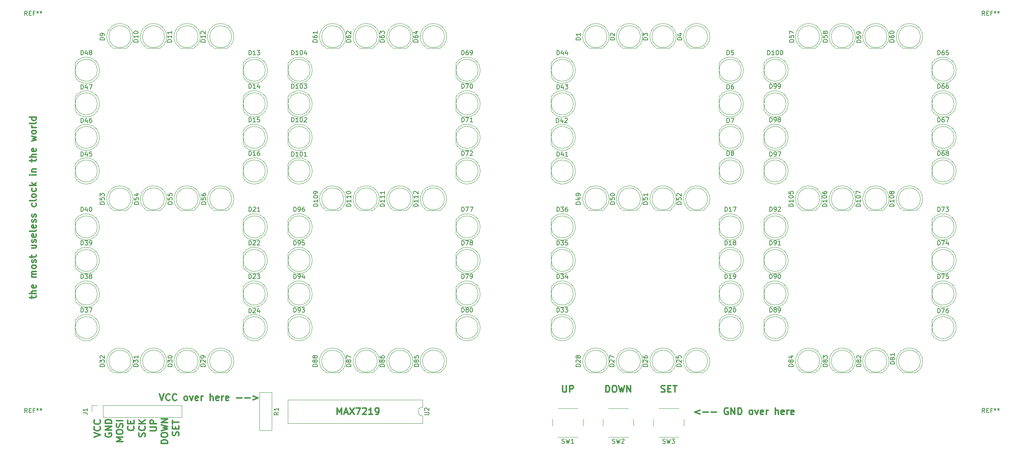
<source format=gbr>
%TF.GenerationSoftware,KiCad,Pcbnew,(6.0.9-0)*%
%TF.CreationDate,2022-11-15T20:56:47-05:00*%
%TF.ProjectId,clock,636c6f63-6b2e-46b6-9963-61645f706362,rev?*%
%TF.SameCoordinates,Original*%
%TF.FileFunction,Legend,Top*%
%TF.FilePolarity,Positive*%
%FSLAX46Y46*%
G04 Gerber Fmt 4.6, Leading zero omitted, Abs format (unit mm)*
G04 Created by KiCad (PCBNEW (6.0.9-0)) date 2022-11-15 20:56:47*
%MOMM*%
%LPD*%
G01*
G04 APERTURE LIST*
%ADD10C,0.300000*%
%ADD11C,0.150000*%
%ADD12C,0.120000*%
G04 APERTURE END LIST*
D10*
X90535714Y-107358571D02*
X90535714Y-105858571D01*
X91035714Y-106930000D01*
X91535714Y-105858571D01*
X91535714Y-107358571D01*
X92178571Y-106930000D02*
X92892857Y-106930000D01*
X92035714Y-107358571D02*
X92535714Y-105858571D01*
X93035714Y-107358571D01*
X93392857Y-105858571D02*
X94392857Y-107358571D01*
X94392857Y-105858571D02*
X93392857Y-107358571D01*
X94821428Y-105858571D02*
X95821428Y-105858571D01*
X95178571Y-107358571D01*
X96321428Y-106001428D02*
X96392857Y-105930000D01*
X96535714Y-105858571D01*
X96892857Y-105858571D01*
X97035714Y-105930000D01*
X97107142Y-106001428D01*
X97178571Y-106144285D01*
X97178571Y-106287142D01*
X97107142Y-106501428D01*
X96250000Y-107358571D01*
X97178571Y-107358571D01*
X98607142Y-107358571D02*
X97750000Y-107358571D01*
X98178571Y-107358571D02*
X98178571Y-105858571D01*
X98035714Y-106072857D01*
X97892857Y-106215714D01*
X97750000Y-106287142D01*
X99321428Y-107358571D02*
X99607142Y-107358571D01*
X99750000Y-107287142D01*
X99821428Y-107215714D01*
X99964285Y-107001428D01*
X100035714Y-106715714D01*
X100035714Y-106144285D01*
X99964285Y-106001428D01*
X99892857Y-105930000D01*
X99750000Y-105858571D01*
X99464285Y-105858571D01*
X99321428Y-105930000D01*
X99250000Y-106001428D01*
X99178571Y-106144285D01*
X99178571Y-106501428D01*
X99250000Y-106644285D01*
X99321428Y-106715714D01*
X99464285Y-106787142D01*
X99750000Y-106787142D01*
X99892857Y-106715714D01*
X99964285Y-106644285D01*
X100035714Y-106501428D01*
X54582142Y-112168571D02*
X54653571Y-111954285D01*
X54653571Y-111597142D01*
X54582142Y-111454285D01*
X54510714Y-111382857D01*
X54367857Y-111311428D01*
X54225000Y-111311428D01*
X54082142Y-111382857D01*
X54010714Y-111454285D01*
X53939285Y-111597142D01*
X53867857Y-111882857D01*
X53796428Y-112025714D01*
X53725000Y-112097142D01*
X53582142Y-112168571D01*
X53439285Y-112168571D01*
X53296428Y-112097142D01*
X53225000Y-112025714D01*
X53153571Y-111882857D01*
X53153571Y-111525714D01*
X53225000Y-111311428D01*
X53867857Y-110668571D02*
X53867857Y-110168571D01*
X54653571Y-109954285D02*
X54653571Y-110668571D01*
X53153571Y-110668571D01*
X53153571Y-109954285D01*
X53153571Y-109525714D02*
X53153571Y-108668571D01*
X54653571Y-109097142D02*
X53153571Y-109097142D01*
X52113571Y-113946428D02*
X50613571Y-113946428D01*
X50613571Y-113589285D01*
X50685000Y-113375000D01*
X50827857Y-113232142D01*
X50970714Y-113160714D01*
X51256428Y-113089285D01*
X51470714Y-113089285D01*
X51756428Y-113160714D01*
X51899285Y-113232142D01*
X52042142Y-113375000D01*
X52113571Y-113589285D01*
X52113571Y-113946428D01*
X50613571Y-112160714D02*
X50613571Y-111875000D01*
X50685000Y-111732142D01*
X50827857Y-111589285D01*
X51113571Y-111517857D01*
X51613571Y-111517857D01*
X51899285Y-111589285D01*
X52042142Y-111732142D01*
X52113571Y-111875000D01*
X52113571Y-112160714D01*
X52042142Y-112303571D01*
X51899285Y-112446428D01*
X51613571Y-112517857D01*
X51113571Y-112517857D01*
X50827857Y-112446428D01*
X50685000Y-112303571D01*
X50613571Y-112160714D01*
X50613571Y-111017857D02*
X52113571Y-110660714D01*
X51042142Y-110375000D01*
X52113571Y-110089285D01*
X50613571Y-109732142D01*
X52113571Y-109160714D02*
X50613571Y-109160714D01*
X52113571Y-108303571D01*
X50613571Y-108303571D01*
X48073571Y-111033571D02*
X49287857Y-111033571D01*
X49430714Y-110962142D01*
X49502142Y-110890714D01*
X49573571Y-110747857D01*
X49573571Y-110462142D01*
X49502142Y-110319285D01*
X49430714Y-110247857D01*
X49287857Y-110176428D01*
X48073571Y-110176428D01*
X49573571Y-109462142D02*
X48073571Y-109462142D01*
X48073571Y-108890714D01*
X48145000Y-108747857D01*
X48216428Y-108676428D01*
X48359285Y-108605000D01*
X48573571Y-108605000D01*
X48716428Y-108676428D01*
X48787857Y-108747857D01*
X48859285Y-108890714D01*
X48859285Y-109462142D01*
X46962142Y-112418571D02*
X47033571Y-112204285D01*
X47033571Y-111847142D01*
X46962142Y-111704285D01*
X46890714Y-111632857D01*
X46747857Y-111561428D01*
X46605000Y-111561428D01*
X46462142Y-111632857D01*
X46390714Y-111704285D01*
X46319285Y-111847142D01*
X46247857Y-112132857D01*
X46176428Y-112275714D01*
X46105000Y-112347142D01*
X45962142Y-112418571D01*
X45819285Y-112418571D01*
X45676428Y-112347142D01*
X45605000Y-112275714D01*
X45533571Y-112132857D01*
X45533571Y-111775714D01*
X45605000Y-111561428D01*
X46890714Y-110061428D02*
X46962142Y-110132857D01*
X47033571Y-110347142D01*
X47033571Y-110490000D01*
X46962142Y-110704285D01*
X46819285Y-110847142D01*
X46676428Y-110918571D01*
X46390714Y-110990000D01*
X46176428Y-110990000D01*
X45890714Y-110918571D01*
X45747857Y-110847142D01*
X45605000Y-110704285D01*
X45533571Y-110490000D01*
X45533571Y-110347142D01*
X45605000Y-110132857D01*
X45676428Y-110061428D01*
X47033571Y-109418571D02*
X45533571Y-109418571D01*
X47033571Y-108561428D02*
X46176428Y-109204285D01*
X45533571Y-108561428D02*
X46390714Y-109418571D01*
X44350714Y-110069285D02*
X44422142Y-110140714D01*
X44493571Y-110355000D01*
X44493571Y-110497857D01*
X44422142Y-110712142D01*
X44279285Y-110855000D01*
X44136428Y-110926428D01*
X43850714Y-110997857D01*
X43636428Y-110997857D01*
X43350714Y-110926428D01*
X43207857Y-110855000D01*
X43065000Y-110712142D01*
X42993571Y-110497857D01*
X42993571Y-110355000D01*
X43065000Y-110140714D01*
X43136428Y-110069285D01*
X43707857Y-109426428D02*
X43707857Y-108926428D01*
X44493571Y-108712142D02*
X44493571Y-109426428D01*
X42993571Y-109426428D01*
X42993571Y-108712142D01*
X41953571Y-113482142D02*
X40453571Y-113482142D01*
X41525000Y-112982142D01*
X40453571Y-112482142D01*
X41953571Y-112482142D01*
X40453571Y-111482142D02*
X40453571Y-111196428D01*
X40525000Y-111053571D01*
X40667857Y-110910714D01*
X40953571Y-110839285D01*
X41453571Y-110839285D01*
X41739285Y-110910714D01*
X41882142Y-111053571D01*
X41953571Y-111196428D01*
X41953571Y-111482142D01*
X41882142Y-111625000D01*
X41739285Y-111767857D01*
X41453571Y-111839285D01*
X40953571Y-111839285D01*
X40667857Y-111767857D01*
X40525000Y-111625000D01*
X40453571Y-111482142D01*
X41882142Y-110267857D02*
X41953571Y-110053571D01*
X41953571Y-109696428D01*
X41882142Y-109553571D01*
X41810714Y-109482142D01*
X41667857Y-109410714D01*
X41525000Y-109410714D01*
X41382142Y-109482142D01*
X41310714Y-109553571D01*
X41239285Y-109696428D01*
X41167857Y-109982142D01*
X41096428Y-110125000D01*
X41025000Y-110196428D01*
X40882142Y-110267857D01*
X40739285Y-110267857D01*
X40596428Y-110196428D01*
X40525000Y-110125000D01*
X40453571Y-109982142D01*
X40453571Y-109625000D01*
X40525000Y-109410714D01*
X41953571Y-108767857D02*
X40453571Y-108767857D01*
X37985000Y-111632857D02*
X37913571Y-111775714D01*
X37913571Y-111990000D01*
X37985000Y-112204285D01*
X38127857Y-112347142D01*
X38270714Y-112418571D01*
X38556428Y-112490000D01*
X38770714Y-112490000D01*
X39056428Y-112418571D01*
X39199285Y-112347142D01*
X39342142Y-112204285D01*
X39413571Y-111990000D01*
X39413571Y-111847142D01*
X39342142Y-111632857D01*
X39270714Y-111561428D01*
X38770714Y-111561428D01*
X38770714Y-111847142D01*
X39413571Y-110918571D02*
X37913571Y-110918571D01*
X39413571Y-110061428D01*
X37913571Y-110061428D01*
X39413571Y-109347142D02*
X37913571Y-109347142D01*
X37913571Y-108990000D01*
X37985000Y-108775714D01*
X38127857Y-108632857D01*
X38270714Y-108561428D01*
X38556428Y-108490000D01*
X38770714Y-108490000D01*
X39056428Y-108561428D01*
X39199285Y-108632857D01*
X39342142Y-108775714D01*
X39413571Y-108990000D01*
X39413571Y-109347142D01*
X35373571Y-112490000D02*
X36873571Y-111990000D01*
X35373571Y-111490000D01*
X36730714Y-110132857D02*
X36802142Y-110204285D01*
X36873571Y-110418571D01*
X36873571Y-110561428D01*
X36802142Y-110775714D01*
X36659285Y-110918571D01*
X36516428Y-110990000D01*
X36230714Y-111061428D01*
X36016428Y-111061428D01*
X35730714Y-110990000D01*
X35587857Y-110918571D01*
X35445000Y-110775714D01*
X35373571Y-110561428D01*
X35373571Y-110418571D01*
X35445000Y-110204285D01*
X35516428Y-110132857D01*
X36730714Y-108632857D02*
X36802142Y-108704285D01*
X36873571Y-108918571D01*
X36873571Y-109061428D01*
X36802142Y-109275714D01*
X36659285Y-109418571D01*
X36516428Y-109490000D01*
X36230714Y-109561428D01*
X36016428Y-109561428D01*
X35730714Y-109490000D01*
X35587857Y-109418571D01*
X35445000Y-109275714D01*
X35373571Y-109061428D01*
X35373571Y-108918571D01*
X35445000Y-108704285D01*
X35516428Y-108632857D01*
X50264285Y-102683571D02*
X50764285Y-104183571D01*
X51264285Y-102683571D01*
X52621428Y-104040714D02*
X52550000Y-104112142D01*
X52335714Y-104183571D01*
X52192857Y-104183571D01*
X51978571Y-104112142D01*
X51835714Y-103969285D01*
X51764285Y-103826428D01*
X51692857Y-103540714D01*
X51692857Y-103326428D01*
X51764285Y-103040714D01*
X51835714Y-102897857D01*
X51978571Y-102755000D01*
X52192857Y-102683571D01*
X52335714Y-102683571D01*
X52550000Y-102755000D01*
X52621428Y-102826428D01*
X54121428Y-104040714D02*
X54050000Y-104112142D01*
X53835714Y-104183571D01*
X53692857Y-104183571D01*
X53478571Y-104112142D01*
X53335714Y-103969285D01*
X53264285Y-103826428D01*
X53192857Y-103540714D01*
X53192857Y-103326428D01*
X53264285Y-103040714D01*
X53335714Y-102897857D01*
X53478571Y-102755000D01*
X53692857Y-102683571D01*
X53835714Y-102683571D01*
X54050000Y-102755000D01*
X54121428Y-102826428D01*
X56121428Y-104183571D02*
X55978571Y-104112142D01*
X55907142Y-104040714D01*
X55835714Y-103897857D01*
X55835714Y-103469285D01*
X55907142Y-103326428D01*
X55978571Y-103255000D01*
X56121428Y-103183571D01*
X56335714Y-103183571D01*
X56478571Y-103255000D01*
X56550000Y-103326428D01*
X56621428Y-103469285D01*
X56621428Y-103897857D01*
X56550000Y-104040714D01*
X56478571Y-104112142D01*
X56335714Y-104183571D01*
X56121428Y-104183571D01*
X57121428Y-103183571D02*
X57478571Y-104183571D01*
X57835714Y-103183571D01*
X58978571Y-104112142D02*
X58835714Y-104183571D01*
X58550000Y-104183571D01*
X58407142Y-104112142D01*
X58335714Y-103969285D01*
X58335714Y-103397857D01*
X58407142Y-103255000D01*
X58550000Y-103183571D01*
X58835714Y-103183571D01*
X58978571Y-103255000D01*
X59050000Y-103397857D01*
X59050000Y-103540714D01*
X58335714Y-103683571D01*
X59692857Y-104183571D02*
X59692857Y-103183571D01*
X59692857Y-103469285D02*
X59764285Y-103326428D01*
X59835714Y-103255000D01*
X59978571Y-103183571D01*
X60121428Y-103183571D01*
X61764285Y-104183571D02*
X61764285Y-102683571D01*
X62407142Y-104183571D02*
X62407142Y-103397857D01*
X62335714Y-103255000D01*
X62192857Y-103183571D01*
X61978571Y-103183571D01*
X61835714Y-103255000D01*
X61764285Y-103326428D01*
X63692857Y-104112142D02*
X63550000Y-104183571D01*
X63264285Y-104183571D01*
X63121428Y-104112142D01*
X63050000Y-103969285D01*
X63050000Y-103397857D01*
X63121428Y-103255000D01*
X63264285Y-103183571D01*
X63550000Y-103183571D01*
X63692857Y-103255000D01*
X63764285Y-103397857D01*
X63764285Y-103540714D01*
X63050000Y-103683571D01*
X64407142Y-104183571D02*
X64407142Y-103183571D01*
X64407142Y-103469285D02*
X64478571Y-103326428D01*
X64550000Y-103255000D01*
X64692857Y-103183571D01*
X64835714Y-103183571D01*
X65907142Y-104112142D02*
X65764285Y-104183571D01*
X65478571Y-104183571D01*
X65335714Y-104112142D01*
X65264285Y-103969285D01*
X65264285Y-103397857D01*
X65335714Y-103255000D01*
X65478571Y-103183571D01*
X65764285Y-103183571D01*
X65907142Y-103255000D01*
X65978571Y-103397857D01*
X65978571Y-103540714D01*
X65264285Y-103683571D01*
X67764285Y-103612142D02*
X68907142Y-103612142D01*
X69621428Y-103612142D02*
X70764285Y-103612142D01*
X71478571Y-103183571D02*
X72621428Y-103612142D01*
X71478571Y-104040714D01*
X151478571Y-102278571D02*
X151478571Y-100778571D01*
X151835714Y-100778571D01*
X152050000Y-100850000D01*
X152192857Y-100992857D01*
X152264285Y-101135714D01*
X152335714Y-101421428D01*
X152335714Y-101635714D01*
X152264285Y-101921428D01*
X152192857Y-102064285D01*
X152050000Y-102207142D01*
X151835714Y-102278571D01*
X151478571Y-102278571D01*
X153264285Y-100778571D02*
X153550000Y-100778571D01*
X153692857Y-100850000D01*
X153835714Y-100992857D01*
X153907142Y-101278571D01*
X153907142Y-101778571D01*
X153835714Y-102064285D01*
X153692857Y-102207142D01*
X153550000Y-102278571D01*
X153264285Y-102278571D01*
X153121428Y-102207142D01*
X152978571Y-102064285D01*
X152907142Y-101778571D01*
X152907142Y-101278571D01*
X152978571Y-100992857D01*
X153121428Y-100850000D01*
X153264285Y-100778571D01*
X154407142Y-100778571D02*
X154764285Y-102278571D01*
X155050000Y-101207142D01*
X155335714Y-102278571D01*
X155692857Y-100778571D01*
X156264285Y-102278571D02*
X156264285Y-100778571D01*
X157121428Y-102278571D01*
X157121428Y-100778571D01*
X21268571Y-81003571D02*
X21268571Y-80432142D01*
X20768571Y-80789285D02*
X22054285Y-80789285D01*
X22197142Y-80717857D01*
X22268571Y-80575000D01*
X22268571Y-80432142D01*
X22268571Y-79932142D02*
X20768571Y-79932142D01*
X22268571Y-79289285D02*
X21482857Y-79289285D01*
X21340000Y-79360714D01*
X21268571Y-79503571D01*
X21268571Y-79717857D01*
X21340000Y-79860714D01*
X21411428Y-79932142D01*
X22197142Y-78003571D02*
X22268571Y-78146428D01*
X22268571Y-78432142D01*
X22197142Y-78575000D01*
X22054285Y-78646428D01*
X21482857Y-78646428D01*
X21340000Y-78575000D01*
X21268571Y-78432142D01*
X21268571Y-78146428D01*
X21340000Y-78003571D01*
X21482857Y-77932142D01*
X21625714Y-77932142D01*
X21768571Y-78646428D01*
X22268571Y-76146428D02*
X21268571Y-76146428D01*
X21411428Y-76146428D02*
X21340000Y-76075000D01*
X21268571Y-75932142D01*
X21268571Y-75717857D01*
X21340000Y-75575000D01*
X21482857Y-75503571D01*
X22268571Y-75503571D01*
X21482857Y-75503571D02*
X21340000Y-75432142D01*
X21268571Y-75289285D01*
X21268571Y-75075000D01*
X21340000Y-74932142D01*
X21482857Y-74860714D01*
X22268571Y-74860714D01*
X22268571Y-73932142D02*
X22197142Y-74075000D01*
X22125714Y-74146428D01*
X21982857Y-74217857D01*
X21554285Y-74217857D01*
X21411428Y-74146428D01*
X21340000Y-74075000D01*
X21268571Y-73932142D01*
X21268571Y-73717857D01*
X21340000Y-73575000D01*
X21411428Y-73503571D01*
X21554285Y-73432142D01*
X21982857Y-73432142D01*
X22125714Y-73503571D01*
X22197142Y-73575000D01*
X22268571Y-73717857D01*
X22268571Y-73932142D01*
X22197142Y-72860714D02*
X22268571Y-72717857D01*
X22268571Y-72432142D01*
X22197142Y-72289285D01*
X22054285Y-72217857D01*
X21982857Y-72217857D01*
X21840000Y-72289285D01*
X21768571Y-72432142D01*
X21768571Y-72646428D01*
X21697142Y-72789285D01*
X21554285Y-72860714D01*
X21482857Y-72860714D01*
X21340000Y-72789285D01*
X21268571Y-72646428D01*
X21268571Y-72432142D01*
X21340000Y-72289285D01*
X21268571Y-71789285D02*
X21268571Y-71217857D01*
X20768571Y-71575000D02*
X22054285Y-71575000D01*
X22197142Y-71503571D01*
X22268571Y-71360714D01*
X22268571Y-71217857D01*
X21268571Y-68932142D02*
X22268571Y-68932142D01*
X21268571Y-69575000D02*
X22054285Y-69575000D01*
X22197142Y-69503571D01*
X22268571Y-69360714D01*
X22268571Y-69146428D01*
X22197142Y-69003571D01*
X22125714Y-68932142D01*
X22197142Y-68289285D02*
X22268571Y-68146428D01*
X22268571Y-67860714D01*
X22197142Y-67717857D01*
X22054285Y-67646428D01*
X21982857Y-67646428D01*
X21840000Y-67717857D01*
X21768571Y-67860714D01*
X21768571Y-68075000D01*
X21697142Y-68217857D01*
X21554285Y-68289285D01*
X21482857Y-68289285D01*
X21340000Y-68217857D01*
X21268571Y-68075000D01*
X21268571Y-67860714D01*
X21340000Y-67717857D01*
X22197142Y-66432142D02*
X22268571Y-66575000D01*
X22268571Y-66860714D01*
X22197142Y-67003571D01*
X22054285Y-67075000D01*
X21482857Y-67075000D01*
X21340000Y-67003571D01*
X21268571Y-66860714D01*
X21268571Y-66575000D01*
X21340000Y-66432142D01*
X21482857Y-66360714D01*
X21625714Y-66360714D01*
X21768571Y-67075000D01*
X22268571Y-65503571D02*
X22197142Y-65646428D01*
X22054285Y-65717857D01*
X20768571Y-65717857D01*
X22197142Y-64360714D02*
X22268571Y-64503571D01*
X22268571Y-64789285D01*
X22197142Y-64932142D01*
X22054285Y-65003571D01*
X21482857Y-65003571D01*
X21340000Y-64932142D01*
X21268571Y-64789285D01*
X21268571Y-64503571D01*
X21340000Y-64360714D01*
X21482857Y-64289285D01*
X21625714Y-64289285D01*
X21768571Y-65003571D01*
X22197142Y-63717857D02*
X22268571Y-63575000D01*
X22268571Y-63289285D01*
X22197142Y-63146428D01*
X22054285Y-63075000D01*
X21982857Y-63075000D01*
X21840000Y-63146428D01*
X21768571Y-63289285D01*
X21768571Y-63503571D01*
X21697142Y-63646428D01*
X21554285Y-63717857D01*
X21482857Y-63717857D01*
X21340000Y-63646428D01*
X21268571Y-63503571D01*
X21268571Y-63289285D01*
X21340000Y-63146428D01*
X22197142Y-62503571D02*
X22268571Y-62360714D01*
X22268571Y-62075000D01*
X22197142Y-61932142D01*
X22054285Y-61860714D01*
X21982857Y-61860714D01*
X21840000Y-61932142D01*
X21768571Y-62075000D01*
X21768571Y-62289285D01*
X21697142Y-62432142D01*
X21554285Y-62503571D01*
X21482857Y-62503571D01*
X21340000Y-62432142D01*
X21268571Y-62289285D01*
X21268571Y-62075000D01*
X21340000Y-61932142D01*
X22197142Y-59432142D02*
X22268571Y-59575000D01*
X22268571Y-59860714D01*
X22197142Y-60003571D01*
X22125714Y-60075000D01*
X21982857Y-60146428D01*
X21554285Y-60146428D01*
X21411428Y-60075000D01*
X21340000Y-60003571D01*
X21268571Y-59860714D01*
X21268571Y-59575000D01*
X21340000Y-59432142D01*
X22268571Y-58575000D02*
X22197142Y-58717857D01*
X22054285Y-58789285D01*
X20768571Y-58789285D01*
X22268571Y-57789285D02*
X22197142Y-57932142D01*
X22125714Y-58003571D01*
X21982857Y-58075000D01*
X21554285Y-58075000D01*
X21411428Y-58003571D01*
X21340000Y-57932142D01*
X21268571Y-57789285D01*
X21268571Y-57575000D01*
X21340000Y-57432142D01*
X21411428Y-57360714D01*
X21554285Y-57289285D01*
X21982857Y-57289285D01*
X22125714Y-57360714D01*
X22197142Y-57432142D01*
X22268571Y-57575000D01*
X22268571Y-57789285D01*
X22197142Y-56003571D02*
X22268571Y-56146428D01*
X22268571Y-56432142D01*
X22197142Y-56575000D01*
X22125714Y-56646428D01*
X21982857Y-56717857D01*
X21554285Y-56717857D01*
X21411428Y-56646428D01*
X21340000Y-56575000D01*
X21268571Y-56432142D01*
X21268571Y-56146428D01*
X21340000Y-56003571D01*
X22268571Y-55360714D02*
X20768571Y-55360714D01*
X21697142Y-55217857D02*
X22268571Y-54789285D01*
X21268571Y-54789285D02*
X21840000Y-55360714D01*
X22268571Y-53003571D02*
X21268571Y-53003571D01*
X20768571Y-53003571D02*
X20840000Y-53075000D01*
X20911428Y-53003571D01*
X20840000Y-52932142D01*
X20768571Y-53003571D01*
X20911428Y-53003571D01*
X21268571Y-52289285D02*
X22268571Y-52289285D01*
X21411428Y-52289285D02*
X21340000Y-52217857D01*
X21268571Y-52075000D01*
X21268571Y-51860714D01*
X21340000Y-51717857D01*
X21482857Y-51646428D01*
X22268571Y-51646428D01*
X21268571Y-50003571D02*
X21268571Y-49432142D01*
X20768571Y-49789285D02*
X22054285Y-49789285D01*
X22197142Y-49717857D01*
X22268571Y-49575000D01*
X22268571Y-49432142D01*
X22268571Y-48932142D02*
X20768571Y-48932142D01*
X22268571Y-48289285D02*
X21482857Y-48289285D01*
X21340000Y-48360714D01*
X21268571Y-48503571D01*
X21268571Y-48717857D01*
X21340000Y-48860714D01*
X21411428Y-48932142D01*
X22197142Y-47003571D02*
X22268571Y-47146428D01*
X22268571Y-47432142D01*
X22197142Y-47575000D01*
X22054285Y-47646428D01*
X21482857Y-47646428D01*
X21340000Y-47575000D01*
X21268571Y-47432142D01*
X21268571Y-47146428D01*
X21340000Y-47003571D01*
X21482857Y-46932142D01*
X21625714Y-46932142D01*
X21768571Y-47646428D01*
X21268571Y-45289285D02*
X22268571Y-45003571D01*
X21554285Y-44717857D01*
X22268571Y-44432142D01*
X21268571Y-44146428D01*
X22268571Y-43360714D02*
X22197142Y-43503571D01*
X22125714Y-43575000D01*
X21982857Y-43646428D01*
X21554285Y-43646428D01*
X21411428Y-43575000D01*
X21340000Y-43503571D01*
X21268571Y-43360714D01*
X21268571Y-43146428D01*
X21340000Y-43003571D01*
X21411428Y-42932142D01*
X21554285Y-42860714D01*
X21982857Y-42860714D01*
X22125714Y-42932142D01*
X22197142Y-43003571D01*
X22268571Y-43146428D01*
X22268571Y-43360714D01*
X22268571Y-42217857D02*
X21268571Y-42217857D01*
X21554285Y-42217857D02*
X21411428Y-42146428D01*
X21340000Y-42075000D01*
X21268571Y-41932142D01*
X21268571Y-41789285D01*
X22268571Y-41075000D02*
X22197142Y-41217857D01*
X22054285Y-41289285D01*
X20768571Y-41289285D01*
X22268571Y-39860714D02*
X20768571Y-39860714D01*
X22197142Y-39860714D02*
X22268571Y-40003571D01*
X22268571Y-40289285D01*
X22197142Y-40432142D01*
X22125714Y-40503571D01*
X21982857Y-40575000D01*
X21554285Y-40575000D01*
X21411428Y-40503571D01*
X21340000Y-40432142D01*
X21268571Y-40289285D01*
X21268571Y-40003571D01*
X21340000Y-39860714D01*
X172808571Y-106358571D02*
X171665714Y-106787142D01*
X172808571Y-107215714D01*
X173522857Y-106787142D02*
X174665714Y-106787142D01*
X175380000Y-106787142D02*
X176522857Y-106787142D01*
X179165714Y-105930000D02*
X179022857Y-105858571D01*
X178808571Y-105858571D01*
X178594285Y-105930000D01*
X178451428Y-106072857D01*
X178380000Y-106215714D01*
X178308571Y-106501428D01*
X178308571Y-106715714D01*
X178380000Y-107001428D01*
X178451428Y-107144285D01*
X178594285Y-107287142D01*
X178808571Y-107358571D01*
X178951428Y-107358571D01*
X179165714Y-107287142D01*
X179237142Y-107215714D01*
X179237142Y-106715714D01*
X178951428Y-106715714D01*
X179880000Y-107358571D02*
X179880000Y-105858571D01*
X180737142Y-107358571D01*
X180737142Y-105858571D01*
X181451428Y-107358571D02*
X181451428Y-105858571D01*
X181808571Y-105858571D01*
X182022857Y-105930000D01*
X182165714Y-106072857D01*
X182237142Y-106215714D01*
X182308571Y-106501428D01*
X182308571Y-106715714D01*
X182237142Y-107001428D01*
X182165714Y-107144285D01*
X182022857Y-107287142D01*
X181808571Y-107358571D01*
X181451428Y-107358571D01*
X184308571Y-107358571D02*
X184165714Y-107287142D01*
X184094285Y-107215714D01*
X184022857Y-107072857D01*
X184022857Y-106644285D01*
X184094285Y-106501428D01*
X184165714Y-106430000D01*
X184308571Y-106358571D01*
X184522857Y-106358571D01*
X184665714Y-106430000D01*
X184737142Y-106501428D01*
X184808571Y-106644285D01*
X184808571Y-107072857D01*
X184737142Y-107215714D01*
X184665714Y-107287142D01*
X184522857Y-107358571D01*
X184308571Y-107358571D01*
X185308571Y-106358571D02*
X185665714Y-107358571D01*
X186022857Y-106358571D01*
X187165714Y-107287142D02*
X187022857Y-107358571D01*
X186737142Y-107358571D01*
X186594285Y-107287142D01*
X186522857Y-107144285D01*
X186522857Y-106572857D01*
X186594285Y-106430000D01*
X186737142Y-106358571D01*
X187022857Y-106358571D01*
X187165714Y-106430000D01*
X187237142Y-106572857D01*
X187237142Y-106715714D01*
X186522857Y-106858571D01*
X187880000Y-107358571D02*
X187880000Y-106358571D01*
X187880000Y-106644285D02*
X187951428Y-106501428D01*
X188022857Y-106430000D01*
X188165714Y-106358571D01*
X188308571Y-106358571D01*
X189951428Y-107358571D02*
X189951428Y-105858571D01*
X190594285Y-107358571D02*
X190594285Y-106572857D01*
X190522857Y-106430000D01*
X190380000Y-106358571D01*
X190165714Y-106358571D01*
X190022857Y-106430000D01*
X189951428Y-106501428D01*
X191880000Y-107287142D02*
X191737142Y-107358571D01*
X191451428Y-107358571D01*
X191308571Y-107287142D01*
X191237142Y-107144285D01*
X191237142Y-106572857D01*
X191308571Y-106430000D01*
X191451428Y-106358571D01*
X191737142Y-106358571D01*
X191880000Y-106430000D01*
X191951428Y-106572857D01*
X191951428Y-106715714D01*
X191237142Y-106858571D01*
X192594285Y-107358571D02*
X192594285Y-106358571D01*
X192594285Y-106644285D02*
X192665714Y-106501428D01*
X192737142Y-106430000D01*
X192880000Y-106358571D01*
X193022857Y-106358571D01*
X194094285Y-107287142D02*
X193951428Y-107358571D01*
X193665714Y-107358571D01*
X193522857Y-107287142D01*
X193451428Y-107144285D01*
X193451428Y-106572857D01*
X193522857Y-106430000D01*
X193665714Y-106358571D01*
X193951428Y-106358571D01*
X194094285Y-106430000D01*
X194165714Y-106572857D01*
X194165714Y-106715714D01*
X193451428Y-106858571D01*
X164051428Y-102207142D02*
X164265714Y-102278571D01*
X164622857Y-102278571D01*
X164765714Y-102207142D01*
X164837142Y-102135714D01*
X164908571Y-101992857D01*
X164908571Y-101850000D01*
X164837142Y-101707142D01*
X164765714Y-101635714D01*
X164622857Y-101564285D01*
X164337142Y-101492857D01*
X164194285Y-101421428D01*
X164122857Y-101350000D01*
X164051428Y-101207142D01*
X164051428Y-101064285D01*
X164122857Y-100921428D01*
X164194285Y-100850000D01*
X164337142Y-100778571D01*
X164694285Y-100778571D01*
X164908571Y-100850000D01*
X165551428Y-101492857D02*
X166051428Y-101492857D01*
X166265714Y-102278571D02*
X165551428Y-102278571D01*
X165551428Y-100778571D01*
X166265714Y-100778571D01*
X166694285Y-100778571D02*
X167551428Y-100778571D01*
X167122857Y-102278571D02*
X167122857Y-100778571D01*
X141691428Y-100778571D02*
X141691428Y-101992857D01*
X141762857Y-102135714D01*
X141834285Y-102207142D01*
X141977142Y-102278571D01*
X142262857Y-102278571D01*
X142405714Y-102207142D01*
X142477142Y-102135714D01*
X142548571Y-101992857D01*
X142548571Y-100778571D01*
X143262857Y-102278571D02*
X143262857Y-100778571D01*
X143834285Y-100778571D01*
X143977142Y-100850000D01*
X144048571Y-100921428D01*
X144120000Y-101064285D01*
X144120000Y-101278571D01*
X144048571Y-101421428D01*
X143977142Y-101492857D01*
X143834285Y-101564285D01*
X143262857Y-101564285D01*
D11*
%TO.C,D104*%
X80219523Y-25702380D02*
X80219523Y-24702380D01*
X80457619Y-24702380D01*
X80600476Y-24750000D01*
X80695714Y-24845238D01*
X80743333Y-24940476D01*
X80790952Y-25130952D01*
X80790952Y-25273809D01*
X80743333Y-25464285D01*
X80695714Y-25559523D01*
X80600476Y-25654761D01*
X80457619Y-25702380D01*
X80219523Y-25702380D01*
X81743333Y-25702380D02*
X81171904Y-25702380D01*
X81457619Y-25702380D02*
X81457619Y-24702380D01*
X81362380Y-24845238D01*
X81267142Y-24940476D01*
X81171904Y-24988095D01*
X82362380Y-24702380D02*
X82457619Y-24702380D01*
X82552857Y-24750000D01*
X82600476Y-24797619D01*
X82648095Y-24892857D01*
X82695714Y-25083333D01*
X82695714Y-25321428D01*
X82648095Y-25511904D01*
X82600476Y-25607142D01*
X82552857Y-25654761D01*
X82457619Y-25702380D01*
X82362380Y-25702380D01*
X82267142Y-25654761D01*
X82219523Y-25607142D01*
X82171904Y-25511904D01*
X82124285Y-25321428D01*
X82124285Y-25083333D01*
X82171904Y-24892857D01*
X82219523Y-24797619D01*
X82267142Y-24750000D01*
X82362380Y-24702380D01*
X83552857Y-25035714D02*
X83552857Y-25702380D01*
X83314761Y-24654761D02*
X83076666Y-25369047D01*
X83695714Y-25369047D01*
%TO.C,D72*%
X118795714Y-48562380D02*
X118795714Y-47562380D01*
X119033809Y-47562380D01*
X119176666Y-47610000D01*
X119271904Y-47705238D01*
X119319523Y-47800476D01*
X119367142Y-47990952D01*
X119367142Y-48133809D01*
X119319523Y-48324285D01*
X119271904Y-48419523D01*
X119176666Y-48514761D01*
X119033809Y-48562380D01*
X118795714Y-48562380D01*
X119700476Y-47562380D02*
X120367142Y-47562380D01*
X119938571Y-48562380D01*
X120700476Y-47657619D02*
X120748095Y-47610000D01*
X120843333Y-47562380D01*
X121081428Y-47562380D01*
X121176666Y-47610000D01*
X121224285Y-47657619D01*
X121271904Y-47752857D01*
X121271904Y-47848095D01*
X121224285Y-47990952D01*
X120652857Y-48562380D01*
X121271904Y-48562380D01*
%TO.C,D1*%
X145712380Y-22328095D02*
X144712380Y-22328095D01*
X144712380Y-22090000D01*
X144760000Y-21947142D01*
X144855238Y-21851904D01*
X144950476Y-21804285D01*
X145140952Y-21756666D01*
X145283809Y-21756666D01*
X145474285Y-21804285D01*
X145569523Y-21851904D01*
X145664761Y-21947142D01*
X145712380Y-22090000D01*
X145712380Y-22328095D01*
X145712380Y-20804285D02*
X145712380Y-21375714D01*
X145712380Y-21090000D02*
X144712380Y-21090000D01*
X144855238Y-21185238D01*
X144950476Y-21280476D01*
X144998095Y-21375714D01*
%TO.C,REF\u002A\u002A*%
X237426666Y-16772380D02*
X237093333Y-16296190D01*
X236855238Y-16772380D02*
X236855238Y-15772380D01*
X237236190Y-15772380D01*
X237331428Y-15820000D01*
X237379047Y-15867619D01*
X237426666Y-15962857D01*
X237426666Y-16105714D01*
X237379047Y-16200952D01*
X237331428Y-16248571D01*
X237236190Y-16296190D01*
X236855238Y-16296190D01*
X237855238Y-16248571D02*
X238188571Y-16248571D01*
X238331428Y-16772380D02*
X237855238Y-16772380D01*
X237855238Y-15772380D01*
X238331428Y-15772380D01*
X239093333Y-16248571D02*
X238760000Y-16248571D01*
X238760000Y-16772380D02*
X238760000Y-15772380D01*
X239236190Y-15772380D01*
X239760000Y-15772380D02*
X239760000Y-16010476D01*
X239521904Y-15915238D02*
X239760000Y-16010476D01*
X239998095Y-15915238D01*
X239617142Y-16200952D02*
X239760000Y-16010476D01*
X239902857Y-16200952D01*
X240521904Y-15772380D02*
X240521904Y-16010476D01*
X240283809Y-15915238D02*
X240521904Y-16010476D01*
X240760000Y-15915238D01*
X240379047Y-16200952D02*
X240521904Y-16010476D01*
X240664761Y-16200952D01*
%TO.C,R1*%
X77262380Y-106846666D02*
X76786190Y-107180000D01*
X77262380Y-107418095D02*
X76262380Y-107418095D01*
X76262380Y-107037142D01*
X76310000Y-106941904D01*
X76357619Y-106894285D01*
X76452857Y-106846666D01*
X76595714Y-106846666D01*
X76690952Y-106894285D01*
X76738571Y-106941904D01*
X76786190Y-107037142D01*
X76786190Y-107418095D01*
X77262380Y-105894285D02*
X77262380Y-106465714D01*
X77262380Y-106180000D02*
X76262380Y-106180000D01*
X76405238Y-106275238D01*
X76500476Y-106370476D01*
X76548095Y-106465714D01*
%TO.C,D91*%
X188645714Y-68882380D02*
X188645714Y-67882380D01*
X188883809Y-67882380D01*
X189026666Y-67930000D01*
X189121904Y-68025238D01*
X189169523Y-68120476D01*
X189217142Y-68310952D01*
X189217142Y-68453809D01*
X189169523Y-68644285D01*
X189121904Y-68739523D01*
X189026666Y-68834761D01*
X188883809Y-68882380D01*
X188645714Y-68882380D01*
X189693333Y-68882380D02*
X189883809Y-68882380D01*
X189979047Y-68834761D01*
X190026666Y-68787142D01*
X190121904Y-68644285D01*
X190169523Y-68453809D01*
X190169523Y-68072857D01*
X190121904Y-67977619D01*
X190074285Y-67930000D01*
X189979047Y-67882380D01*
X189788571Y-67882380D01*
X189693333Y-67930000D01*
X189645714Y-67977619D01*
X189598095Y-68072857D01*
X189598095Y-68310952D01*
X189645714Y-68406190D01*
X189693333Y-68453809D01*
X189788571Y-68501428D01*
X189979047Y-68501428D01*
X190074285Y-68453809D01*
X190121904Y-68406190D01*
X190169523Y-68310952D01*
X191121904Y-68882380D02*
X190550476Y-68882380D01*
X190836190Y-68882380D02*
X190836190Y-67882380D01*
X190740952Y-68025238D01*
X190645714Y-68120476D01*
X190550476Y-68168095D01*
%TO.C,D43*%
X140385714Y-33472380D02*
X140385714Y-32472380D01*
X140623809Y-32472380D01*
X140766666Y-32520000D01*
X140861904Y-32615238D01*
X140909523Y-32710476D01*
X140957142Y-32900952D01*
X140957142Y-33043809D01*
X140909523Y-33234285D01*
X140861904Y-33329523D01*
X140766666Y-33424761D01*
X140623809Y-33472380D01*
X140385714Y-33472380D01*
X141814285Y-32805714D02*
X141814285Y-33472380D01*
X141576190Y-32424761D02*
X141338095Y-33139047D01*
X141957142Y-33139047D01*
X142242857Y-32472380D02*
X142861904Y-32472380D01*
X142528571Y-32853333D01*
X142671428Y-32853333D01*
X142766666Y-32900952D01*
X142814285Y-32948571D01*
X142861904Y-33043809D01*
X142861904Y-33281904D01*
X142814285Y-33377142D01*
X142766666Y-33424761D01*
X142671428Y-33472380D01*
X142385714Y-33472380D01*
X142290476Y-33424761D01*
X142242857Y-33377142D01*
%TO.C,D36*%
X140385714Y-61262380D02*
X140385714Y-60262380D01*
X140623809Y-60262380D01*
X140766666Y-60310000D01*
X140861904Y-60405238D01*
X140909523Y-60500476D01*
X140957142Y-60690952D01*
X140957142Y-60833809D01*
X140909523Y-61024285D01*
X140861904Y-61119523D01*
X140766666Y-61214761D01*
X140623809Y-61262380D01*
X140385714Y-61262380D01*
X141290476Y-60262380D02*
X141909523Y-60262380D01*
X141576190Y-60643333D01*
X141719047Y-60643333D01*
X141814285Y-60690952D01*
X141861904Y-60738571D01*
X141909523Y-60833809D01*
X141909523Y-61071904D01*
X141861904Y-61167142D01*
X141814285Y-61214761D01*
X141719047Y-61262380D01*
X141433333Y-61262380D01*
X141338095Y-61214761D01*
X141290476Y-61167142D01*
X142766666Y-60262380D02*
X142576190Y-60262380D01*
X142480952Y-60310000D01*
X142433333Y-60357619D01*
X142338095Y-60500476D01*
X142290476Y-60690952D01*
X142290476Y-61071904D01*
X142338095Y-61167142D01*
X142385714Y-61214761D01*
X142480952Y-61262380D01*
X142671428Y-61262380D01*
X142766666Y-61214761D01*
X142814285Y-61167142D01*
X142861904Y-61071904D01*
X142861904Y-60833809D01*
X142814285Y-60738571D01*
X142766666Y-60690952D01*
X142671428Y-60643333D01*
X142480952Y-60643333D01*
X142385714Y-60690952D01*
X142338095Y-60738571D01*
X142290476Y-60833809D01*
%TO.C,D5*%
X178961904Y-25702380D02*
X178961904Y-24702380D01*
X179200000Y-24702380D01*
X179342857Y-24750000D01*
X179438095Y-24845238D01*
X179485714Y-24940476D01*
X179533333Y-25130952D01*
X179533333Y-25273809D01*
X179485714Y-25464285D01*
X179438095Y-25559523D01*
X179342857Y-25654761D01*
X179200000Y-25702380D01*
X178961904Y-25702380D01*
X180438095Y-24702380D02*
X179961904Y-24702380D01*
X179914285Y-25178571D01*
X179961904Y-25130952D01*
X180057142Y-25083333D01*
X180295238Y-25083333D01*
X180390476Y-25130952D01*
X180438095Y-25178571D01*
X180485714Y-25273809D01*
X180485714Y-25511904D01*
X180438095Y-25607142D01*
X180390476Y-25654761D01*
X180295238Y-25702380D01*
X180057142Y-25702380D01*
X179961904Y-25654761D01*
X179914285Y-25607142D01*
%TO.C,D48*%
X32435714Y-25702380D02*
X32435714Y-24702380D01*
X32673809Y-24702380D01*
X32816666Y-24750000D01*
X32911904Y-24845238D01*
X32959523Y-24940476D01*
X33007142Y-25130952D01*
X33007142Y-25273809D01*
X32959523Y-25464285D01*
X32911904Y-25559523D01*
X32816666Y-25654761D01*
X32673809Y-25702380D01*
X32435714Y-25702380D01*
X33864285Y-25035714D02*
X33864285Y-25702380D01*
X33626190Y-24654761D02*
X33388095Y-25369047D01*
X34007142Y-25369047D01*
X34530952Y-25130952D02*
X34435714Y-25083333D01*
X34388095Y-25035714D01*
X34340476Y-24940476D01*
X34340476Y-24892857D01*
X34388095Y-24797619D01*
X34435714Y-24750000D01*
X34530952Y-24702380D01*
X34721428Y-24702380D01*
X34816666Y-24750000D01*
X34864285Y-24797619D01*
X34911904Y-24892857D01*
X34911904Y-24940476D01*
X34864285Y-25035714D01*
X34816666Y-25083333D01*
X34721428Y-25130952D01*
X34530952Y-25130952D01*
X34435714Y-25178571D01*
X34388095Y-25226190D01*
X34340476Y-25321428D01*
X34340476Y-25511904D01*
X34388095Y-25607142D01*
X34435714Y-25654761D01*
X34530952Y-25702380D01*
X34721428Y-25702380D01*
X34816666Y-25654761D01*
X34864285Y-25607142D01*
X34911904Y-25511904D01*
X34911904Y-25321428D01*
X34864285Y-25226190D01*
X34816666Y-25178571D01*
X34721428Y-25130952D01*
%TO.C,D22*%
X70535714Y-68882380D02*
X70535714Y-67882380D01*
X70773809Y-67882380D01*
X70916666Y-67930000D01*
X71011904Y-68025238D01*
X71059523Y-68120476D01*
X71107142Y-68310952D01*
X71107142Y-68453809D01*
X71059523Y-68644285D01*
X71011904Y-68739523D01*
X70916666Y-68834761D01*
X70773809Y-68882380D01*
X70535714Y-68882380D01*
X71488095Y-67977619D02*
X71535714Y-67930000D01*
X71630952Y-67882380D01*
X71869047Y-67882380D01*
X71964285Y-67930000D01*
X72011904Y-67977619D01*
X72059523Y-68072857D01*
X72059523Y-68168095D01*
X72011904Y-68310952D01*
X71440476Y-68882380D01*
X72059523Y-68882380D01*
X72440476Y-67977619D02*
X72488095Y-67930000D01*
X72583333Y-67882380D01*
X72821428Y-67882380D01*
X72916666Y-67930000D01*
X72964285Y-67977619D01*
X73011904Y-68072857D01*
X73011904Y-68168095D01*
X72964285Y-68310952D01*
X72392857Y-68882380D01*
X73011904Y-68882380D01*
%TO.C,D27*%
X153332380Y-96464285D02*
X152332380Y-96464285D01*
X152332380Y-96226190D01*
X152380000Y-96083333D01*
X152475238Y-95988095D01*
X152570476Y-95940476D01*
X152760952Y-95892857D01*
X152903809Y-95892857D01*
X153094285Y-95940476D01*
X153189523Y-95988095D01*
X153284761Y-96083333D01*
X153332380Y-96226190D01*
X153332380Y-96464285D01*
X152427619Y-95511904D02*
X152380000Y-95464285D01*
X152332380Y-95369047D01*
X152332380Y-95130952D01*
X152380000Y-95035714D01*
X152427619Y-94988095D01*
X152522857Y-94940476D01*
X152618095Y-94940476D01*
X152760952Y-94988095D01*
X153332380Y-95559523D01*
X153332380Y-94940476D01*
X152332380Y-94607142D02*
X152332380Y-93940476D01*
X153332380Y-94369047D01*
%TO.C,REF\u002A\u002A*%
X20256666Y-16772380D02*
X19923333Y-16296190D01*
X19685238Y-16772380D02*
X19685238Y-15772380D01*
X20066190Y-15772380D01*
X20161428Y-15820000D01*
X20209047Y-15867619D01*
X20256666Y-15962857D01*
X20256666Y-16105714D01*
X20209047Y-16200952D01*
X20161428Y-16248571D01*
X20066190Y-16296190D01*
X19685238Y-16296190D01*
X20685238Y-16248571D02*
X21018571Y-16248571D01*
X21161428Y-16772380D02*
X20685238Y-16772380D01*
X20685238Y-15772380D01*
X21161428Y-15772380D01*
X21923333Y-16248571D02*
X21590000Y-16248571D01*
X21590000Y-16772380D02*
X21590000Y-15772380D01*
X22066190Y-15772380D01*
X22590000Y-15772380D02*
X22590000Y-16010476D01*
X22351904Y-15915238D02*
X22590000Y-16010476D01*
X22828095Y-15915238D01*
X22447142Y-16200952D02*
X22590000Y-16010476D01*
X22732857Y-16200952D01*
X23351904Y-15772380D02*
X23351904Y-16010476D01*
X23113809Y-15915238D02*
X23351904Y-16010476D01*
X23590000Y-15915238D01*
X23209047Y-16200952D02*
X23351904Y-16010476D01*
X23494761Y-16200952D01*
%TO.C,D53*%
X37762380Y-59634285D02*
X36762380Y-59634285D01*
X36762380Y-59396190D01*
X36810000Y-59253333D01*
X36905238Y-59158095D01*
X37000476Y-59110476D01*
X37190952Y-59062857D01*
X37333809Y-59062857D01*
X37524285Y-59110476D01*
X37619523Y-59158095D01*
X37714761Y-59253333D01*
X37762380Y-59396190D01*
X37762380Y-59634285D01*
X36762380Y-58158095D02*
X36762380Y-58634285D01*
X37238571Y-58681904D01*
X37190952Y-58634285D01*
X37143333Y-58539047D01*
X37143333Y-58300952D01*
X37190952Y-58205714D01*
X37238571Y-58158095D01*
X37333809Y-58110476D01*
X37571904Y-58110476D01*
X37667142Y-58158095D01*
X37714761Y-58205714D01*
X37762380Y-58300952D01*
X37762380Y-58539047D01*
X37714761Y-58634285D01*
X37667142Y-58681904D01*
X36762380Y-57777142D02*
X36762380Y-57158095D01*
X37143333Y-57491428D01*
X37143333Y-57348571D01*
X37190952Y-57253333D01*
X37238571Y-57205714D01*
X37333809Y-57158095D01*
X37571904Y-57158095D01*
X37667142Y-57205714D01*
X37714761Y-57253333D01*
X37762380Y-57348571D01*
X37762380Y-57634285D01*
X37714761Y-57729523D01*
X37667142Y-57777142D01*
%TO.C,D81*%
X216982380Y-95914285D02*
X215982380Y-95914285D01*
X215982380Y-95676190D01*
X216030000Y-95533333D01*
X216125238Y-95438095D01*
X216220476Y-95390476D01*
X216410952Y-95342857D01*
X216553809Y-95342857D01*
X216744285Y-95390476D01*
X216839523Y-95438095D01*
X216934761Y-95533333D01*
X216982380Y-95676190D01*
X216982380Y-95914285D01*
X216410952Y-94771428D02*
X216363333Y-94866666D01*
X216315714Y-94914285D01*
X216220476Y-94961904D01*
X216172857Y-94961904D01*
X216077619Y-94914285D01*
X216030000Y-94866666D01*
X215982380Y-94771428D01*
X215982380Y-94580952D01*
X216030000Y-94485714D01*
X216077619Y-94438095D01*
X216172857Y-94390476D01*
X216220476Y-94390476D01*
X216315714Y-94438095D01*
X216363333Y-94485714D01*
X216410952Y-94580952D01*
X216410952Y-94771428D01*
X216458571Y-94866666D01*
X216506190Y-94914285D01*
X216601428Y-94961904D01*
X216791904Y-94961904D01*
X216887142Y-94914285D01*
X216934761Y-94866666D01*
X216982380Y-94771428D01*
X216982380Y-94580952D01*
X216934761Y-94485714D01*
X216887142Y-94438095D01*
X216791904Y-94390476D01*
X216601428Y-94390476D01*
X216506190Y-94438095D01*
X216458571Y-94485714D01*
X216410952Y-94580952D01*
X216982380Y-93438095D02*
X216982380Y-94009523D01*
X216982380Y-93723809D02*
X215982380Y-93723809D01*
X216125238Y-93819047D01*
X216220476Y-93914285D01*
X216268095Y-94009523D01*
%TO.C,D52*%
X168572380Y-59634285D02*
X167572380Y-59634285D01*
X167572380Y-59396190D01*
X167620000Y-59253333D01*
X167715238Y-59158095D01*
X167810476Y-59110476D01*
X168000952Y-59062857D01*
X168143809Y-59062857D01*
X168334285Y-59110476D01*
X168429523Y-59158095D01*
X168524761Y-59253333D01*
X168572380Y-59396190D01*
X168572380Y-59634285D01*
X167572380Y-58158095D02*
X167572380Y-58634285D01*
X168048571Y-58681904D01*
X168000952Y-58634285D01*
X167953333Y-58539047D01*
X167953333Y-58300952D01*
X168000952Y-58205714D01*
X168048571Y-58158095D01*
X168143809Y-58110476D01*
X168381904Y-58110476D01*
X168477142Y-58158095D01*
X168524761Y-58205714D01*
X168572380Y-58300952D01*
X168572380Y-58539047D01*
X168524761Y-58634285D01*
X168477142Y-58681904D01*
X167667619Y-57729523D02*
X167620000Y-57681904D01*
X167572380Y-57586666D01*
X167572380Y-57348571D01*
X167620000Y-57253333D01*
X167667619Y-57205714D01*
X167762857Y-57158095D01*
X167858095Y-57158095D01*
X168000952Y-57205714D01*
X168572380Y-57777142D01*
X168572380Y-57158095D01*
%TO.C,D10*%
X45382380Y-22804285D02*
X44382380Y-22804285D01*
X44382380Y-22566190D01*
X44430000Y-22423333D01*
X44525238Y-22328095D01*
X44620476Y-22280476D01*
X44810952Y-22232857D01*
X44953809Y-22232857D01*
X45144285Y-22280476D01*
X45239523Y-22328095D01*
X45334761Y-22423333D01*
X45382380Y-22566190D01*
X45382380Y-22804285D01*
X45382380Y-21280476D02*
X45382380Y-21851904D01*
X45382380Y-21566190D02*
X44382380Y-21566190D01*
X44525238Y-21661428D01*
X44620476Y-21756666D01*
X44668095Y-21851904D01*
X44382380Y-20661428D02*
X44382380Y-20566190D01*
X44430000Y-20470952D01*
X44477619Y-20423333D01*
X44572857Y-20375714D01*
X44763333Y-20328095D01*
X45001428Y-20328095D01*
X45191904Y-20375714D01*
X45287142Y-20423333D01*
X45334761Y-20470952D01*
X45382380Y-20566190D01*
X45382380Y-20661428D01*
X45334761Y-20756666D01*
X45287142Y-20804285D01*
X45191904Y-20851904D01*
X45001428Y-20899523D01*
X44763333Y-20899523D01*
X44572857Y-20851904D01*
X44477619Y-20804285D01*
X44430000Y-20756666D01*
X44382380Y-20661428D01*
%TO.C,D21*%
X70535714Y-61262380D02*
X70535714Y-60262380D01*
X70773809Y-60262380D01*
X70916666Y-60310000D01*
X71011904Y-60405238D01*
X71059523Y-60500476D01*
X71107142Y-60690952D01*
X71107142Y-60833809D01*
X71059523Y-61024285D01*
X71011904Y-61119523D01*
X70916666Y-61214761D01*
X70773809Y-61262380D01*
X70535714Y-61262380D01*
X71488095Y-60357619D02*
X71535714Y-60310000D01*
X71630952Y-60262380D01*
X71869047Y-60262380D01*
X71964285Y-60310000D01*
X72011904Y-60357619D01*
X72059523Y-60452857D01*
X72059523Y-60548095D01*
X72011904Y-60690952D01*
X71440476Y-61262380D01*
X72059523Y-61262380D01*
X73011904Y-61262380D02*
X72440476Y-61262380D01*
X72726190Y-61262380D02*
X72726190Y-60262380D01*
X72630952Y-60405238D01*
X72535714Y-60500476D01*
X72440476Y-60548095D01*
%TO.C,D63*%
X101262380Y-22804285D02*
X100262380Y-22804285D01*
X100262380Y-22566190D01*
X100310000Y-22423333D01*
X100405238Y-22328095D01*
X100500476Y-22280476D01*
X100690952Y-22232857D01*
X100833809Y-22232857D01*
X101024285Y-22280476D01*
X101119523Y-22328095D01*
X101214761Y-22423333D01*
X101262380Y-22566190D01*
X101262380Y-22804285D01*
X100262380Y-21375714D02*
X100262380Y-21566190D01*
X100310000Y-21661428D01*
X100357619Y-21709047D01*
X100500476Y-21804285D01*
X100690952Y-21851904D01*
X101071904Y-21851904D01*
X101167142Y-21804285D01*
X101214761Y-21756666D01*
X101262380Y-21661428D01*
X101262380Y-21470952D01*
X101214761Y-21375714D01*
X101167142Y-21328095D01*
X101071904Y-21280476D01*
X100833809Y-21280476D01*
X100738571Y-21328095D01*
X100690952Y-21375714D01*
X100643333Y-21470952D01*
X100643333Y-21661428D01*
X100690952Y-21756666D01*
X100738571Y-21804285D01*
X100833809Y-21851904D01*
X100262380Y-20947142D02*
X100262380Y-20328095D01*
X100643333Y-20661428D01*
X100643333Y-20518571D01*
X100690952Y-20423333D01*
X100738571Y-20375714D01*
X100833809Y-20328095D01*
X101071904Y-20328095D01*
X101167142Y-20375714D01*
X101214761Y-20423333D01*
X101262380Y-20518571D01*
X101262380Y-20804285D01*
X101214761Y-20899523D01*
X101167142Y-20947142D01*
%TO.C,D59*%
X209362380Y-22924285D02*
X208362380Y-22924285D01*
X208362380Y-22686190D01*
X208410000Y-22543333D01*
X208505238Y-22448095D01*
X208600476Y-22400476D01*
X208790952Y-22352857D01*
X208933809Y-22352857D01*
X209124285Y-22400476D01*
X209219523Y-22448095D01*
X209314761Y-22543333D01*
X209362380Y-22686190D01*
X209362380Y-22924285D01*
X208362380Y-21448095D02*
X208362380Y-21924285D01*
X208838571Y-21971904D01*
X208790952Y-21924285D01*
X208743333Y-21829047D01*
X208743333Y-21590952D01*
X208790952Y-21495714D01*
X208838571Y-21448095D01*
X208933809Y-21400476D01*
X209171904Y-21400476D01*
X209267142Y-21448095D01*
X209314761Y-21495714D01*
X209362380Y-21590952D01*
X209362380Y-21829047D01*
X209314761Y-21924285D01*
X209267142Y-21971904D01*
X209362380Y-20924285D02*
X209362380Y-20733809D01*
X209314761Y-20638571D01*
X209267142Y-20590952D01*
X209124285Y-20495714D01*
X208933809Y-20448095D01*
X208552857Y-20448095D01*
X208457619Y-20495714D01*
X208410000Y-20543333D01*
X208362380Y-20638571D01*
X208362380Y-20829047D01*
X208410000Y-20924285D01*
X208457619Y-20971904D01*
X208552857Y-21019523D01*
X208790952Y-21019523D01*
X208886190Y-20971904D01*
X208933809Y-20924285D01*
X208981428Y-20829047D01*
X208981428Y-20638571D01*
X208933809Y-20543333D01*
X208886190Y-20495714D01*
X208790952Y-20448095D01*
%TO.C,D103*%
X80219523Y-33322380D02*
X80219523Y-32322380D01*
X80457619Y-32322380D01*
X80600476Y-32370000D01*
X80695714Y-32465238D01*
X80743333Y-32560476D01*
X80790952Y-32750952D01*
X80790952Y-32893809D01*
X80743333Y-33084285D01*
X80695714Y-33179523D01*
X80600476Y-33274761D01*
X80457619Y-33322380D01*
X80219523Y-33322380D01*
X81743333Y-33322380D02*
X81171904Y-33322380D01*
X81457619Y-33322380D02*
X81457619Y-32322380D01*
X81362380Y-32465238D01*
X81267142Y-32560476D01*
X81171904Y-32608095D01*
X82362380Y-32322380D02*
X82457619Y-32322380D01*
X82552857Y-32370000D01*
X82600476Y-32417619D01*
X82648095Y-32512857D01*
X82695714Y-32703333D01*
X82695714Y-32941428D01*
X82648095Y-33131904D01*
X82600476Y-33227142D01*
X82552857Y-33274761D01*
X82457619Y-33322380D01*
X82362380Y-33322380D01*
X82267142Y-33274761D01*
X82219523Y-33227142D01*
X82171904Y-33131904D01*
X82124285Y-32941428D01*
X82124285Y-32703333D01*
X82171904Y-32512857D01*
X82219523Y-32417619D01*
X82267142Y-32370000D01*
X82362380Y-32322380D01*
X83029047Y-32322380D02*
X83648095Y-32322380D01*
X83314761Y-32703333D01*
X83457619Y-32703333D01*
X83552857Y-32750952D01*
X83600476Y-32798571D01*
X83648095Y-32893809D01*
X83648095Y-33131904D01*
X83600476Y-33227142D01*
X83552857Y-33274761D01*
X83457619Y-33322380D01*
X83171904Y-33322380D01*
X83076666Y-33274761D01*
X83029047Y-33227142D01*
%TO.C,D51*%
X160952380Y-59634285D02*
X159952380Y-59634285D01*
X159952380Y-59396190D01*
X160000000Y-59253333D01*
X160095238Y-59158095D01*
X160190476Y-59110476D01*
X160380952Y-59062857D01*
X160523809Y-59062857D01*
X160714285Y-59110476D01*
X160809523Y-59158095D01*
X160904761Y-59253333D01*
X160952380Y-59396190D01*
X160952380Y-59634285D01*
X159952380Y-58158095D02*
X159952380Y-58634285D01*
X160428571Y-58681904D01*
X160380952Y-58634285D01*
X160333333Y-58539047D01*
X160333333Y-58300952D01*
X160380952Y-58205714D01*
X160428571Y-58158095D01*
X160523809Y-58110476D01*
X160761904Y-58110476D01*
X160857142Y-58158095D01*
X160904761Y-58205714D01*
X160952380Y-58300952D01*
X160952380Y-58539047D01*
X160904761Y-58634285D01*
X160857142Y-58681904D01*
X160952380Y-57158095D02*
X160952380Y-57729523D01*
X160952380Y-57443809D02*
X159952380Y-57443809D01*
X160095238Y-57539047D01*
X160190476Y-57634285D01*
X160238095Y-57729523D01*
%TO.C,D61*%
X86022380Y-22804285D02*
X85022380Y-22804285D01*
X85022380Y-22566190D01*
X85070000Y-22423333D01*
X85165238Y-22328095D01*
X85260476Y-22280476D01*
X85450952Y-22232857D01*
X85593809Y-22232857D01*
X85784285Y-22280476D01*
X85879523Y-22328095D01*
X85974761Y-22423333D01*
X86022380Y-22566190D01*
X86022380Y-22804285D01*
X85022380Y-21375714D02*
X85022380Y-21566190D01*
X85070000Y-21661428D01*
X85117619Y-21709047D01*
X85260476Y-21804285D01*
X85450952Y-21851904D01*
X85831904Y-21851904D01*
X85927142Y-21804285D01*
X85974761Y-21756666D01*
X86022380Y-21661428D01*
X86022380Y-21470952D01*
X85974761Y-21375714D01*
X85927142Y-21328095D01*
X85831904Y-21280476D01*
X85593809Y-21280476D01*
X85498571Y-21328095D01*
X85450952Y-21375714D01*
X85403333Y-21470952D01*
X85403333Y-21661428D01*
X85450952Y-21756666D01*
X85498571Y-21804285D01*
X85593809Y-21851904D01*
X86022380Y-20328095D02*
X86022380Y-20899523D01*
X86022380Y-20613809D02*
X85022380Y-20613809D01*
X85165238Y-20709047D01*
X85260476Y-20804285D01*
X85308095Y-20899523D01*
%TO.C,D45*%
X32435714Y-48712380D02*
X32435714Y-47712380D01*
X32673809Y-47712380D01*
X32816666Y-47760000D01*
X32911904Y-47855238D01*
X32959523Y-47950476D01*
X33007142Y-48140952D01*
X33007142Y-48283809D01*
X32959523Y-48474285D01*
X32911904Y-48569523D01*
X32816666Y-48664761D01*
X32673809Y-48712380D01*
X32435714Y-48712380D01*
X33864285Y-48045714D02*
X33864285Y-48712380D01*
X33626190Y-47664761D02*
X33388095Y-48379047D01*
X34007142Y-48379047D01*
X34864285Y-47712380D02*
X34388095Y-47712380D01*
X34340476Y-48188571D01*
X34388095Y-48140952D01*
X34483333Y-48093333D01*
X34721428Y-48093333D01*
X34816666Y-48140952D01*
X34864285Y-48188571D01*
X34911904Y-48283809D01*
X34911904Y-48521904D01*
X34864285Y-48617142D01*
X34816666Y-48664761D01*
X34721428Y-48712380D01*
X34483333Y-48712380D01*
X34388095Y-48664761D01*
X34340476Y-48617142D01*
%TO.C,D29*%
X60622380Y-96464285D02*
X59622380Y-96464285D01*
X59622380Y-96226190D01*
X59670000Y-96083333D01*
X59765238Y-95988095D01*
X59860476Y-95940476D01*
X60050952Y-95892857D01*
X60193809Y-95892857D01*
X60384285Y-95940476D01*
X60479523Y-95988095D01*
X60574761Y-96083333D01*
X60622380Y-96226190D01*
X60622380Y-96464285D01*
X59717619Y-95511904D02*
X59670000Y-95464285D01*
X59622380Y-95369047D01*
X59622380Y-95130952D01*
X59670000Y-95035714D01*
X59717619Y-94988095D01*
X59812857Y-94940476D01*
X59908095Y-94940476D01*
X60050952Y-94988095D01*
X60622380Y-95559523D01*
X60622380Y-94940476D01*
X60622380Y-94464285D02*
X60622380Y-94273809D01*
X60574761Y-94178571D01*
X60527142Y-94130952D01*
X60384285Y-94035714D01*
X60193809Y-93988095D01*
X59812857Y-93988095D01*
X59717619Y-94035714D01*
X59670000Y-94083333D01*
X59622380Y-94178571D01*
X59622380Y-94369047D01*
X59670000Y-94464285D01*
X59717619Y-94511904D01*
X59812857Y-94559523D01*
X60050952Y-94559523D01*
X60146190Y-94511904D01*
X60193809Y-94464285D01*
X60241428Y-94369047D01*
X60241428Y-94178571D01*
X60193809Y-94083333D01*
X60146190Y-94035714D01*
X60050952Y-93988095D01*
%TO.C,D90*%
X188645714Y-76502380D02*
X188645714Y-75502380D01*
X188883809Y-75502380D01*
X189026666Y-75550000D01*
X189121904Y-75645238D01*
X189169523Y-75740476D01*
X189217142Y-75930952D01*
X189217142Y-76073809D01*
X189169523Y-76264285D01*
X189121904Y-76359523D01*
X189026666Y-76454761D01*
X188883809Y-76502380D01*
X188645714Y-76502380D01*
X189693333Y-76502380D02*
X189883809Y-76502380D01*
X189979047Y-76454761D01*
X190026666Y-76407142D01*
X190121904Y-76264285D01*
X190169523Y-76073809D01*
X190169523Y-75692857D01*
X190121904Y-75597619D01*
X190074285Y-75550000D01*
X189979047Y-75502380D01*
X189788571Y-75502380D01*
X189693333Y-75550000D01*
X189645714Y-75597619D01*
X189598095Y-75692857D01*
X189598095Y-75930952D01*
X189645714Y-76026190D01*
X189693333Y-76073809D01*
X189788571Y-76121428D01*
X189979047Y-76121428D01*
X190074285Y-76073809D01*
X190121904Y-76026190D01*
X190169523Y-75930952D01*
X190788571Y-75502380D02*
X190883809Y-75502380D01*
X190979047Y-75550000D01*
X191026666Y-75597619D01*
X191074285Y-75692857D01*
X191121904Y-75883333D01*
X191121904Y-76121428D01*
X191074285Y-76311904D01*
X191026666Y-76407142D01*
X190979047Y-76454761D01*
X190883809Y-76502380D01*
X190788571Y-76502380D01*
X190693333Y-76454761D01*
X190645714Y-76407142D01*
X190598095Y-76311904D01*
X190550476Y-76121428D01*
X190550476Y-75883333D01*
X190598095Y-75692857D01*
X190645714Y-75597619D01*
X190693333Y-75550000D01*
X190788571Y-75502380D01*
%TO.C,D96*%
X80695714Y-61262380D02*
X80695714Y-60262380D01*
X80933809Y-60262380D01*
X81076666Y-60310000D01*
X81171904Y-60405238D01*
X81219523Y-60500476D01*
X81267142Y-60690952D01*
X81267142Y-60833809D01*
X81219523Y-61024285D01*
X81171904Y-61119523D01*
X81076666Y-61214761D01*
X80933809Y-61262380D01*
X80695714Y-61262380D01*
X81743333Y-61262380D02*
X81933809Y-61262380D01*
X82029047Y-61214761D01*
X82076666Y-61167142D01*
X82171904Y-61024285D01*
X82219523Y-60833809D01*
X82219523Y-60452857D01*
X82171904Y-60357619D01*
X82124285Y-60310000D01*
X82029047Y-60262380D01*
X81838571Y-60262380D01*
X81743333Y-60310000D01*
X81695714Y-60357619D01*
X81648095Y-60452857D01*
X81648095Y-60690952D01*
X81695714Y-60786190D01*
X81743333Y-60833809D01*
X81838571Y-60881428D01*
X82029047Y-60881428D01*
X82124285Y-60833809D01*
X82171904Y-60786190D01*
X82219523Y-60690952D01*
X83076666Y-60262380D02*
X82886190Y-60262380D01*
X82790952Y-60310000D01*
X82743333Y-60357619D01*
X82648095Y-60500476D01*
X82600476Y-60690952D01*
X82600476Y-61071904D01*
X82648095Y-61167142D01*
X82695714Y-61214761D01*
X82790952Y-61262380D01*
X82981428Y-61262380D01*
X83076666Y-61214761D01*
X83124285Y-61167142D01*
X83171904Y-61071904D01*
X83171904Y-60833809D01*
X83124285Y-60738571D01*
X83076666Y-60690952D01*
X82981428Y-60643333D01*
X82790952Y-60643333D01*
X82695714Y-60690952D01*
X82648095Y-60738571D01*
X82600476Y-60833809D01*
%TO.C,D40*%
X32435714Y-61262380D02*
X32435714Y-60262380D01*
X32673809Y-60262380D01*
X32816666Y-60310000D01*
X32911904Y-60405238D01*
X32959523Y-60500476D01*
X33007142Y-60690952D01*
X33007142Y-60833809D01*
X32959523Y-61024285D01*
X32911904Y-61119523D01*
X32816666Y-61214761D01*
X32673809Y-61262380D01*
X32435714Y-61262380D01*
X33864285Y-60595714D02*
X33864285Y-61262380D01*
X33626190Y-60214761D02*
X33388095Y-60929047D01*
X34007142Y-60929047D01*
X34578571Y-60262380D02*
X34673809Y-60262380D01*
X34769047Y-60310000D01*
X34816666Y-60357619D01*
X34864285Y-60452857D01*
X34911904Y-60643333D01*
X34911904Y-60881428D01*
X34864285Y-61071904D01*
X34816666Y-61167142D01*
X34769047Y-61214761D01*
X34673809Y-61262380D01*
X34578571Y-61262380D01*
X34483333Y-61214761D01*
X34435714Y-61167142D01*
X34388095Y-61071904D01*
X34340476Y-60881428D01*
X34340476Y-60643333D01*
X34388095Y-60452857D01*
X34435714Y-60357619D01*
X34483333Y-60310000D01*
X34578571Y-60262380D01*
%TO.C,D83*%
X201742380Y-96464285D02*
X200742380Y-96464285D01*
X200742380Y-96226190D01*
X200790000Y-96083333D01*
X200885238Y-95988095D01*
X200980476Y-95940476D01*
X201170952Y-95892857D01*
X201313809Y-95892857D01*
X201504285Y-95940476D01*
X201599523Y-95988095D01*
X201694761Y-96083333D01*
X201742380Y-96226190D01*
X201742380Y-96464285D01*
X201170952Y-95321428D02*
X201123333Y-95416666D01*
X201075714Y-95464285D01*
X200980476Y-95511904D01*
X200932857Y-95511904D01*
X200837619Y-95464285D01*
X200790000Y-95416666D01*
X200742380Y-95321428D01*
X200742380Y-95130952D01*
X200790000Y-95035714D01*
X200837619Y-94988095D01*
X200932857Y-94940476D01*
X200980476Y-94940476D01*
X201075714Y-94988095D01*
X201123333Y-95035714D01*
X201170952Y-95130952D01*
X201170952Y-95321428D01*
X201218571Y-95416666D01*
X201266190Y-95464285D01*
X201361428Y-95511904D01*
X201551904Y-95511904D01*
X201647142Y-95464285D01*
X201694761Y-95416666D01*
X201742380Y-95321428D01*
X201742380Y-95130952D01*
X201694761Y-95035714D01*
X201647142Y-94988095D01*
X201551904Y-94940476D01*
X201361428Y-94940476D01*
X201266190Y-94988095D01*
X201218571Y-95035714D01*
X201170952Y-95130952D01*
X200742380Y-94607142D02*
X200742380Y-93988095D01*
X201123333Y-94321428D01*
X201123333Y-94178571D01*
X201170952Y-94083333D01*
X201218571Y-94035714D01*
X201313809Y-93988095D01*
X201551904Y-93988095D01*
X201647142Y-94035714D01*
X201694761Y-94083333D01*
X201742380Y-94178571D01*
X201742380Y-94464285D01*
X201694761Y-94559523D01*
X201647142Y-94607142D01*
%TO.C,D19*%
X178485714Y-76502380D02*
X178485714Y-75502380D01*
X178723809Y-75502380D01*
X178866666Y-75550000D01*
X178961904Y-75645238D01*
X179009523Y-75740476D01*
X179057142Y-75930952D01*
X179057142Y-76073809D01*
X179009523Y-76264285D01*
X178961904Y-76359523D01*
X178866666Y-76454761D01*
X178723809Y-76502380D01*
X178485714Y-76502380D01*
X180009523Y-76502380D02*
X179438095Y-76502380D01*
X179723809Y-76502380D02*
X179723809Y-75502380D01*
X179628571Y-75645238D01*
X179533333Y-75740476D01*
X179438095Y-75788095D01*
X180485714Y-76502380D02*
X180676190Y-76502380D01*
X180771428Y-76454761D01*
X180819047Y-76407142D01*
X180914285Y-76264285D01*
X180961904Y-76073809D01*
X180961904Y-75692857D01*
X180914285Y-75597619D01*
X180866666Y-75550000D01*
X180771428Y-75502380D01*
X180580952Y-75502380D01*
X180485714Y-75550000D01*
X180438095Y-75597619D01*
X180390476Y-75692857D01*
X180390476Y-75930952D01*
X180438095Y-76026190D01*
X180485714Y-76073809D01*
X180580952Y-76121428D01*
X180771428Y-76121428D01*
X180866666Y-76073809D01*
X180914285Y-76026190D01*
X180961904Y-75930952D01*
%TO.C,D74*%
X226745714Y-68882380D02*
X226745714Y-67882380D01*
X226983809Y-67882380D01*
X227126666Y-67930000D01*
X227221904Y-68025238D01*
X227269523Y-68120476D01*
X227317142Y-68310952D01*
X227317142Y-68453809D01*
X227269523Y-68644285D01*
X227221904Y-68739523D01*
X227126666Y-68834761D01*
X226983809Y-68882380D01*
X226745714Y-68882380D01*
X227650476Y-67882380D02*
X228317142Y-67882380D01*
X227888571Y-68882380D01*
X229126666Y-68215714D02*
X229126666Y-68882380D01*
X228888571Y-67834761D02*
X228650476Y-68549047D01*
X229269523Y-68549047D01*
%TO.C,D26*%
X160952380Y-96464285D02*
X159952380Y-96464285D01*
X159952380Y-96226190D01*
X160000000Y-96083333D01*
X160095238Y-95988095D01*
X160190476Y-95940476D01*
X160380952Y-95892857D01*
X160523809Y-95892857D01*
X160714285Y-95940476D01*
X160809523Y-95988095D01*
X160904761Y-96083333D01*
X160952380Y-96226190D01*
X160952380Y-96464285D01*
X160047619Y-95511904D02*
X160000000Y-95464285D01*
X159952380Y-95369047D01*
X159952380Y-95130952D01*
X160000000Y-95035714D01*
X160047619Y-94988095D01*
X160142857Y-94940476D01*
X160238095Y-94940476D01*
X160380952Y-94988095D01*
X160952380Y-95559523D01*
X160952380Y-94940476D01*
X159952380Y-94083333D02*
X159952380Y-94273809D01*
X160000000Y-94369047D01*
X160047619Y-94416666D01*
X160190476Y-94511904D01*
X160380952Y-94559523D01*
X160761904Y-94559523D01*
X160857142Y-94511904D01*
X160904761Y-94464285D01*
X160952380Y-94369047D01*
X160952380Y-94178571D01*
X160904761Y-94083333D01*
X160857142Y-94035714D01*
X160761904Y-93988095D01*
X160523809Y-93988095D01*
X160428571Y-94035714D01*
X160380952Y-94083333D01*
X160333333Y-94178571D01*
X160333333Y-94369047D01*
X160380952Y-94464285D01*
X160428571Y-94511904D01*
X160523809Y-94559523D01*
%TO.C,D67*%
X226745714Y-40942380D02*
X226745714Y-39942380D01*
X226983809Y-39942380D01*
X227126666Y-39990000D01*
X227221904Y-40085238D01*
X227269523Y-40180476D01*
X227317142Y-40370952D01*
X227317142Y-40513809D01*
X227269523Y-40704285D01*
X227221904Y-40799523D01*
X227126666Y-40894761D01*
X226983809Y-40942380D01*
X226745714Y-40942380D01*
X228174285Y-39942380D02*
X227983809Y-39942380D01*
X227888571Y-39990000D01*
X227840952Y-40037619D01*
X227745714Y-40180476D01*
X227698095Y-40370952D01*
X227698095Y-40751904D01*
X227745714Y-40847142D01*
X227793333Y-40894761D01*
X227888571Y-40942380D01*
X228079047Y-40942380D01*
X228174285Y-40894761D01*
X228221904Y-40847142D01*
X228269523Y-40751904D01*
X228269523Y-40513809D01*
X228221904Y-40418571D01*
X228174285Y-40370952D01*
X228079047Y-40323333D01*
X227888571Y-40323333D01*
X227793333Y-40370952D01*
X227745714Y-40418571D01*
X227698095Y-40513809D01*
X228602857Y-39942380D02*
X229269523Y-39942380D01*
X228840952Y-40942380D01*
%TO.C,D70*%
X118795714Y-33322380D02*
X118795714Y-32322380D01*
X119033809Y-32322380D01*
X119176666Y-32370000D01*
X119271904Y-32465238D01*
X119319523Y-32560476D01*
X119367142Y-32750952D01*
X119367142Y-32893809D01*
X119319523Y-33084285D01*
X119271904Y-33179523D01*
X119176666Y-33274761D01*
X119033809Y-33322380D01*
X118795714Y-33322380D01*
X119700476Y-32322380D02*
X120367142Y-32322380D01*
X119938571Y-33322380D01*
X120938571Y-32322380D02*
X121033809Y-32322380D01*
X121129047Y-32370000D01*
X121176666Y-32417619D01*
X121224285Y-32512857D01*
X121271904Y-32703333D01*
X121271904Y-32941428D01*
X121224285Y-33131904D01*
X121176666Y-33227142D01*
X121129047Y-33274761D01*
X121033809Y-33322380D01*
X120938571Y-33322380D01*
X120843333Y-33274761D01*
X120795714Y-33227142D01*
X120748095Y-33131904D01*
X120700476Y-32941428D01*
X120700476Y-32703333D01*
X120748095Y-32512857D01*
X120795714Y-32417619D01*
X120843333Y-32370000D01*
X120938571Y-32322380D01*
%TO.C,D39*%
X32435714Y-68882380D02*
X32435714Y-67882380D01*
X32673809Y-67882380D01*
X32816666Y-67930000D01*
X32911904Y-68025238D01*
X32959523Y-68120476D01*
X33007142Y-68310952D01*
X33007142Y-68453809D01*
X32959523Y-68644285D01*
X32911904Y-68739523D01*
X32816666Y-68834761D01*
X32673809Y-68882380D01*
X32435714Y-68882380D01*
X33340476Y-67882380D02*
X33959523Y-67882380D01*
X33626190Y-68263333D01*
X33769047Y-68263333D01*
X33864285Y-68310952D01*
X33911904Y-68358571D01*
X33959523Y-68453809D01*
X33959523Y-68691904D01*
X33911904Y-68787142D01*
X33864285Y-68834761D01*
X33769047Y-68882380D01*
X33483333Y-68882380D01*
X33388095Y-68834761D01*
X33340476Y-68787142D01*
X34435714Y-68882380D02*
X34626190Y-68882380D01*
X34721428Y-68834761D01*
X34769047Y-68787142D01*
X34864285Y-68644285D01*
X34911904Y-68453809D01*
X34911904Y-68072857D01*
X34864285Y-67977619D01*
X34816666Y-67930000D01*
X34721428Y-67882380D01*
X34530952Y-67882380D01*
X34435714Y-67930000D01*
X34388095Y-67977619D01*
X34340476Y-68072857D01*
X34340476Y-68310952D01*
X34388095Y-68406190D01*
X34435714Y-68453809D01*
X34530952Y-68501428D01*
X34721428Y-68501428D01*
X34816666Y-68453809D01*
X34864285Y-68406190D01*
X34911904Y-68310952D01*
%TO.C,D56*%
X60772380Y-59634285D02*
X59772380Y-59634285D01*
X59772380Y-59396190D01*
X59820000Y-59253333D01*
X59915238Y-59158095D01*
X60010476Y-59110476D01*
X60200952Y-59062857D01*
X60343809Y-59062857D01*
X60534285Y-59110476D01*
X60629523Y-59158095D01*
X60724761Y-59253333D01*
X60772380Y-59396190D01*
X60772380Y-59634285D01*
X59772380Y-58158095D02*
X59772380Y-58634285D01*
X60248571Y-58681904D01*
X60200952Y-58634285D01*
X60153333Y-58539047D01*
X60153333Y-58300952D01*
X60200952Y-58205714D01*
X60248571Y-58158095D01*
X60343809Y-58110476D01*
X60581904Y-58110476D01*
X60677142Y-58158095D01*
X60724761Y-58205714D01*
X60772380Y-58300952D01*
X60772380Y-58539047D01*
X60724761Y-58634285D01*
X60677142Y-58681904D01*
X59772380Y-57253333D02*
X59772380Y-57443809D01*
X59820000Y-57539047D01*
X59867619Y-57586666D01*
X60010476Y-57681904D01*
X60200952Y-57729523D01*
X60581904Y-57729523D01*
X60677142Y-57681904D01*
X60724761Y-57634285D01*
X60772380Y-57539047D01*
X60772380Y-57348571D01*
X60724761Y-57253333D01*
X60677142Y-57205714D01*
X60581904Y-57158095D01*
X60343809Y-57158095D01*
X60248571Y-57205714D01*
X60200952Y-57253333D01*
X60153333Y-57348571D01*
X60153333Y-57539047D01*
X60200952Y-57634285D01*
X60248571Y-57681904D01*
X60343809Y-57729523D01*
%TO.C,D68*%
X226745714Y-48562380D02*
X226745714Y-47562380D01*
X226983809Y-47562380D01*
X227126666Y-47610000D01*
X227221904Y-47705238D01*
X227269523Y-47800476D01*
X227317142Y-47990952D01*
X227317142Y-48133809D01*
X227269523Y-48324285D01*
X227221904Y-48419523D01*
X227126666Y-48514761D01*
X226983809Y-48562380D01*
X226745714Y-48562380D01*
X228174285Y-47562380D02*
X227983809Y-47562380D01*
X227888571Y-47610000D01*
X227840952Y-47657619D01*
X227745714Y-47800476D01*
X227698095Y-47990952D01*
X227698095Y-48371904D01*
X227745714Y-48467142D01*
X227793333Y-48514761D01*
X227888571Y-48562380D01*
X228079047Y-48562380D01*
X228174285Y-48514761D01*
X228221904Y-48467142D01*
X228269523Y-48371904D01*
X228269523Y-48133809D01*
X228221904Y-48038571D01*
X228174285Y-47990952D01*
X228079047Y-47943333D01*
X227888571Y-47943333D01*
X227793333Y-47990952D01*
X227745714Y-48038571D01*
X227698095Y-48133809D01*
X228840952Y-47990952D02*
X228745714Y-47943333D01*
X228698095Y-47895714D01*
X228650476Y-47800476D01*
X228650476Y-47752857D01*
X228698095Y-47657619D01*
X228745714Y-47610000D01*
X228840952Y-47562380D01*
X229031428Y-47562380D01*
X229126666Y-47610000D01*
X229174285Y-47657619D01*
X229221904Y-47752857D01*
X229221904Y-47800476D01*
X229174285Y-47895714D01*
X229126666Y-47943333D01*
X229031428Y-47990952D01*
X228840952Y-47990952D01*
X228745714Y-48038571D01*
X228698095Y-48086190D01*
X228650476Y-48181428D01*
X228650476Y-48371904D01*
X228698095Y-48467142D01*
X228745714Y-48514761D01*
X228840952Y-48562380D01*
X229031428Y-48562380D01*
X229126666Y-48514761D01*
X229174285Y-48467142D01*
X229221904Y-48371904D01*
X229221904Y-48181428D01*
X229174285Y-48086190D01*
X229126666Y-48038571D01*
X229031428Y-47990952D01*
%TO.C,D64*%
X108882380Y-22804285D02*
X107882380Y-22804285D01*
X107882380Y-22566190D01*
X107930000Y-22423333D01*
X108025238Y-22328095D01*
X108120476Y-22280476D01*
X108310952Y-22232857D01*
X108453809Y-22232857D01*
X108644285Y-22280476D01*
X108739523Y-22328095D01*
X108834761Y-22423333D01*
X108882380Y-22566190D01*
X108882380Y-22804285D01*
X107882380Y-21375714D02*
X107882380Y-21566190D01*
X107930000Y-21661428D01*
X107977619Y-21709047D01*
X108120476Y-21804285D01*
X108310952Y-21851904D01*
X108691904Y-21851904D01*
X108787142Y-21804285D01*
X108834761Y-21756666D01*
X108882380Y-21661428D01*
X108882380Y-21470952D01*
X108834761Y-21375714D01*
X108787142Y-21328095D01*
X108691904Y-21280476D01*
X108453809Y-21280476D01*
X108358571Y-21328095D01*
X108310952Y-21375714D01*
X108263333Y-21470952D01*
X108263333Y-21661428D01*
X108310952Y-21756666D01*
X108358571Y-21804285D01*
X108453809Y-21851904D01*
X108215714Y-20423333D02*
X108882380Y-20423333D01*
X107834761Y-20661428D02*
X108549047Y-20899523D01*
X108549047Y-20280476D01*
%TO.C,D109*%
X86172380Y-60110476D02*
X85172380Y-60110476D01*
X85172380Y-59872380D01*
X85220000Y-59729523D01*
X85315238Y-59634285D01*
X85410476Y-59586666D01*
X85600952Y-59539047D01*
X85743809Y-59539047D01*
X85934285Y-59586666D01*
X86029523Y-59634285D01*
X86124761Y-59729523D01*
X86172380Y-59872380D01*
X86172380Y-60110476D01*
X86172380Y-58586666D02*
X86172380Y-59158095D01*
X86172380Y-58872380D02*
X85172380Y-58872380D01*
X85315238Y-58967619D01*
X85410476Y-59062857D01*
X85458095Y-59158095D01*
X85172380Y-57967619D02*
X85172380Y-57872380D01*
X85220000Y-57777142D01*
X85267619Y-57729523D01*
X85362857Y-57681904D01*
X85553333Y-57634285D01*
X85791428Y-57634285D01*
X85981904Y-57681904D01*
X86077142Y-57729523D01*
X86124761Y-57777142D01*
X86172380Y-57872380D01*
X86172380Y-57967619D01*
X86124761Y-58062857D01*
X86077142Y-58110476D01*
X85981904Y-58158095D01*
X85791428Y-58205714D01*
X85553333Y-58205714D01*
X85362857Y-58158095D01*
X85267619Y-58110476D01*
X85220000Y-58062857D01*
X85172380Y-57967619D01*
X86172380Y-57158095D02*
X86172380Y-56967619D01*
X86124761Y-56872380D01*
X86077142Y-56824761D01*
X85934285Y-56729523D01*
X85743809Y-56681904D01*
X85362857Y-56681904D01*
X85267619Y-56729523D01*
X85220000Y-56777142D01*
X85172380Y-56872380D01*
X85172380Y-57062857D01*
X85220000Y-57158095D01*
X85267619Y-57205714D01*
X85362857Y-57253333D01*
X85600952Y-57253333D01*
X85696190Y-57205714D01*
X85743809Y-57158095D01*
X85791428Y-57062857D01*
X85791428Y-56872380D01*
X85743809Y-56777142D01*
X85696190Y-56729523D01*
X85600952Y-56681904D01*
%TO.C,D69*%
X118795714Y-25702380D02*
X118795714Y-24702380D01*
X119033809Y-24702380D01*
X119176666Y-24750000D01*
X119271904Y-24845238D01*
X119319523Y-24940476D01*
X119367142Y-25130952D01*
X119367142Y-25273809D01*
X119319523Y-25464285D01*
X119271904Y-25559523D01*
X119176666Y-25654761D01*
X119033809Y-25702380D01*
X118795714Y-25702380D01*
X120224285Y-24702380D02*
X120033809Y-24702380D01*
X119938571Y-24750000D01*
X119890952Y-24797619D01*
X119795714Y-24940476D01*
X119748095Y-25130952D01*
X119748095Y-25511904D01*
X119795714Y-25607142D01*
X119843333Y-25654761D01*
X119938571Y-25702380D01*
X120129047Y-25702380D01*
X120224285Y-25654761D01*
X120271904Y-25607142D01*
X120319523Y-25511904D01*
X120319523Y-25273809D01*
X120271904Y-25178571D01*
X120224285Y-25130952D01*
X120129047Y-25083333D01*
X119938571Y-25083333D01*
X119843333Y-25130952D01*
X119795714Y-25178571D01*
X119748095Y-25273809D01*
X120795714Y-25702380D02*
X120986190Y-25702380D01*
X121081428Y-25654761D01*
X121129047Y-25607142D01*
X121224285Y-25464285D01*
X121271904Y-25273809D01*
X121271904Y-24892857D01*
X121224285Y-24797619D01*
X121176666Y-24750000D01*
X121081428Y-24702380D01*
X120890952Y-24702380D01*
X120795714Y-24750000D01*
X120748095Y-24797619D01*
X120700476Y-24892857D01*
X120700476Y-25130952D01*
X120748095Y-25226190D01*
X120795714Y-25273809D01*
X120890952Y-25321428D01*
X121081428Y-25321428D01*
X121176666Y-25273809D01*
X121224285Y-25226190D01*
X121271904Y-25130952D01*
%TO.C,D73*%
X226745714Y-61262380D02*
X226745714Y-60262380D01*
X226983809Y-60262380D01*
X227126666Y-60310000D01*
X227221904Y-60405238D01*
X227269523Y-60500476D01*
X227317142Y-60690952D01*
X227317142Y-60833809D01*
X227269523Y-61024285D01*
X227221904Y-61119523D01*
X227126666Y-61214761D01*
X226983809Y-61262380D01*
X226745714Y-61262380D01*
X227650476Y-60262380D02*
X228317142Y-60262380D01*
X227888571Y-61262380D01*
X228602857Y-60262380D02*
X229221904Y-60262380D01*
X228888571Y-60643333D01*
X229031428Y-60643333D01*
X229126666Y-60690952D01*
X229174285Y-60738571D01*
X229221904Y-60833809D01*
X229221904Y-61071904D01*
X229174285Y-61167142D01*
X229126666Y-61214761D01*
X229031428Y-61262380D01*
X228745714Y-61262380D01*
X228650476Y-61214761D01*
X228602857Y-61167142D01*
%TO.C,D89*%
X188645714Y-84122380D02*
X188645714Y-83122380D01*
X188883809Y-83122380D01*
X189026666Y-83170000D01*
X189121904Y-83265238D01*
X189169523Y-83360476D01*
X189217142Y-83550952D01*
X189217142Y-83693809D01*
X189169523Y-83884285D01*
X189121904Y-83979523D01*
X189026666Y-84074761D01*
X188883809Y-84122380D01*
X188645714Y-84122380D01*
X189788571Y-83550952D02*
X189693333Y-83503333D01*
X189645714Y-83455714D01*
X189598095Y-83360476D01*
X189598095Y-83312857D01*
X189645714Y-83217619D01*
X189693333Y-83170000D01*
X189788571Y-83122380D01*
X189979047Y-83122380D01*
X190074285Y-83170000D01*
X190121904Y-83217619D01*
X190169523Y-83312857D01*
X190169523Y-83360476D01*
X190121904Y-83455714D01*
X190074285Y-83503333D01*
X189979047Y-83550952D01*
X189788571Y-83550952D01*
X189693333Y-83598571D01*
X189645714Y-83646190D01*
X189598095Y-83741428D01*
X189598095Y-83931904D01*
X189645714Y-84027142D01*
X189693333Y-84074761D01*
X189788571Y-84122380D01*
X189979047Y-84122380D01*
X190074285Y-84074761D01*
X190121904Y-84027142D01*
X190169523Y-83931904D01*
X190169523Y-83741428D01*
X190121904Y-83646190D01*
X190074285Y-83598571D01*
X189979047Y-83550952D01*
X190645714Y-84122380D02*
X190836190Y-84122380D01*
X190931428Y-84074761D01*
X190979047Y-84027142D01*
X191074285Y-83884285D01*
X191121904Y-83693809D01*
X191121904Y-83312857D01*
X191074285Y-83217619D01*
X191026666Y-83170000D01*
X190931428Y-83122380D01*
X190740952Y-83122380D01*
X190645714Y-83170000D01*
X190598095Y-83217619D01*
X190550476Y-83312857D01*
X190550476Y-83550952D01*
X190598095Y-83646190D01*
X190645714Y-83693809D01*
X190740952Y-83741428D01*
X190931428Y-83741428D01*
X191026666Y-83693809D01*
X191074285Y-83646190D01*
X191121904Y-83550952D01*
%TO.C,D9*%
X37762380Y-22328095D02*
X36762380Y-22328095D01*
X36762380Y-22090000D01*
X36810000Y-21947142D01*
X36905238Y-21851904D01*
X37000476Y-21804285D01*
X37190952Y-21756666D01*
X37333809Y-21756666D01*
X37524285Y-21804285D01*
X37619523Y-21851904D01*
X37714761Y-21947142D01*
X37762380Y-22090000D01*
X37762380Y-22328095D01*
X37762380Y-21280476D02*
X37762380Y-21090000D01*
X37714761Y-20994761D01*
X37667142Y-20947142D01*
X37524285Y-20851904D01*
X37333809Y-20804285D01*
X36952857Y-20804285D01*
X36857619Y-20851904D01*
X36810000Y-20899523D01*
X36762380Y-20994761D01*
X36762380Y-21185238D01*
X36810000Y-21280476D01*
X36857619Y-21328095D01*
X36952857Y-21375714D01*
X37190952Y-21375714D01*
X37286190Y-21328095D01*
X37333809Y-21280476D01*
X37381428Y-21185238D01*
X37381428Y-20994761D01*
X37333809Y-20899523D01*
X37286190Y-20851904D01*
X37190952Y-20804285D01*
%TO.C,SW2*%
X152966666Y-113874761D02*
X153109523Y-113922380D01*
X153347619Y-113922380D01*
X153442857Y-113874761D01*
X153490476Y-113827142D01*
X153538095Y-113731904D01*
X153538095Y-113636666D01*
X153490476Y-113541428D01*
X153442857Y-113493809D01*
X153347619Y-113446190D01*
X153157142Y-113398571D01*
X153061904Y-113350952D01*
X153014285Y-113303333D01*
X152966666Y-113208095D01*
X152966666Y-113112857D01*
X153014285Y-113017619D01*
X153061904Y-112970000D01*
X153157142Y-112922380D01*
X153395238Y-112922380D01*
X153538095Y-112970000D01*
X153871428Y-112922380D02*
X154109523Y-113922380D01*
X154300000Y-113208095D01*
X154490476Y-113922380D01*
X154728571Y-112922380D01*
X155061904Y-113017619D02*
X155109523Y-112970000D01*
X155204761Y-112922380D01*
X155442857Y-112922380D01*
X155538095Y-112970000D01*
X155585714Y-113017619D01*
X155633333Y-113112857D01*
X155633333Y-113208095D01*
X155585714Y-113350952D01*
X155014285Y-113922380D01*
X155633333Y-113922380D01*
%TO.C,D4*%
X168722380Y-22328095D02*
X167722380Y-22328095D01*
X167722380Y-22090000D01*
X167770000Y-21947142D01*
X167865238Y-21851904D01*
X167960476Y-21804285D01*
X168150952Y-21756666D01*
X168293809Y-21756666D01*
X168484285Y-21804285D01*
X168579523Y-21851904D01*
X168674761Y-21947142D01*
X168722380Y-22090000D01*
X168722380Y-22328095D01*
X168055714Y-20899523D02*
X168722380Y-20899523D01*
X167674761Y-21137619D02*
X168389047Y-21375714D01*
X168389047Y-20756666D01*
%TO.C,D88*%
X86022380Y-96464285D02*
X85022380Y-96464285D01*
X85022380Y-96226190D01*
X85070000Y-96083333D01*
X85165238Y-95988095D01*
X85260476Y-95940476D01*
X85450952Y-95892857D01*
X85593809Y-95892857D01*
X85784285Y-95940476D01*
X85879523Y-95988095D01*
X85974761Y-96083333D01*
X86022380Y-96226190D01*
X86022380Y-96464285D01*
X85450952Y-95321428D02*
X85403333Y-95416666D01*
X85355714Y-95464285D01*
X85260476Y-95511904D01*
X85212857Y-95511904D01*
X85117619Y-95464285D01*
X85070000Y-95416666D01*
X85022380Y-95321428D01*
X85022380Y-95130952D01*
X85070000Y-95035714D01*
X85117619Y-94988095D01*
X85212857Y-94940476D01*
X85260476Y-94940476D01*
X85355714Y-94988095D01*
X85403333Y-95035714D01*
X85450952Y-95130952D01*
X85450952Y-95321428D01*
X85498571Y-95416666D01*
X85546190Y-95464285D01*
X85641428Y-95511904D01*
X85831904Y-95511904D01*
X85927142Y-95464285D01*
X85974761Y-95416666D01*
X86022380Y-95321428D01*
X86022380Y-95130952D01*
X85974761Y-95035714D01*
X85927142Y-94988095D01*
X85831904Y-94940476D01*
X85641428Y-94940476D01*
X85546190Y-94988095D01*
X85498571Y-95035714D01*
X85450952Y-95130952D01*
X85450952Y-94369047D02*
X85403333Y-94464285D01*
X85355714Y-94511904D01*
X85260476Y-94559523D01*
X85212857Y-94559523D01*
X85117619Y-94511904D01*
X85070000Y-94464285D01*
X85022380Y-94369047D01*
X85022380Y-94178571D01*
X85070000Y-94083333D01*
X85117619Y-94035714D01*
X85212857Y-93988095D01*
X85260476Y-93988095D01*
X85355714Y-94035714D01*
X85403333Y-94083333D01*
X85450952Y-94178571D01*
X85450952Y-94369047D01*
X85498571Y-94464285D01*
X85546190Y-94511904D01*
X85641428Y-94559523D01*
X85831904Y-94559523D01*
X85927142Y-94511904D01*
X85974761Y-94464285D01*
X86022380Y-94369047D01*
X86022380Y-94178571D01*
X85974761Y-94083333D01*
X85927142Y-94035714D01*
X85831904Y-93988095D01*
X85641428Y-93988095D01*
X85546190Y-94035714D01*
X85498571Y-94083333D01*
X85450952Y-94178571D01*
%TO.C,D28*%
X145712380Y-96464285D02*
X144712380Y-96464285D01*
X144712380Y-96226190D01*
X144760000Y-96083333D01*
X144855238Y-95988095D01*
X144950476Y-95940476D01*
X145140952Y-95892857D01*
X145283809Y-95892857D01*
X145474285Y-95940476D01*
X145569523Y-95988095D01*
X145664761Y-96083333D01*
X145712380Y-96226190D01*
X145712380Y-96464285D01*
X144807619Y-95511904D02*
X144760000Y-95464285D01*
X144712380Y-95369047D01*
X144712380Y-95130952D01*
X144760000Y-95035714D01*
X144807619Y-94988095D01*
X144902857Y-94940476D01*
X144998095Y-94940476D01*
X145140952Y-94988095D01*
X145712380Y-95559523D01*
X145712380Y-94940476D01*
X145140952Y-94369047D02*
X145093333Y-94464285D01*
X145045714Y-94511904D01*
X144950476Y-94559523D01*
X144902857Y-94559523D01*
X144807619Y-94511904D01*
X144760000Y-94464285D01*
X144712380Y-94369047D01*
X144712380Y-94178571D01*
X144760000Y-94083333D01*
X144807619Y-94035714D01*
X144902857Y-93988095D01*
X144950476Y-93988095D01*
X145045714Y-94035714D01*
X145093333Y-94083333D01*
X145140952Y-94178571D01*
X145140952Y-94369047D01*
X145188571Y-94464285D01*
X145236190Y-94511904D01*
X145331428Y-94559523D01*
X145521904Y-94559523D01*
X145617142Y-94511904D01*
X145664761Y-94464285D01*
X145712380Y-94369047D01*
X145712380Y-94178571D01*
X145664761Y-94083333D01*
X145617142Y-94035714D01*
X145521904Y-93988095D01*
X145331428Y-93988095D01*
X145236190Y-94035714D01*
X145188571Y-94083333D01*
X145140952Y-94178571D01*
%TO.C,D57*%
X194122380Y-22804285D02*
X193122380Y-22804285D01*
X193122380Y-22566190D01*
X193170000Y-22423333D01*
X193265238Y-22328095D01*
X193360476Y-22280476D01*
X193550952Y-22232857D01*
X193693809Y-22232857D01*
X193884285Y-22280476D01*
X193979523Y-22328095D01*
X194074761Y-22423333D01*
X194122380Y-22566190D01*
X194122380Y-22804285D01*
X193122380Y-21328095D02*
X193122380Y-21804285D01*
X193598571Y-21851904D01*
X193550952Y-21804285D01*
X193503333Y-21709047D01*
X193503333Y-21470952D01*
X193550952Y-21375714D01*
X193598571Y-21328095D01*
X193693809Y-21280476D01*
X193931904Y-21280476D01*
X194027142Y-21328095D01*
X194074761Y-21375714D01*
X194122380Y-21470952D01*
X194122380Y-21709047D01*
X194074761Y-21804285D01*
X194027142Y-21851904D01*
X193122380Y-20947142D02*
X193122380Y-20280476D01*
X194122380Y-20709047D01*
%TO.C,REF\u002A\u002A*%
X237426666Y-106942380D02*
X237093333Y-106466190D01*
X236855238Y-106942380D02*
X236855238Y-105942380D01*
X237236190Y-105942380D01*
X237331428Y-105990000D01*
X237379047Y-106037619D01*
X237426666Y-106132857D01*
X237426666Y-106275714D01*
X237379047Y-106370952D01*
X237331428Y-106418571D01*
X237236190Y-106466190D01*
X236855238Y-106466190D01*
X237855238Y-106418571D02*
X238188571Y-106418571D01*
X238331428Y-106942380D02*
X237855238Y-106942380D01*
X237855238Y-105942380D01*
X238331428Y-105942380D01*
X239093333Y-106418571D02*
X238760000Y-106418571D01*
X238760000Y-106942380D02*
X238760000Y-105942380D01*
X239236190Y-105942380D01*
X239760000Y-105942380D02*
X239760000Y-106180476D01*
X239521904Y-106085238D02*
X239760000Y-106180476D01*
X239998095Y-106085238D01*
X239617142Y-106370952D02*
X239760000Y-106180476D01*
X239902857Y-106370952D01*
X240521904Y-105942380D02*
X240521904Y-106180476D01*
X240283809Y-106085238D02*
X240521904Y-106180476D01*
X240760000Y-106085238D01*
X240379047Y-106370952D02*
X240521904Y-106180476D01*
X240664761Y-106370952D01*
%TO.C,D65*%
X226745714Y-25702380D02*
X226745714Y-24702380D01*
X226983809Y-24702380D01*
X227126666Y-24750000D01*
X227221904Y-24845238D01*
X227269523Y-24940476D01*
X227317142Y-25130952D01*
X227317142Y-25273809D01*
X227269523Y-25464285D01*
X227221904Y-25559523D01*
X227126666Y-25654761D01*
X226983809Y-25702380D01*
X226745714Y-25702380D01*
X228174285Y-24702380D02*
X227983809Y-24702380D01*
X227888571Y-24750000D01*
X227840952Y-24797619D01*
X227745714Y-24940476D01*
X227698095Y-25130952D01*
X227698095Y-25511904D01*
X227745714Y-25607142D01*
X227793333Y-25654761D01*
X227888571Y-25702380D01*
X228079047Y-25702380D01*
X228174285Y-25654761D01*
X228221904Y-25607142D01*
X228269523Y-25511904D01*
X228269523Y-25273809D01*
X228221904Y-25178571D01*
X228174285Y-25130952D01*
X228079047Y-25083333D01*
X227888571Y-25083333D01*
X227793333Y-25130952D01*
X227745714Y-25178571D01*
X227698095Y-25273809D01*
X229174285Y-24702380D02*
X228698095Y-24702380D01*
X228650476Y-25178571D01*
X228698095Y-25130952D01*
X228793333Y-25083333D01*
X229031428Y-25083333D01*
X229126666Y-25130952D01*
X229174285Y-25178571D01*
X229221904Y-25273809D01*
X229221904Y-25511904D01*
X229174285Y-25607142D01*
X229126666Y-25654761D01*
X229031428Y-25702380D01*
X228793333Y-25702380D01*
X228698095Y-25654761D01*
X228650476Y-25607142D01*
%TO.C,D24*%
X70535714Y-84272380D02*
X70535714Y-83272380D01*
X70773809Y-83272380D01*
X70916666Y-83320000D01*
X71011904Y-83415238D01*
X71059523Y-83510476D01*
X71107142Y-83700952D01*
X71107142Y-83843809D01*
X71059523Y-84034285D01*
X71011904Y-84129523D01*
X70916666Y-84224761D01*
X70773809Y-84272380D01*
X70535714Y-84272380D01*
X71488095Y-83367619D02*
X71535714Y-83320000D01*
X71630952Y-83272380D01*
X71869047Y-83272380D01*
X71964285Y-83320000D01*
X72011904Y-83367619D01*
X72059523Y-83462857D01*
X72059523Y-83558095D01*
X72011904Y-83700952D01*
X71440476Y-84272380D01*
X72059523Y-84272380D01*
X72916666Y-83605714D02*
X72916666Y-84272380D01*
X72678571Y-83224761D02*
X72440476Y-83939047D01*
X73059523Y-83939047D01*
%TO.C,D20*%
X178485714Y-84122380D02*
X178485714Y-83122380D01*
X178723809Y-83122380D01*
X178866666Y-83170000D01*
X178961904Y-83265238D01*
X179009523Y-83360476D01*
X179057142Y-83550952D01*
X179057142Y-83693809D01*
X179009523Y-83884285D01*
X178961904Y-83979523D01*
X178866666Y-84074761D01*
X178723809Y-84122380D01*
X178485714Y-84122380D01*
X179438095Y-83217619D02*
X179485714Y-83170000D01*
X179580952Y-83122380D01*
X179819047Y-83122380D01*
X179914285Y-83170000D01*
X179961904Y-83217619D01*
X180009523Y-83312857D01*
X180009523Y-83408095D01*
X179961904Y-83550952D01*
X179390476Y-84122380D01*
X180009523Y-84122380D01*
X180628571Y-83122380D02*
X180723809Y-83122380D01*
X180819047Y-83170000D01*
X180866666Y-83217619D01*
X180914285Y-83312857D01*
X180961904Y-83503333D01*
X180961904Y-83741428D01*
X180914285Y-83931904D01*
X180866666Y-84027142D01*
X180819047Y-84074761D01*
X180723809Y-84122380D01*
X180628571Y-84122380D01*
X180533333Y-84074761D01*
X180485714Y-84027142D01*
X180438095Y-83931904D01*
X180390476Y-83741428D01*
X180390476Y-83503333D01*
X180438095Y-83312857D01*
X180485714Y-83217619D01*
X180533333Y-83170000D01*
X180628571Y-83122380D01*
%TO.C,D37*%
X32435714Y-84122380D02*
X32435714Y-83122380D01*
X32673809Y-83122380D01*
X32816666Y-83170000D01*
X32911904Y-83265238D01*
X32959523Y-83360476D01*
X33007142Y-83550952D01*
X33007142Y-83693809D01*
X32959523Y-83884285D01*
X32911904Y-83979523D01*
X32816666Y-84074761D01*
X32673809Y-84122380D01*
X32435714Y-84122380D01*
X33340476Y-83122380D02*
X33959523Y-83122380D01*
X33626190Y-83503333D01*
X33769047Y-83503333D01*
X33864285Y-83550952D01*
X33911904Y-83598571D01*
X33959523Y-83693809D01*
X33959523Y-83931904D01*
X33911904Y-84027142D01*
X33864285Y-84074761D01*
X33769047Y-84122380D01*
X33483333Y-84122380D01*
X33388095Y-84074761D01*
X33340476Y-84027142D01*
X34292857Y-83122380D02*
X34959523Y-83122380D01*
X34530952Y-84122380D01*
%TO.C,D54*%
X45532380Y-59634285D02*
X44532380Y-59634285D01*
X44532380Y-59396190D01*
X44580000Y-59253333D01*
X44675238Y-59158095D01*
X44770476Y-59110476D01*
X44960952Y-59062857D01*
X45103809Y-59062857D01*
X45294285Y-59110476D01*
X45389523Y-59158095D01*
X45484761Y-59253333D01*
X45532380Y-59396190D01*
X45532380Y-59634285D01*
X44532380Y-58158095D02*
X44532380Y-58634285D01*
X45008571Y-58681904D01*
X44960952Y-58634285D01*
X44913333Y-58539047D01*
X44913333Y-58300952D01*
X44960952Y-58205714D01*
X45008571Y-58158095D01*
X45103809Y-58110476D01*
X45341904Y-58110476D01*
X45437142Y-58158095D01*
X45484761Y-58205714D01*
X45532380Y-58300952D01*
X45532380Y-58539047D01*
X45484761Y-58634285D01*
X45437142Y-58681904D01*
X44865714Y-57253333D02*
X45532380Y-57253333D01*
X44484761Y-57491428D02*
X45199047Y-57729523D01*
X45199047Y-57110476D01*
%TO.C,D80*%
X118795714Y-84122380D02*
X118795714Y-83122380D01*
X119033809Y-83122380D01*
X119176666Y-83170000D01*
X119271904Y-83265238D01*
X119319523Y-83360476D01*
X119367142Y-83550952D01*
X119367142Y-83693809D01*
X119319523Y-83884285D01*
X119271904Y-83979523D01*
X119176666Y-84074761D01*
X119033809Y-84122380D01*
X118795714Y-84122380D01*
X119938571Y-83550952D02*
X119843333Y-83503333D01*
X119795714Y-83455714D01*
X119748095Y-83360476D01*
X119748095Y-83312857D01*
X119795714Y-83217619D01*
X119843333Y-83170000D01*
X119938571Y-83122380D01*
X120129047Y-83122380D01*
X120224285Y-83170000D01*
X120271904Y-83217619D01*
X120319523Y-83312857D01*
X120319523Y-83360476D01*
X120271904Y-83455714D01*
X120224285Y-83503333D01*
X120129047Y-83550952D01*
X119938571Y-83550952D01*
X119843333Y-83598571D01*
X119795714Y-83646190D01*
X119748095Y-83741428D01*
X119748095Y-83931904D01*
X119795714Y-84027142D01*
X119843333Y-84074761D01*
X119938571Y-84122380D01*
X120129047Y-84122380D01*
X120224285Y-84074761D01*
X120271904Y-84027142D01*
X120319523Y-83931904D01*
X120319523Y-83741428D01*
X120271904Y-83646190D01*
X120224285Y-83598571D01*
X120129047Y-83550952D01*
X120938571Y-83122380D02*
X121033809Y-83122380D01*
X121129047Y-83170000D01*
X121176666Y-83217619D01*
X121224285Y-83312857D01*
X121271904Y-83503333D01*
X121271904Y-83741428D01*
X121224285Y-83931904D01*
X121176666Y-84027142D01*
X121129047Y-84074761D01*
X121033809Y-84122380D01*
X120938571Y-84122380D01*
X120843333Y-84074761D01*
X120795714Y-84027142D01*
X120748095Y-83931904D01*
X120700476Y-83741428D01*
X120700476Y-83503333D01*
X120748095Y-83312857D01*
X120795714Y-83217619D01*
X120843333Y-83170000D01*
X120938571Y-83122380D01*
%TO.C,D47*%
X32435714Y-33472380D02*
X32435714Y-32472380D01*
X32673809Y-32472380D01*
X32816666Y-32520000D01*
X32911904Y-32615238D01*
X32959523Y-32710476D01*
X33007142Y-32900952D01*
X33007142Y-33043809D01*
X32959523Y-33234285D01*
X32911904Y-33329523D01*
X32816666Y-33424761D01*
X32673809Y-33472380D01*
X32435714Y-33472380D01*
X33864285Y-32805714D02*
X33864285Y-33472380D01*
X33626190Y-32424761D02*
X33388095Y-33139047D01*
X34007142Y-33139047D01*
X34292857Y-32472380D02*
X34959523Y-32472380D01*
X34530952Y-33472380D01*
%TO.C,D34*%
X140385714Y-76502380D02*
X140385714Y-75502380D01*
X140623809Y-75502380D01*
X140766666Y-75550000D01*
X140861904Y-75645238D01*
X140909523Y-75740476D01*
X140957142Y-75930952D01*
X140957142Y-76073809D01*
X140909523Y-76264285D01*
X140861904Y-76359523D01*
X140766666Y-76454761D01*
X140623809Y-76502380D01*
X140385714Y-76502380D01*
X141290476Y-75502380D02*
X141909523Y-75502380D01*
X141576190Y-75883333D01*
X141719047Y-75883333D01*
X141814285Y-75930952D01*
X141861904Y-75978571D01*
X141909523Y-76073809D01*
X141909523Y-76311904D01*
X141861904Y-76407142D01*
X141814285Y-76454761D01*
X141719047Y-76502380D01*
X141433333Y-76502380D01*
X141338095Y-76454761D01*
X141290476Y-76407142D01*
X142766666Y-75835714D02*
X142766666Y-76502380D01*
X142528571Y-75454761D02*
X142290476Y-76169047D01*
X142909523Y-76169047D01*
%TO.C,D102*%
X80219523Y-40942380D02*
X80219523Y-39942380D01*
X80457619Y-39942380D01*
X80600476Y-39990000D01*
X80695714Y-40085238D01*
X80743333Y-40180476D01*
X80790952Y-40370952D01*
X80790952Y-40513809D01*
X80743333Y-40704285D01*
X80695714Y-40799523D01*
X80600476Y-40894761D01*
X80457619Y-40942380D01*
X80219523Y-40942380D01*
X81743333Y-40942380D02*
X81171904Y-40942380D01*
X81457619Y-40942380D02*
X81457619Y-39942380D01*
X81362380Y-40085238D01*
X81267142Y-40180476D01*
X81171904Y-40228095D01*
X82362380Y-39942380D02*
X82457619Y-39942380D01*
X82552857Y-39990000D01*
X82600476Y-40037619D01*
X82648095Y-40132857D01*
X82695714Y-40323333D01*
X82695714Y-40561428D01*
X82648095Y-40751904D01*
X82600476Y-40847142D01*
X82552857Y-40894761D01*
X82457619Y-40942380D01*
X82362380Y-40942380D01*
X82267142Y-40894761D01*
X82219523Y-40847142D01*
X82171904Y-40751904D01*
X82124285Y-40561428D01*
X82124285Y-40323333D01*
X82171904Y-40132857D01*
X82219523Y-40037619D01*
X82267142Y-39990000D01*
X82362380Y-39942380D01*
X83076666Y-40037619D02*
X83124285Y-39990000D01*
X83219523Y-39942380D01*
X83457619Y-39942380D01*
X83552857Y-39990000D01*
X83600476Y-40037619D01*
X83648095Y-40132857D01*
X83648095Y-40228095D01*
X83600476Y-40370952D01*
X83029047Y-40942380D01*
X83648095Y-40942380D01*
%TO.C,D35*%
X140385714Y-68882380D02*
X140385714Y-67882380D01*
X140623809Y-67882380D01*
X140766666Y-67930000D01*
X140861904Y-68025238D01*
X140909523Y-68120476D01*
X140957142Y-68310952D01*
X140957142Y-68453809D01*
X140909523Y-68644285D01*
X140861904Y-68739523D01*
X140766666Y-68834761D01*
X140623809Y-68882380D01*
X140385714Y-68882380D01*
X141290476Y-67882380D02*
X141909523Y-67882380D01*
X141576190Y-68263333D01*
X141719047Y-68263333D01*
X141814285Y-68310952D01*
X141861904Y-68358571D01*
X141909523Y-68453809D01*
X141909523Y-68691904D01*
X141861904Y-68787142D01*
X141814285Y-68834761D01*
X141719047Y-68882380D01*
X141433333Y-68882380D01*
X141338095Y-68834761D01*
X141290476Y-68787142D01*
X142814285Y-67882380D02*
X142338095Y-67882380D01*
X142290476Y-68358571D01*
X142338095Y-68310952D01*
X142433333Y-68263333D01*
X142671428Y-68263333D01*
X142766666Y-68310952D01*
X142814285Y-68358571D01*
X142861904Y-68453809D01*
X142861904Y-68691904D01*
X142814285Y-68787142D01*
X142766666Y-68834761D01*
X142671428Y-68882380D01*
X142433333Y-68882380D01*
X142338095Y-68834761D01*
X142290476Y-68787142D01*
%TO.C,D112*%
X108882380Y-60110476D02*
X107882380Y-60110476D01*
X107882380Y-59872380D01*
X107930000Y-59729523D01*
X108025238Y-59634285D01*
X108120476Y-59586666D01*
X108310952Y-59539047D01*
X108453809Y-59539047D01*
X108644285Y-59586666D01*
X108739523Y-59634285D01*
X108834761Y-59729523D01*
X108882380Y-59872380D01*
X108882380Y-60110476D01*
X108882380Y-58586666D02*
X108882380Y-59158095D01*
X108882380Y-58872380D02*
X107882380Y-58872380D01*
X108025238Y-58967619D01*
X108120476Y-59062857D01*
X108168095Y-59158095D01*
X108882380Y-57634285D02*
X108882380Y-58205714D01*
X108882380Y-57920000D02*
X107882380Y-57920000D01*
X108025238Y-58015238D01*
X108120476Y-58110476D01*
X108168095Y-58205714D01*
X107977619Y-57253333D02*
X107930000Y-57205714D01*
X107882380Y-57110476D01*
X107882380Y-56872380D01*
X107930000Y-56777142D01*
X107977619Y-56729523D01*
X108072857Y-56681904D01*
X108168095Y-56681904D01*
X108310952Y-56729523D01*
X108882380Y-57300952D01*
X108882380Y-56681904D01*
%TO.C,D71*%
X118795714Y-40942380D02*
X118795714Y-39942380D01*
X119033809Y-39942380D01*
X119176666Y-39990000D01*
X119271904Y-40085238D01*
X119319523Y-40180476D01*
X119367142Y-40370952D01*
X119367142Y-40513809D01*
X119319523Y-40704285D01*
X119271904Y-40799523D01*
X119176666Y-40894761D01*
X119033809Y-40942380D01*
X118795714Y-40942380D01*
X119700476Y-39942380D02*
X120367142Y-39942380D01*
X119938571Y-40942380D01*
X121271904Y-40942380D02*
X120700476Y-40942380D01*
X120986190Y-40942380D02*
X120986190Y-39942380D01*
X120890952Y-40085238D01*
X120795714Y-40180476D01*
X120700476Y-40228095D01*
%TO.C,D49*%
X145712380Y-59634285D02*
X144712380Y-59634285D01*
X144712380Y-59396190D01*
X144760000Y-59253333D01*
X144855238Y-59158095D01*
X144950476Y-59110476D01*
X145140952Y-59062857D01*
X145283809Y-59062857D01*
X145474285Y-59110476D01*
X145569523Y-59158095D01*
X145664761Y-59253333D01*
X145712380Y-59396190D01*
X145712380Y-59634285D01*
X145045714Y-58205714D02*
X145712380Y-58205714D01*
X144664761Y-58443809D02*
X145379047Y-58681904D01*
X145379047Y-58062857D01*
X145712380Y-57634285D02*
X145712380Y-57443809D01*
X145664761Y-57348571D01*
X145617142Y-57300952D01*
X145474285Y-57205714D01*
X145283809Y-57158095D01*
X144902857Y-57158095D01*
X144807619Y-57205714D01*
X144760000Y-57253333D01*
X144712380Y-57348571D01*
X144712380Y-57539047D01*
X144760000Y-57634285D01*
X144807619Y-57681904D01*
X144902857Y-57729523D01*
X145140952Y-57729523D01*
X145236190Y-57681904D01*
X145283809Y-57634285D01*
X145331428Y-57539047D01*
X145331428Y-57348571D01*
X145283809Y-57253333D01*
X145236190Y-57205714D01*
X145140952Y-57158095D01*
%TO.C,D17*%
X178485714Y-61262380D02*
X178485714Y-60262380D01*
X178723809Y-60262380D01*
X178866666Y-60310000D01*
X178961904Y-60405238D01*
X179009523Y-60500476D01*
X179057142Y-60690952D01*
X179057142Y-60833809D01*
X179009523Y-61024285D01*
X178961904Y-61119523D01*
X178866666Y-61214761D01*
X178723809Y-61262380D01*
X178485714Y-61262380D01*
X180009523Y-61262380D02*
X179438095Y-61262380D01*
X179723809Y-61262380D02*
X179723809Y-60262380D01*
X179628571Y-60405238D01*
X179533333Y-60500476D01*
X179438095Y-60548095D01*
X180342857Y-60262380D02*
X181009523Y-60262380D01*
X180580952Y-61262380D01*
%TO.C,D106*%
X201592380Y-60110476D02*
X200592380Y-60110476D01*
X200592380Y-59872380D01*
X200640000Y-59729523D01*
X200735238Y-59634285D01*
X200830476Y-59586666D01*
X201020952Y-59539047D01*
X201163809Y-59539047D01*
X201354285Y-59586666D01*
X201449523Y-59634285D01*
X201544761Y-59729523D01*
X201592380Y-59872380D01*
X201592380Y-60110476D01*
X201592380Y-58586666D02*
X201592380Y-59158095D01*
X201592380Y-58872380D02*
X200592380Y-58872380D01*
X200735238Y-58967619D01*
X200830476Y-59062857D01*
X200878095Y-59158095D01*
X200592380Y-57967619D02*
X200592380Y-57872380D01*
X200640000Y-57777142D01*
X200687619Y-57729523D01*
X200782857Y-57681904D01*
X200973333Y-57634285D01*
X201211428Y-57634285D01*
X201401904Y-57681904D01*
X201497142Y-57729523D01*
X201544761Y-57777142D01*
X201592380Y-57872380D01*
X201592380Y-57967619D01*
X201544761Y-58062857D01*
X201497142Y-58110476D01*
X201401904Y-58158095D01*
X201211428Y-58205714D01*
X200973333Y-58205714D01*
X200782857Y-58158095D01*
X200687619Y-58110476D01*
X200640000Y-58062857D01*
X200592380Y-57967619D01*
X200592380Y-56777142D02*
X200592380Y-56967619D01*
X200640000Y-57062857D01*
X200687619Y-57110476D01*
X200830476Y-57205714D01*
X201020952Y-57253333D01*
X201401904Y-57253333D01*
X201497142Y-57205714D01*
X201544761Y-57158095D01*
X201592380Y-57062857D01*
X201592380Y-56872380D01*
X201544761Y-56777142D01*
X201497142Y-56729523D01*
X201401904Y-56681904D01*
X201163809Y-56681904D01*
X201068571Y-56729523D01*
X201020952Y-56777142D01*
X200973333Y-56872380D01*
X200973333Y-57062857D01*
X201020952Y-57158095D01*
X201068571Y-57205714D01*
X201163809Y-57253333D01*
%TO.C,D32*%
X37762380Y-96464285D02*
X36762380Y-96464285D01*
X36762380Y-96226190D01*
X36810000Y-96083333D01*
X36905238Y-95988095D01*
X37000476Y-95940476D01*
X37190952Y-95892857D01*
X37333809Y-95892857D01*
X37524285Y-95940476D01*
X37619523Y-95988095D01*
X37714761Y-96083333D01*
X37762380Y-96226190D01*
X37762380Y-96464285D01*
X36762380Y-95559523D02*
X36762380Y-94940476D01*
X37143333Y-95273809D01*
X37143333Y-95130952D01*
X37190952Y-95035714D01*
X37238571Y-94988095D01*
X37333809Y-94940476D01*
X37571904Y-94940476D01*
X37667142Y-94988095D01*
X37714761Y-95035714D01*
X37762380Y-95130952D01*
X37762380Y-95416666D01*
X37714761Y-95511904D01*
X37667142Y-95559523D01*
X36857619Y-94559523D02*
X36810000Y-94511904D01*
X36762380Y-94416666D01*
X36762380Y-94178571D01*
X36810000Y-94083333D01*
X36857619Y-94035714D01*
X36952857Y-93988095D01*
X37048095Y-93988095D01*
X37190952Y-94035714D01*
X37762380Y-94607142D01*
X37762380Y-93988095D01*
%TO.C,D100*%
X188169523Y-25702380D02*
X188169523Y-24702380D01*
X188407619Y-24702380D01*
X188550476Y-24750000D01*
X188645714Y-24845238D01*
X188693333Y-24940476D01*
X188740952Y-25130952D01*
X188740952Y-25273809D01*
X188693333Y-25464285D01*
X188645714Y-25559523D01*
X188550476Y-25654761D01*
X188407619Y-25702380D01*
X188169523Y-25702380D01*
X189693333Y-25702380D02*
X189121904Y-25702380D01*
X189407619Y-25702380D02*
X189407619Y-24702380D01*
X189312380Y-24845238D01*
X189217142Y-24940476D01*
X189121904Y-24988095D01*
X190312380Y-24702380D02*
X190407619Y-24702380D01*
X190502857Y-24750000D01*
X190550476Y-24797619D01*
X190598095Y-24892857D01*
X190645714Y-25083333D01*
X190645714Y-25321428D01*
X190598095Y-25511904D01*
X190550476Y-25607142D01*
X190502857Y-25654761D01*
X190407619Y-25702380D01*
X190312380Y-25702380D01*
X190217142Y-25654761D01*
X190169523Y-25607142D01*
X190121904Y-25511904D01*
X190074285Y-25321428D01*
X190074285Y-25083333D01*
X190121904Y-24892857D01*
X190169523Y-24797619D01*
X190217142Y-24750000D01*
X190312380Y-24702380D01*
X191264761Y-24702380D02*
X191360000Y-24702380D01*
X191455238Y-24750000D01*
X191502857Y-24797619D01*
X191550476Y-24892857D01*
X191598095Y-25083333D01*
X191598095Y-25321428D01*
X191550476Y-25511904D01*
X191502857Y-25607142D01*
X191455238Y-25654761D01*
X191360000Y-25702380D01*
X191264761Y-25702380D01*
X191169523Y-25654761D01*
X191121904Y-25607142D01*
X191074285Y-25511904D01*
X191026666Y-25321428D01*
X191026666Y-25083333D01*
X191074285Y-24892857D01*
X191121904Y-24797619D01*
X191169523Y-24750000D01*
X191264761Y-24702380D01*
%TO.C,D55*%
X53152380Y-59634285D02*
X52152380Y-59634285D01*
X52152380Y-59396190D01*
X52200000Y-59253333D01*
X52295238Y-59158095D01*
X52390476Y-59110476D01*
X52580952Y-59062857D01*
X52723809Y-59062857D01*
X52914285Y-59110476D01*
X53009523Y-59158095D01*
X53104761Y-59253333D01*
X53152380Y-59396190D01*
X53152380Y-59634285D01*
X52152380Y-58158095D02*
X52152380Y-58634285D01*
X52628571Y-58681904D01*
X52580952Y-58634285D01*
X52533333Y-58539047D01*
X52533333Y-58300952D01*
X52580952Y-58205714D01*
X52628571Y-58158095D01*
X52723809Y-58110476D01*
X52961904Y-58110476D01*
X53057142Y-58158095D01*
X53104761Y-58205714D01*
X53152380Y-58300952D01*
X53152380Y-58539047D01*
X53104761Y-58634285D01*
X53057142Y-58681904D01*
X52152380Y-57205714D02*
X52152380Y-57681904D01*
X52628571Y-57729523D01*
X52580952Y-57681904D01*
X52533333Y-57586666D01*
X52533333Y-57348571D01*
X52580952Y-57253333D01*
X52628571Y-57205714D01*
X52723809Y-57158095D01*
X52961904Y-57158095D01*
X53057142Y-57205714D01*
X53104761Y-57253333D01*
X53152380Y-57348571D01*
X53152380Y-57586666D01*
X53104761Y-57681904D01*
X53057142Y-57729523D01*
%TO.C,D44*%
X140385714Y-25702380D02*
X140385714Y-24702380D01*
X140623809Y-24702380D01*
X140766666Y-24750000D01*
X140861904Y-24845238D01*
X140909523Y-24940476D01*
X140957142Y-25130952D01*
X140957142Y-25273809D01*
X140909523Y-25464285D01*
X140861904Y-25559523D01*
X140766666Y-25654761D01*
X140623809Y-25702380D01*
X140385714Y-25702380D01*
X141814285Y-25035714D02*
X141814285Y-25702380D01*
X141576190Y-24654761D02*
X141338095Y-25369047D01*
X141957142Y-25369047D01*
X142766666Y-25035714D02*
X142766666Y-25702380D01*
X142528571Y-24654761D02*
X142290476Y-25369047D01*
X142909523Y-25369047D01*
%TO.C,D15*%
X70535714Y-40942380D02*
X70535714Y-39942380D01*
X70773809Y-39942380D01*
X70916666Y-39990000D01*
X71011904Y-40085238D01*
X71059523Y-40180476D01*
X71107142Y-40370952D01*
X71107142Y-40513809D01*
X71059523Y-40704285D01*
X71011904Y-40799523D01*
X70916666Y-40894761D01*
X70773809Y-40942380D01*
X70535714Y-40942380D01*
X72059523Y-40942380D02*
X71488095Y-40942380D01*
X71773809Y-40942380D02*
X71773809Y-39942380D01*
X71678571Y-40085238D01*
X71583333Y-40180476D01*
X71488095Y-40228095D01*
X72964285Y-39942380D02*
X72488095Y-39942380D01*
X72440476Y-40418571D01*
X72488095Y-40370952D01*
X72583333Y-40323333D01*
X72821428Y-40323333D01*
X72916666Y-40370952D01*
X72964285Y-40418571D01*
X73011904Y-40513809D01*
X73011904Y-40751904D01*
X72964285Y-40847142D01*
X72916666Y-40894761D01*
X72821428Y-40942380D01*
X72583333Y-40942380D01*
X72488095Y-40894761D01*
X72440476Y-40847142D01*
%TO.C,D99*%
X188645714Y-33322380D02*
X188645714Y-32322380D01*
X188883809Y-32322380D01*
X189026666Y-32370000D01*
X189121904Y-32465238D01*
X189169523Y-32560476D01*
X189217142Y-32750952D01*
X189217142Y-32893809D01*
X189169523Y-33084285D01*
X189121904Y-33179523D01*
X189026666Y-33274761D01*
X188883809Y-33322380D01*
X188645714Y-33322380D01*
X189693333Y-33322380D02*
X189883809Y-33322380D01*
X189979047Y-33274761D01*
X190026666Y-33227142D01*
X190121904Y-33084285D01*
X190169523Y-32893809D01*
X190169523Y-32512857D01*
X190121904Y-32417619D01*
X190074285Y-32370000D01*
X189979047Y-32322380D01*
X189788571Y-32322380D01*
X189693333Y-32370000D01*
X189645714Y-32417619D01*
X189598095Y-32512857D01*
X189598095Y-32750952D01*
X189645714Y-32846190D01*
X189693333Y-32893809D01*
X189788571Y-32941428D01*
X189979047Y-32941428D01*
X190074285Y-32893809D01*
X190121904Y-32846190D01*
X190169523Y-32750952D01*
X190645714Y-33322380D02*
X190836190Y-33322380D01*
X190931428Y-33274761D01*
X190979047Y-33227142D01*
X191074285Y-33084285D01*
X191121904Y-32893809D01*
X191121904Y-32512857D01*
X191074285Y-32417619D01*
X191026666Y-32370000D01*
X190931428Y-32322380D01*
X190740952Y-32322380D01*
X190645714Y-32370000D01*
X190598095Y-32417619D01*
X190550476Y-32512857D01*
X190550476Y-32750952D01*
X190598095Y-32846190D01*
X190645714Y-32893809D01*
X190740952Y-32941428D01*
X190931428Y-32941428D01*
X191026666Y-32893809D01*
X191074285Y-32846190D01*
X191121904Y-32750952D01*
%TO.C,D108*%
X216832380Y-60110476D02*
X215832380Y-60110476D01*
X215832380Y-59872380D01*
X215880000Y-59729523D01*
X215975238Y-59634285D01*
X216070476Y-59586666D01*
X216260952Y-59539047D01*
X216403809Y-59539047D01*
X216594285Y-59586666D01*
X216689523Y-59634285D01*
X216784761Y-59729523D01*
X216832380Y-59872380D01*
X216832380Y-60110476D01*
X216832380Y-58586666D02*
X216832380Y-59158095D01*
X216832380Y-58872380D02*
X215832380Y-58872380D01*
X215975238Y-58967619D01*
X216070476Y-59062857D01*
X216118095Y-59158095D01*
X215832380Y-57967619D02*
X215832380Y-57872380D01*
X215880000Y-57777142D01*
X215927619Y-57729523D01*
X216022857Y-57681904D01*
X216213333Y-57634285D01*
X216451428Y-57634285D01*
X216641904Y-57681904D01*
X216737142Y-57729523D01*
X216784761Y-57777142D01*
X216832380Y-57872380D01*
X216832380Y-57967619D01*
X216784761Y-58062857D01*
X216737142Y-58110476D01*
X216641904Y-58158095D01*
X216451428Y-58205714D01*
X216213333Y-58205714D01*
X216022857Y-58158095D01*
X215927619Y-58110476D01*
X215880000Y-58062857D01*
X215832380Y-57967619D01*
X216260952Y-57062857D02*
X216213333Y-57158095D01*
X216165714Y-57205714D01*
X216070476Y-57253333D01*
X216022857Y-57253333D01*
X215927619Y-57205714D01*
X215880000Y-57158095D01*
X215832380Y-57062857D01*
X215832380Y-56872380D01*
X215880000Y-56777142D01*
X215927619Y-56729523D01*
X216022857Y-56681904D01*
X216070476Y-56681904D01*
X216165714Y-56729523D01*
X216213333Y-56777142D01*
X216260952Y-56872380D01*
X216260952Y-57062857D01*
X216308571Y-57158095D01*
X216356190Y-57205714D01*
X216451428Y-57253333D01*
X216641904Y-57253333D01*
X216737142Y-57205714D01*
X216784761Y-57158095D01*
X216832380Y-57062857D01*
X216832380Y-56872380D01*
X216784761Y-56777142D01*
X216737142Y-56729523D01*
X216641904Y-56681904D01*
X216451428Y-56681904D01*
X216356190Y-56729523D01*
X216308571Y-56777142D01*
X216260952Y-56872380D01*
%TO.C,D66*%
X226745714Y-33322380D02*
X226745714Y-32322380D01*
X226983809Y-32322380D01*
X227126666Y-32370000D01*
X227221904Y-32465238D01*
X227269523Y-32560476D01*
X227317142Y-32750952D01*
X227317142Y-32893809D01*
X227269523Y-33084285D01*
X227221904Y-33179523D01*
X227126666Y-33274761D01*
X226983809Y-33322380D01*
X226745714Y-33322380D01*
X228174285Y-32322380D02*
X227983809Y-32322380D01*
X227888571Y-32370000D01*
X227840952Y-32417619D01*
X227745714Y-32560476D01*
X227698095Y-32750952D01*
X227698095Y-33131904D01*
X227745714Y-33227142D01*
X227793333Y-33274761D01*
X227888571Y-33322380D01*
X228079047Y-33322380D01*
X228174285Y-33274761D01*
X228221904Y-33227142D01*
X228269523Y-33131904D01*
X228269523Y-32893809D01*
X228221904Y-32798571D01*
X228174285Y-32750952D01*
X228079047Y-32703333D01*
X227888571Y-32703333D01*
X227793333Y-32750952D01*
X227745714Y-32798571D01*
X227698095Y-32893809D01*
X229126666Y-32322380D02*
X228936190Y-32322380D01*
X228840952Y-32370000D01*
X228793333Y-32417619D01*
X228698095Y-32560476D01*
X228650476Y-32750952D01*
X228650476Y-33131904D01*
X228698095Y-33227142D01*
X228745714Y-33274761D01*
X228840952Y-33322380D01*
X229031428Y-33322380D01*
X229126666Y-33274761D01*
X229174285Y-33227142D01*
X229221904Y-33131904D01*
X229221904Y-32893809D01*
X229174285Y-32798571D01*
X229126666Y-32750952D01*
X229031428Y-32703333D01*
X228840952Y-32703333D01*
X228745714Y-32750952D01*
X228698095Y-32798571D01*
X228650476Y-32893809D01*
%TO.C,D58*%
X201742380Y-22804285D02*
X200742380Y-22804285D01*
X200742380Y-22566190D01*
X200790000Y-22423333D01*
X200885238Y-22328095D01*
X200980476Y-22280476D01*
X201170952Y-22232857D01*
X201313809Y-22232857D01*
X201504285Y-22280476D01*
X201599523Y-22328095D01*
X201694761Y-22423333D01*
X201742380Y-22566190D01*
X201742380Y-22804285D01*
X200742380Y-21328095D02*
X200742380Y-21804285D01*
X201218571Y-21851904D01*
X201170952Y-21804285D01*
X201123333Y-21709047D01*
X201123333Y-21470952D01*
X201170952Y-21375714D01*
X201218571Y-21328095D01*
X201313809Y-21280476D01*
X201551904Y-21280476D01*
X201647142Y-21328095D01*
X201694761Y-21375714D01*
X201742380Y-21470952D01*
X201742380Y-21709047D01*
X201694761Y-21804285D01*
X201647142Y-21851904D01*
X201170952Y-20709047D02*
X201123333Y-20804285D01*
X201075714Y-20851904D01*
X200980476Y-20899523D01*
X200932857Y-20899523D01*
X200837619Y-20851904D01*
X200790000Y-20804285D01*
X200742380Y-20709047D01*
X200742380Y-20518571D01*
X200790000Y-20423333D01*
X200837619Y-20375714D01*
X200932857Y-20328095D01*
X200980476Y-20328095D01*
X201075714Y-20375714D01*
X201123333Y-20423333D01*
X201170952Y-20518571D01*
X201170952Y-20709047D01*
X201218571Y-20804285D01*
X201266190Y-20851904D01*
X201361428Y-20899523D01*
X201551904Y-20899523D01*
X201647142Y-20851904D01*
X201694761Y-20804285D01*
X201742380Y-20709047D01*
X201742380Y-20518571D01*
X201694761Y-20423333D01*
X201647142Y-20375714D01*
X201551904Y-20328095D01*
X201361428Y-20328095D01*
X201266190Y-20375714D01*
X201218571Y-20423333D01*
X201170952Y-20518571D01*
%TO.C,D110*%
X93642380Y-60110476D02*
X92642380Y-60110476D01*
X92642380Y-59872380D01*
X92690000Y-59729523D01*
X92785238Y-59634285D01*
X92880476Y-59586666D01*
X93070952Y-59539047D01*
X93213809Y-59539047D01*
X93404285Y-59586666D01*
X93499523Y-59634285D01*
X93594761Y-59729523D01*
X93642380Y-59872380D01*
X93642380Y-60110476D01*
X93642380Y-58586666D02*
X93642380Y-59158095D01*
X93642380Y-58872380D02*
X92642380Y-58872380D01*
X92785238Y-58967619D01*
X92880476Y-59062857D01*
X92928095Y-59158095D01*
X93642380Y-57634285D02*
X93642380Y-58205714D01*
X93642380Y-57920000D02*
X92642380Y-57920000D01*
X92785238Y-58015238D01*
X92880476Y-58110476D01*
X92928095Y-58205714D01*
X92642380Y-57015238D02*
X92642380Y-56920000D01*
X92690000Y-56824761D01*
X92737619Y-56777142D01*
X92832857Y-56729523D01*
X93023333Y-56681904D01*
X93261428Y-56681904D01*
X93451904Y-56729523D01*
X93547142Y-56777142D01*
X93594761Y-56824761D01*
X93642380Y-56920000D01*
X93642380Y-57015238D01*
X93594761Y-57110476D01*
X93547142Y-57158095D01*
X93451904Y-57205714D01*
X93261428Y-57253333D01*
X93023333Y-57253333D01*
X92832857Y-57205714D01*
X92737619Y-57158095D01*
X92690000Y-57110476D01*
X92642380Y-57015238D01*
%TO.C,D23*%
X70535714Y-76502380D02*
X70535714Y-75502380D01*
X70773809Y-75502380D01*
X70916666Y-75550000D01*
X71011904Y-75645238D01*
X71059523Y-75740476D01*
X71107142Y-75930952D01*
X71107142Y-76073809D01*
X71059523Y-76264285D01*
X71011904Y-76359523D01*
X70916666Y-76454761D01*
X70773809Y-76502380D01*
X70535714Y-76502380D01*
X71488095Y-75597619D02*
X71535714Y-75550000D01*
X71630952Y-75502380D01*
X71869047Y-75502380D01*
X71964285Y-75550000D01*
X72011904Y-75597619D01*
X72059523Y-75692857D01*
X72059523Y-75788095D01*
X72011904Y-75930952D01*
X71440476Y-76502380D01*
X72059523Y-76502380D01*
X72392857Y-75502380D02*
X73011904Y-75502380D01*
X72678571Y-75883333D01*
X72821428Y-75883333D01*
X72916666Y-75930952D01*
X72964285Y-75978571D01*
X73011904Y-76073809D01*
X73011904Y-76311904D01*
X72964285Y-76407142D01*
X72916666Y-76454761D01*
X72821428Y-76502380D01*
X72535714Y-76502380D01*
X72440476Y-76454761D01*
X72392857Y-76407142D01*
%TO.C,U2*%
X110367380Y-107451904D02*
X111176904Y-107451904D01*
X111272142Y-107404285D01*
X111319761Y-107356666D01*
X111367380Y-107261428D01*
X111367380Y-107070952D01*
X111319761Y-106975714D01*
X111272142Y-106928095D01*
X111176904Y-106880476D01*
X110367380Y-106880476D01*
X110462619Y-106451904D02*
X110415000Y-106404285D01*
X110367380Y-106309047D01*
X110367380Y-106070952D01*
X110415000Y-105975714D01*
X110462619Y-105928095D01*
X110557857Y-105880476D01*
X110653095Y-105880476D01*
X110795952Y-105928095D01*
X111367380Y-106499523D01*
X111367380Y-105880476D01*
%TO.C,D33*%
X140385714Y-84122380D02*
X140385714Y-83122380D01*
X140623809Y-83122380D01*
X140766666Y-83170000D01*
X140861904Y-83265238D01*
X140909523Y-83360476D01*
X140957142Y-83550952D01*
X140957142Y-83693809D01*
X140909523Y-83884285D01*
X140861904Y-83979523D01*
X140766666Y-84074761D01*
X140623809Y-84122380D01*
X140385714Y-84122380D01*
X141290476Y-83122380D02*
X141909523Y-83122380D01*
X141576190Y-83503333D01*
X141719047Y-83503333D01*
X141814285Y-83550952D01*
X141861904Y-83598571D01*
X141909523Y-83693809D01*
X141909523Y-83931904D01*
X141861904Y-84027142D01*
X141814285Y-84074761D01*
X141719047Y-84122380D01*
X141433333Y-84122380D01*
X141338095Y-84074761D01*
X141290476Y-84027142D01*
X142242857Y-83122380D02*
X142861904Y-83122380D01*
X142528571Y-83503333D01*
X142671428Y-83503333D01*
X142766666Y-83550952D01*
X142814285Y-83598571D01*
X142861904Y-83693809D01*
X142861904Y-83931904D01*
X142814285Y-84027142D01*
X142766666Y-84074761D01*
X142671428Y-84122380D01*
X142385714Y-84122380D01*
X142290476Y-84074761D01*
X142242857Y-84027142D01*
%TO.C,D92*%
X188645714Y-61262380D02*
X188645714Y-60262380D01*
X188883809Y-60262380D01*
X189026666Y-60310000D01*
X189121904Y-60405238D01*
X189169523Y-60500476D01*
X189217142Y-60690952D01*
X189217142Y-60833809D01*
X189169523Y-61024285D01*
X189121904Y-61119523D01*
X189026666Y-61214761D01*
X188883809Y-61262380D01*
X188645714Y-61262380D01*
X189693333Y-61262380D02*
X189883809Y-61262380D01*
X189979047Y-61214761D01*
X190026666Y-61167142D01*
X190121904Y-61024285D01*
X190169523Y-60833809D01*
X190169523Y-60452857D01*
X190121904Y-60357619D01*
X190074285Y-60310000D01*
X189979047Y-60262380D01*
X189788571Y-60262380D01*
X189693333Y-60310000D01*
X189645714Y-60357619D01*
X189598095Y-60452857D01*
X189598095Y-60690952D01*
X189645714Y-60786190D01*
X189693333Y-60833809D01*
X189788571Y-60881428D01*
X189979047Y-60881428D01*
X190074285Y-60833809D01*
X190121904Y-60786190D01*
X190169523Y-60690952D01*
X190550476Y-60357619D02*
X190598095Y-60310000D01*
X190693333Y-60262380D01*
X190931428Y-60262380D01*
X191026666Y-60310000D01*
X191074285Y-60357619D01*
X191121904Y-60452857D01*
X191121904Y-60548095D01*
X191074285Y-60690952D01*
X190502857Y-61262380D01*
X191121904Y-61262380D01*
%TO.C,D7*%
X178961904Y-41092380D02*
X178961904Y-40092380D01*
X179200000Y-40092380D01*
X179342857Y-40140000D01*
X179438095Y-40235238D01*
X179485714Y-40330476D01*
X179533333Y-40520952D01*
X179533333Y-40663809D01*
X179485714Y-40854285D01*
X179438095Y-40949523D01*
X179342857Y-41044761D01*
X179200000Y-41092380D01*
X178961904Y-41092380D01*
X179866666Y-40092380D02*
X180533333Y-40092380D01*
X180104761Y-41092380D01*
%TO.C,D82*%
X209362380Y-96464285D02*
X208362380Y-96464285D01*
X208362380Y-96226190D01*
X208410000Y-96083333D01*
X208505238Y-95988095D01*
X208600476Y-95940476D01*
X208790952Y-95892857D01*
X208933809Y-95892857D01*
X209124285Y-95940476D01*
X209219523Y-95988095D01*
X209314761Y-96083333D01*
X209362380Y-96226190D01*
X209362380Y-96464285D01*
X208790952Y-95321428D02*
X208743333Y-95416666D01*
X208695714Y-95464285D01*
X208600476Y-95511904D01*
X208552857Y-95511904D01*
X208457619Y-95464285D01*
X208410000Y-95416666D01*
X208362380Y-95321428D01*
X208362380Y-95130952D01*
X208410000Y-95035714D01*
X208457619Y-94988095D01*
X208552857Y-94940476D01*
X208600476Y-94940476D01*
X208695714Y-94988095D01*
X208743333Y-95035714D01*
X208790952Y-95130952D01*
X208790952Y-95321428D01*
X208838571Y-95416666D01*
X208886190Y-95464285D01*
X208981428Y-95511904D01*
X209171904Y-95511904D01*
X209267142Y-95464285D01*
X209314761Y-95416666D01*
X209362380Y-95321428D01*
X209362380Y-95130952D01*
X209314761Y-95035714D01*
X209267142Y-94988095D01*
X209171904Y-94940476D01*
X208981428Y-94940476D01*
X208886190Y-94988095D01*
X208838571Y-95035714D01*
X208790952Y-95130952D01*
X208457619Y-94559523D02*
X208410000Y-94511904D01*
X208362380Y-94416666D01*
X208362380Y-94178571D01*
X208410000Y-94083333D01*
X208457619Y-94035714D01*
X208552857Y-93988095D01*
X208648095Y-93988095D01*
X208790952Y-94035714D01*
X209362380Y-94607142D01*
X209362380Y-93988095D01*
%TO.C,D79*%
X118795714Y-76502380D02*
X118795714Y-75502380D01*
X119033809Y-75502380D01*
X119176666Y-75550000D01*
X119271904Y-75645238D01*
X119319523Y-75740476D01*
X119367142Y-75930952D01*
X119367142Y-76073809D01*
X119319523Y-76264285D01*
X119271904Y-76359523D01*
X119176666Y-76454761D01*
X119033809Y-76502380D01*
X118795714Y-76502380D01*
X119700476Y-75502380D02*
X120367142Y-75502380D01*
X119938571Y-76502380D01*
X120795714Y-76502380D02*
X120986190Y-76502380D01*
X121081428Y-76454761D01*
X121129047Y-76407142D01*
X121224285Y-76264285D01*
X121271904Y-76073809D01*
X121271904Y-75692857D01*
X121224285Y-75597619D01*
X121176666Y-75550000D01*
X121081428Y-75502380D01*
X120890952Y-75502380D01*
X120795714Y-75550000D01*
X120748095Y-75597619D01*
X120700476Y-75692857D01*
X120700476Y-75930952D01*
X120748095Y-76026190D01*
X120795714Y-76073809D01*
X120890952Y-76121428D01*
X121081428Y-76121428D01*
X121176666Y-76073809D01*
X121224285Y-76026190D01*
X121271904Y-75930952D01*
%TO.C,D30*%
X53152380Y-96464285D02*
X52152380Y-96464285D01*
X52152380Y-96226190D01*
X52200000Y-96083333D01*
X52295238Y-95988095D01*
X52390476Y-95940476D01*
X52580952Y-95892857D01*
X52723809Y-95892857D01*
X52914285Y-95940476D01*
X53009523Y-95988095D01*
X53104761Y-96083333D01*
X53152380Y-96226190D01*
X53152380Y-96464285D01*
X52152380Y-95559523D02*
X52152380Y-94940476D01*
X52533333Y-95273809D01*
X52533333Y-95130952D01*
X52580952Y-95035714D01*
X52628571Y-94988095D01*
X52723809Y-94940476D01*
X52961904Y-94940476D01*
X53057142Y-94988095D01*
X53104761Y-95035714D01*
X53152380Y-95130952D01*
X53152380Y-95416666D01*
X53104761Y-95511904D01*
X53057142Y-95559523D01*
X52152380Y-94321428D02*
X52152380Y-94226190D01*
X52200000Y-94130952D01*
X52247619Y-94083333D01*
X52342857Y-94035714D01*
X52533333Y-93988095D01*
X52771428Y-93988095D01*
X52961904Y-94035714D01*
X53057142Y-94083333D01*
X53104761Y-94130952D01*
X53152380Y-94226190D01*
X53152380Y-94321428D01*
X53104761Y-94416666D01*
X53057142Y-94464285D01*
X52961904Y-94511904D01*
X52771428Y-94559523D01*
X52533333Y-94559523D01*
X52342857Y-94511904D01*
X52247619Y-94464285D01*
X52200000Y-94416666D01*
X52152380Y-94321428D01*
%TO.C,D95*%
X80695714Y-68882380D02*
X80695714Y-67882380D01*
X80933809Y-67882380D01*
X81076666Y-67930000D01*
X81171904Y-68025238D01*
X81219523Y-68120476D01*
X81267142Y-68310952D01*
X81267142Y-68453809D01*
X81219523Y-68644285D01*
X81171904Y-68739523D01*
X81076666Y-68834761D01*
X80933809Y-68882380D01*
X80695714Y-68882380D01*
X81743333Y-68882380D02*
X81933809Y-68882380D01*
X82029047Y-68834761D01*
X82076666Y-68787142D01*
X82171904Y-68644285D01*
X82219523Y-68453809D01*
X82219523Y-68072857D01*
X82171904Y-67977619D01*
X82124285Y-67930000D01*
X82029047Y-67882380D01*
X81838571Y-67882380D01*
X81743333Y-67930000D01*
X81695714Y-67977619D01*
X81648095Y-68072857D01*
X81648095Y-68310952D01*
X81695714Y-68406190D01*
X81743333Y-68453809D01*
X81838571Y-68501428D01*
X82029047Y-68501428D01*
X82124285Y-68453809D01*
X82171904Y-68406190D01*
X82219523Y-68310952D01*
X83124285Y-67882380D02*
X82648095Y-67882380D01*
X82600476Y-68358571D01*
X82648095Y-68310952D01*
X82743333Y-68263333D01*
X82981428Y-68263333D01*
X83076666Y-68310952D01*
X83124285Y-68358571D01*
X83171904Y-68453809D01*
X83171904Y-68691904D01*
X83124285Y-68787142D01*
X83076666Y-68834761D01*
X82981428Y-68882380D01*
X82743333Y-68882380D01*
X82648095Y-68834761D01*
X82600476Y-68787142D01*
%TO.C,D16*%
X70535714Y-48562380D02*
X70535714Y-47562380D01*
X70773809Y-47562380D01*
X70916666Y-47610000D01*
X71011904Y-47705238D01*
X71059523Y-47800476D01*
X71107142Y-47990952D01*
X71107142Y-48133809D01*
X71059523Y-48324285D01*
X71011904Y-48419523D01*
X70916666Y-48514761D01*
X70773809Y-48562380D01*
X70535714Y-48562380D01*
X72059523Y-48562380D02*
X71488095Y-48562380D01*
X71773809Y-48562380D02*
X71773809Y-47562380D01*
X71678571Y-47705238D01*
X71583333Y-47800476D01*
X71488095Y-47848095D01*
X72916666Y-47562380D02*
X72726190Y-47562380D01*
X72630952Y-47610000D01*
X72583333Y-47657619D01*
X72488095Y-47800476D01*
X72440476Y-47990952D01*
X72440476Y-48371904D01*
X72488095Y-48467142D01*
X72535714Y-48514761D01*
X72630952Y-48562380D01*
X72821428Y-48562380D01*
X72916666Y-48514761D01*
X72964285Y-48467142D01*
X73011904Y-48371904D01*
X73011904Y-48133809D01*
X72964285Y-48038571D01*
X72916666Y-47990952D01*
X72821428Y-47943333D01*
X72630952Y-47943333D01*
X72535714Y-47990952D01*
X72488095Y-48038571D01*
X72440476Y-48133809D01*
%TO.C,D13*%
X70535714Y-25702380D02*
X70535714Y-24702380D01*
X70773809Y-24702380D01*
X70916666Y-24750000D01*
X71011904Y-24845238D01*
X71059523Y-24940476D01*
X71107142Y-25130952D01*
X71107142Y-25273809D01*
X71059523Y-25464285D01*
X71011904Y-25559523D01*
X70916666Y-25654761D01*
X70773809Y-25702380D01*
X70535714Y-25702380D01*
X72059523Y-25702380D02*
X71488095Y-25702380D01*
X71773809Y-25702380D02*
X71773809Y-24702380D01*
X71678571Y-24845238D01*
X71583333Y-24940476D01*
X71488095Y-24988095D01*
X72392857Y-24702380D02*
X73011904Y-24702380D01*
X72678571Y-25083333D01*
X72821428Y-25083333D01*
X72916666Y-25130952D01*
X72964285Y-25178571D01*
X73011904Y-25273809D01*
X73011904Y-25511904D01*
X72964285Y-25607142D01*
X72916666Y-25654761D01*
X72821428Y-25702380D01*
X72535714Y-25702380D01*
X72440476Y-25654761D01*
X72392857Y-25607142D01*
%TO.C,D60*%
X216832380Y-22804285D02*
X215832380Y-22804285D01*
X215832380Y-22566190D01*
X215880000Y-22423333D01*
X215975238Y-22328095D01*
X216070476Y-22280476D01*
X216260952Y-22232857D01*
X216403809Y-22232857D01*
X216594285Y-22280476D01*
X216689523Y-22328095D01*
X216784761Y-22423333D01*
X216832380Y-22566190D01*
X216832380Y-22804285D01*
X215832380Y-21375714D02*
X215832380Y-21566190D01*
X215880000Y-21661428D01*
X215927619Y-21709047D01*
X216070476Y-21804285D01*
X216260952Y-21851904D01*
X216641904Y-21851904D01*
X216737142Y-21804285D01*
X216784761Y-21756666D01*
X216832380Y-21661428D01*
X216832380Y-21470952D01*
X216784761Y-21375714D01*
X216737142Y-21328095D01*
X216641904Y-21280476D01*
X216403809Y-21280476D01*
X216308571Y-21328095D01*
X216260952Y-21375714D01*
X216213333Y-21470952D01*
X216213333Y-21661428D01*
X216260952Y-21756666D01*
X216308571Y-21804285D01*
X216403809Y-21851904D01*
X215832380Y-20661428D02*
X215832380Y-20566190D01*
X215880000Y-20470952D01*
X215927619Y-20423333D01*
X216022857Y-20375714D01*
X216213333Y-20328095D01*
X216451428Y-20328095D01*
X216641904Y-20375714D01*
X216737142Y-20423333D01*
X216784761Y-20470952D01*
X216832380Y-20566190D01*
X216832380Y-20661428D01*
X216784761Y-20756666D01*
X216737142Y-20804285D01*
X216641904Y-20851904D01*
X216451428Y-20899523D01*
X216213333Y-20899523D01*
X216022857Y-20851904D01*
X215927619Y-20804285D01*
X215880000Y-20756666D01*
X215832380Y-20661428D01*
%TO.C,D2*%
X153482380Y-22328095D02*
X152482380Y-22328095D01*
X152482380Y-22090000D01*
X152530000Y-21947142D01*
X152625238Y-21851904D01*
X152720476Y-21804285D01*
X152910952Y-21756666D01*
X153053809Y-21756666D01*
X153244285Y-21804285D01*
X153339523Y-21851904D01*
X153434761Y-21947142D01*
X153482380Y-22090000D01*
X153482380Y-22328095D01*
X152577619Y-21375714D02*
X152530000Y-21328095D01*
X152482380Y-21232857D01*
X152482380Y-20994761D01*
X152530000Y-20899523D01*
X152577619Y-20851904D01*
X152672857Y-20804285D01*
X152768095Y-20804285D01*
X152910952Y-20851904D01*
X153482380Y-21423333D01*
X153482380Y-20804285D01*
%TO.C,D11*%
X53002380Y-22804285D02*
X52002380Y-22804285D01*
X52002380Y-22566190D01*
X52050000Y-22423333D01*
X52145238Y-22328095D01*
X52240476Y-22280476D01*
X52430952Y-22232857D01*
X52573809Y-22232857D01*
X52764285Y-22280476D01*
X52859523Y-22328095D01*
X52954761Y-22423333D01*
X53002380Y-22566190D01*
X53002380Y-22804285D01*
X53002380Y-21280476D02*
X53002380Y-21851904D01*
X53002380Y-21566190D02*
X52002380Y-21566190D01*
X52145238Y-21661428D01*
X52240476Y-21756666D01*
X52288095Y-21851904D01*
X53002380Y-20328095D02*
X53002380Y-20899523D01*
X53002380Y-20613809D02*
X52002380Y-20613809D01*
X52145238Y-20709047D01*
X52240476Y-20804285D01*
X52288095Y-20899523D01*
%TO.C,D101*%
X80219523Y-48712380D02*
X80219523Y-47712380D01*
X80457619Y-47712380D01*
X80600476Y-47760000D01*
X80695714Y-47855238D01*
X80743333Y-47950476D01*
X80790952Y-48140952D01*
X80790952Y-48283809D01*
X80743333Y-48474285D01*
X80695714Y-48569523D01*
X80600476Y-48664761D01*
X80457619Y-48712380D01*
X80219523Y-48712380D01*
X81743333Y-48712380D02*
X81171904Y-48712380D01*
X81457619Y-48712380D02*
X81457619Y-47712380D01*
X81362380Y-47855238D01*
X81267142Y-47950476D01*
X81171904Y-47998095D01*
X82362380Y-47712380D02*
X82457619Y-47712380D01*
X82552857Y-47760000D01*
X82600476Y-47807619D01*
X82648095Y-47902857D01*
X82695714Y-48093333D01*
X82695714Y-48331428D01*
X82648095Y-48521904D01*
X82600476Y-48617142D01*
X82552857Y-48664761D01*
X82457619Y-48712380D01*
X82362380Y-48712380D01*
X82267142Y-48664761D01*
X82219523Y-48617142D01*
X82171904Y-48521904D01*
X82124285Y-48331428D01*
X82124285Y-48093333D01*
X82171904Y-47902857D01*
X82219523Y-47807619D01*
X82267142Y-47760000D01*
X82362380Y-47712380D01*
X83648095Y-48712380D02*
X83076666Y-48712380D01*
X83362380Y-48712380D02*
X83362380Y-47712380D01*
X83267142Y-47855238D01*
X83171904Y-47950476D01*
X83076666Y-47998095D01*
%TO.C,SW3*%
X164396666Y-113874761D02*
X164539523Y-113922380D01*
X164777619Y-113922380D01*
X164872857Y-113874761D01*
X164920476Y-113827142D01*
X164968095Y-113731904D01*
X164968095Y-113636666D01*
X164920476Y-113541428D01*
X164872857Y-113493809D01*
X164777619Y-113446190D01*
X164587142Y-113398571D01*
X164491904Y-113350952D01*
X164444285Y-113303333D01*
X164396666Y-113208095D01*
X164396666Y-113112857D01*
X164444285Y-113017619D01*
X164491904Y-112970000D01*
X164587142Y-112922380D01*
X164825238Y-112922380D01*
X164968095Y-112970000D01*
X165301428Y-112922380D02*
X165539523Y-113922380D01*
X165730000Y-113208095D01*
X165920476Y-113922380D01*
X166158571Y-112922380D01*
X166444285Y-112922380D02*
X167063333Y-112922380D01*
X166730000Y-113303333D01*
X166872857Y-113303333D01*
X166968095Y-113350952D01*
X167015714Y-113398571D01*
X167063333Y-113493809D01*
X167063333Y-113731904D01*
X167015714Y-113827142D01*
X166968095Y-113874761D01*
X166872857Y-113922380D01*
X166587142Y-113922380D01*
X166491904Y-113874761D01*
X166444285Y-113827142D01*
%TO.C,REF\u002A\u002A*%
X20256666Y-106942380D02*
X19923333Y-106466190D01*
X19685238Y-106942380D02*
X19685238Y-105942380D01*
X20066190Y-105942380D01*
X20161428Y-105990000D01*
X20209047Y-106037619D01*
X20256666Y-106132857D01*
X20256666Y-106275714D01*
X20209047Y-106370952D01*
X20161428Y-106418571D01*
X20066190Y-106466190D01*
X19685238Y-106466190D01*
X20685238Y-106418571D02*
X21018571Y-106418571D01*
X21161428Y-106942380D02*
X20685238Y-106942380D01*
X20685238Y-105942380D01*
X21161428Y-105942380D01*
X21923333Y-106418571D02*
X21590000Y-106418571D01*
X21590000Y-106942380D02*
X21590000Y-105942380D01*
X22066190Y-105942380D01*
X22590000Y-105942380D02*
X22590000Y-106180476D01*
X22351904Y-106085238D02*
X22590000Y-106180476D01*
X22828095Y-106085238D01*
X22447142Y-106370952D02*
X22590000Y-106180476D01*
X22732857Y-106370952D01*
X23351904Y-105942380D02*
X23351904Y-106180476D01*
X23113809Y-106085238D02*
X23351904Y-106180476D01*
X23590000Y-106085238D01*
X23209047Y-106370952D02*
X23351904Y-106180476D01*
X23494761Y-106370952D01*
%TO.C,D50*%
X153482380Y-59634285D02*
X152482380Y-59634285D01*
X152482380Y-59396190D01*
X152530000Y-59253333D01*
X152625238Y-59158095D01*
X152720476Y-59110476D01*
X152910952Y-59062857D01*
X153053809Y-59062857D01*
X153244285Y-59110476D01*
X153339523Y-59158095D01*
X153434761Y-59253333D01*
X153482380Y-59396190D01*
X153482380Y-59634285D01*
X152482380Y-58158095D02*
X152482380Y-58634285D01*
X152958571Y-58681904D01*
X152910952Y-58634285D01*
X152863333Y-58539047D01*
X152863333Y-58300952D01*
X152910952Y-58205714D01*
X152958571Y-58158095D01*
X153053809Y-58110476D01*
X153291904Y-58110476D01*
X153387142Y-58158095D01*
X153434761Y-58205714D01*
X153482380Y-58300952D01*
X153482380Y-58539047D01*
X153434761Y-58634285D01*
X153387142Y-58681904D01*
X152482380Y-57491428D02*
X152482380Y-57396190D01*
X152530000Y-57300952D01*
X152577619Y-57253333D01*
X152672857Y-57205714D01*
X152863333Y-57158095D01*
X153101428Y-57158095D01*
X153291904Y-57205714D01*
X153387142Y-57253333D01*
X153434761Y-57300952D01*
X153482380Y-57396190D01*
X153482380Y-57491428D01*
X153434761Y-57586666D01*
X153387142Y-57634285D01*
X153291904Y-57681904D01*
X153101428Y-57729523D01*
X152863333Y-57729523D01*
X152672857Y-57681904D01*
X152577619Y-57634285D01*
X152530000Y-57586666D01*
X152482380Y-57491428D01*
%TO.C,D86*%
X101262380Y-96464285D02*
X100262380Y-96464285D01*
X100262380Y-96226190D01*
X100310000Y-96083333D01*
X100405238Y-95988095D01*
X100500476Y-95940476D01*
X100690952Y-95892857D01*
X100833809Y-95892857D01*
X101024285Y-95940476D01*
X101119523Y-95988095D01*
X101214761Y-96083333D01*
X101262380Y-96226190D01*
X101262380Y-96464285D01*
X100690952Y-95321428D02*
X100643333Y-95416666D01*
X100595714Y-95464285D01*
X100500476Y-95511904D01*
X100452857Y-95511904D01*
X100357619Y-95464285D01*
X100310000Y-95416666D01*
X100262380Y-95321428D01*
X100262380Y-95130952D01*
X100310000Y-95035714D01*
X100357619Y-94988095D01*
X100452857Y-94940476D01*
X100500476Y-94940476D01*
X100595714Y-94988095D01*
X100643333Y-95035714D01*
X100690952Y-95130952D01*
X100690952Y-95321428D01*
X100738571Y-95416666D01*
X100786190Y-95464285D01*
X100881428Y-95511904D01*
X101071904Y-95511904D01*
X101167142Y-95464285D01*
X101214761Y-95416666D01*
X101262380Y-95321428D01*
X101262380Y-95130952D01*
X101214761Y-95035714D01*
X101167142Y-94988095D01*
X101071904Y-94940476D01*
X100881428Y-94940476D01*
X100786190Y-94988095D01*
X100738571Y-95035714D01*
X100690952Y-95130952D01*
X100262380Y-94083333D02*
X100262380Y-94273809D01*
X100310000Y-94369047D01*
X100357619Y-94416666D01*
X100500476Y-94511904D01*
X100690952Y-94559523D01*
X101071904Y-94559523D01*
X101167142Y-94511904D01*
X101214761Y-94464285D01*
X101262380Y-94369047D01*
X101262380Y-94178571D01*
X101214761Y-94083333D01*
X101167142Y-94035714D01*
X101071904Y-93988095D01*
X100833809Y-93988095D01*
X100738571Y-94035714D01*
X100690952Y-94083333D01*
X100643333Y-94178571D01*
X100643333Y-94369047D01*
X100690952Y-94464285D01*
X100738571Y-94511904D01*
X100833809Y-94559523D01*
%TO.C,D3*%
X160952380Y-22328095D02*
X159952380Y-22328095D01*
X159952380Y-22090000D01*
X160000000Y-21947142D01*
X160095238Y-21851904D01*
X160190476Y-21804285D01*
X160380952Y-21756666D01*
X160523809Y-21756666D01*
X160714285Y-21804285D01*
X160809523Y-21851904D01*
X160904761Y-21947142D01*
X160952380Y-22090000D01*
X160952380Y-22328095D01*
X159952380Y-21423333D02*
X159952380Y-20804285D01*
X160333333Y-21137619D01*
X160333333Y-20994761D01*
X160380952Y-20899523D01*
X160428571Y-20851904D01*
X160523809Y-20804285D01*
X160761904Y-20804285D01*
X160857142Y-20851904D01*
X160904761Y-20899523D01*
X160952380Y-20994761D01*
X160952380Y-21280476D01*
X160904761Y-21375714D01*
X160857142Y-21423333D01*
%TO.C,D76*%
X226745714Y-84272380D02*
X226745714Y-83272380D01*
X226983809Y-83272380D01*
X227126666Y-83320000D01*
X227221904Y-83415238D01*
X227269523Y-83510476D01*
X227317142Y-83700952D01*
X227317142Y-83843809D01*
X227269523Y-84034285D01*
X227221904Y-84129523D01*
X227126666Y-84224761D01*
X226983809Y-84272380D01*
X226745714Y-84272380D01*
X227650476Y-83272380D02*
X228317142Y-83272380D01*
X227888571Y-84272380D01*
X229126666Y-83272380D02*
X228936190Y-83272380D01*
X228840952Y-83320000D01*
X228793333Y-83367619D01*
X228698095Y-83510476D01*
X228650476Y-83700952D01*
X228650476Y-84081904D01*
X228698095Y-84177142D01*
X228745714Y-84224761D01*
X228840952Y-84272380D01*
X229031428Y-84272380D01*
X229126666Y-84224761D01*
X229174285Y-84177142D01*
X229221904Y-84081904D01*
X229221904Y-83843809D01*
X229174285Y-83748571D01*
X229126666Y-83700952D01*
X229031428Y-83653333D01*
X228840952Y-83653333D01*
X228745714Y-83700952D01*
X228698095Y-83748571D01*
X228650476Y-83843809D01*
%TO.C,D14*%
X70535714Y-33322380D02*
X70535714Y-32322380D01*
X70773809Y-32322380D01*
X70916666Y-32370000D01*
X71011904Y-32465238D01*
X71059523Y-32560476D01*
X71107142Y-32750952D01*
X71107142Y-32893809D01*
X71059523Y-33084285D01*
X71011904Y-33179523D01*
X70916666Y-33274761D01*
X70773809Y-33322380D01*
X70535714Y-33322380D01*
X72059523Y-33322380D02*
X71488095Y-33322380D01*
X71773809Y-33322380D02*
X71773809Y-32322380D01*
X71678571Y-32465238D01*
X71583333Y-32560476D01*
X71488095Y-32608095D01*
X72916666Y-32655714D02*
X72916666Y-33322380D01*
X72678571Y-32274761D02*
X72440476Y-32989047D01*
X73059523Y-32989047D01*
%TO.C,D78*%
X118795714Y-68882380D02*
X118795714Y-67882380D01*
X119033809Y-67882380D01*
X119176666Y-67930000D01*
X119271904Y-68025238D01*
X119319523Y-68120476D01*
X119367142Y-68310952D01*
X119367142Y-68453809D01*
X119319523Y-68644285D01*
X119271904Y-68739523D01*
X119176666Y-68834761D01*
X119033809Y-68882380D01*
X118795714Y-68882380D01*
X119700476Y-67882380D02*
X120367142Y-67882380D01*
X119938571Y-68882380D01*
X120890952Y-68310952D02*
X120795714Y-68263333D01*
X120748095Y-68215714D01*
X120700476Y-68120476D01*
X120700476Y-68072857D01*
X120748095Y-67977619D01*
X120795714Y-67930000D01*
X120890952Y-67882380D01*
X121081428Y-67882380D01*
X121176666Y-67930000D01*
X121224285Y-67977619D01*
X121271904Y-68072857D01*
X121271904Y-68120476D01*
X121224285Y-68215714D01*
X121176666Y-68263333D01*
X121081428Y-68310952D01*
X120890952Y-68310952D01*
X120795714Y-68358571D01*
X120748095Y-68406190D01*
X120700476Y-68501428D01*
X120700476Y-68691904D01*
X120748095Y-68787142D01*
X120795714Y-68834761D01*
X120890952Y-68882380D01*
X121081428Y-68882380D01*
X121176666Y-68834761D01*
X121224285Y-68787142D01*
X121271904Y-68691904D01*
X121271904Y-68501428D01*
X121224285Y-68406190D01*
X121176666Y-68358571D01*
X121081428Y-68310952D01*
%TO.C,D42*%
X140265714Y-41092380D02*
X140265714Y-40092380D01*
X140503809Y-40092380D01*
X140646666Y-40140000D01*
X140741904Y-40235238D01*
X140789523Y-40330476D01*
X140837142Y-40520952D01*
X140837142Y-40663809D01*
X140789523Y-40854285D01*
X140741904Y-40949523D01*
X140646666Y-41044761D01*
X140503809Y-41092380D01*
X140265714Y-41092380D01*
X141694285Y-40425714D02*
X141694285Y-41092380D01*
X141456190Y-40044761D02*
X141218095Y-40759047D01*
X141837142Y-40759047D01*
X142170476Y-40187619D02*
X142218095Y-40140000D01*
X142313333Y-40092380D01*
X142551428Y-40092380D01*
X142646666Y-40140000D01*
X142694285Y-40187619D01*
X142741904Y-40282857D01*
X142741904Y-40378095D01*
X142694285Y-40520952D01*
X142122857Y-41092380D01*
X142741904Y-41092380D01*
%TO.C,J1*%
X32887380Y-106988333D02*
X33601666Y-106988333D01*
X33744523Y-107035952D01*
X33839761Y-107131190D01*
X33887380Y-107274047D01*
X33887380Y-107369285D01*
X33887380Y-105988333D02*
X33887380Y-106559761D01*
X33887380Y-106274047D02*
X32887380Y-106274047D01*
X33030238Y-106369285D01*
X33125476Y-106464523D01*
X33173095Y-106559761D01*
%TO.C,D97*%
X188645714Y-48712380D02*
X188645714Y-47712380D01*
X188883809Y-47712380D01*
X189026666Y-47760000D01*
X189121904Y-47855238D01*
X189169523Y-47950476D01*
X189217142Y-48140952D01*
X189217142Y-48283809D01*
X189169523Y-48474285D01*
X189121904Y-48569523D01*
X189026666Y-48664761D01*
X188883809Y-48712380D01*
X188645714Y-48712380D01*
X189693333Y-48712380D02*
X189883809Y-48712380D01*
X189979047Y-48664761D01*
X190026666Y-48617142D01*
X190121904Y-48474285D01*
X190169523Y-48283809D01*
X190169523Y-47902857D01*
X190121904Y-47807619D01*
X190074285Y-47760000D01*
X189979047Y-47712380D01*
X189788571Y-47712380D01*
X189693333Y-47760000D01*
X189645714Y-47807619D01*
X189598095Y-47902857D01*
X189598095Y-48140952D01*
X189645714Y-48236190D01*
X189693333Y-48283809D01*
X189788571Y-48331428D01*
X189979047Y-48331428D01*
X190074285Y-48283809D01*
X190121904Y-48236190D01*
X190169523Y-48140952D01*
X190502857Y-47712380D02*
X191169523Y-47712380D01*
X190740952Y-48712380D01*
%TO.C,D98*%
X188645714Y-40942380D02*
X188645714Y-39942380D01*
X188883809Y-39942380D01*
X189026666Y-39990000D01*
X189121904Y-40085238D01*
X189169523Y-40180476D01*
X189217142Y-40370952D01*
X189217142Y-40513809D01*
X189169523Y-40704285D01*
X189121904Y-40799523D01*
X189026666Y-40894761D01*
X188883809Y-40942380D01*
X188645714Y-40942380D01*
X189693333Y-40942380D02*
X189883809Y-40942380D01*
X189979047Y-40894761D01*
X190026666Y-40847142D01*
X190121904Y-40704285D01*
X190169523Y-40513809D01*
X190169523Y-40132857D01*
X190121904Y-40037619D01*
X190074285Y-39990000D01*
X189979047Y-39942380D01*
X189788571Y-39942380D01*
X189693333Y-39990000D01*
X189645714Y-40037619D01*
X189598095Y-40132857D01*
X189598095Y-40370952D01*
X189645714Y-40466190D01*
X189693333Y-40513809D01*
X189788571Y-40561428D01*
X189979047Y-40561428D01*
X190074285Y-40513809D01*
X190121904Y-40466190D01*
X190169523Y-40370952D01*
X190740952Y-40370952D02*
X190645714Y-40323333D01*
X190598095Y-40275714D01*
X190550476Y-40180476D01*
X190550476Y-40132857D01*
X190598095Y-40037619D01*
X190645714Y-39990000D01*
X190740952Y-39942380D01*
X190931428Y-39942380D01*
X191026666Y-39990000D01*
X191074285Y-40037619D01*
X191121904Y-40132857D01*
X191121904Y-40180476D01*
X191074285Y-40275714D01*
X191026666Y-40323333D01*
X190931428Y-40370952D01*
X190740952Y-40370952D01*
X190645714Y-40418571D01*
X190598095Y-40466190D01*
X190550476Y-40561428D01*
X190550476Y-40751904D01*
X190598095Y-40847142D01*
X190645714Y-40894761D01*
X190740952Y-40942380D01*
X190931428Y-40942380D01*
X191026666Y-40894761D01*
X191074285Y-40847142D01*
X191121904Y-40751904D01*
X191121904Y-40561428D01*
X191074285Y-40466190D01*
X191026666Y-40418571D01*
X190931428Y-40370952D01*
%TO.C,D94*%
X80695714Y-76502380D02*
X80695714Y-75502380D01*
X80933809Y-75502380D01*
X81076666Y-75550000D01*
X81171904Y-75645238D01*
X81219523Y-75740476D01*
X81267142Y-75930952D01*
X81267142Y-76073809D01*
X81219523Y-76264285D01*
X81171904Y-76359523D01*
X81076666Y-76454761D01*
X80933809Y-76502380D01*
X80695714Y-76502380D01*
X81743333Y-76502380D02*
X81933809Y-76502380D01*
X82029047Y-76454761D01*
X82076666Y-76407142D01*
X82171904Y-76264285D01*
X82219523Y-76073809D01*
X82219523Y-75692857D01*
X82171904Y-75597619D01*
X82124285Y-75550000D01*
X82029047Y-75502380D01*
X81838571Y-75502380D01*
X81743333Y-75550000D01*
X81695714Y-75597619D01*
X81648095Y-75692857D01*
X81648095Y-75930952D01*
X81695714Y-76026190D01*
X81743333Y-76073809D01*
X81838571Y-76121428D01*
X82029047Y-76121428D01*
X82124285Y-76073809D01*
X82171904Y-76026190D01*
X82219523Y-75930952D01*
X83076666Y-75835714D02*
X83076666Y-76502380D01*
X82838571Y-75454761D02*
X82600476Y-76169047D01*
X83219523Y-76169047D01*
%TO.C,D38*%
X32435714Y-76502380D02*
X32435714Y-75502380D01*
X32673809Y-75502380D01*
X32816666Y-75550000D01*
X32911904Y-75645238D01*
X32959523Y-75740476D01*
X33007142Y-75930952D01*
X33007142Y-76073809D01*
X32959523Y-76264285D01*
X32911904Y-76359523D01*
X32816666Y-76454761D01*
X32673809Y-76502380D01*
X32435714Y-76502380D01*
X33340476Y-75502380D02*
X33959523Y-75502380D01*
X33626190Y-75883333D01*
X33769047Y-75883333D01*
X33864285Y-75930952D01*
X33911904Y-75978571D01*
X33959523Y-76073809D01*
X33959523Y-76311904D01*
X33911904Y-76407142D01*
X33864285Y-76454761D01*
X33769047Y-76502380D01*
X33483333Y-76502380D01*
X33388095Y-76454761D01*
X33340476Y-76407142D01*
X34530952Y-75930952D02*
X34435714Y-75883333D01*
X34388095Y-75835714D01*
X34340476Y-75740476D01*
X34340476Y-75692857D01*
X34388095Y-75597619D01*
X34435714Y-75550000D01*
X34530952Y-75502380D01*
X34721428Y-75502380D01*
X34816666Y-75550000D01*
X34864285Y-75597619D01*
X34911904Y-75692857D01*
X34911904Y-75740476D01*
X34864285Y-75835714D01*
X34816666Y-75883333D01*
X34721428Y-75930952D01*
X34530952Y-75930952D01*
X34435714Y-75978571D01*
X34388095Y-76026190D01*
X34340476Y-76121428D01*
X34340476Y-76311904D01*
X34388095Y-76407142D01*
X34435714Y-76454761D01*
X34530952Y-76502380D01*
X34721428Y-76502380D01*
X34816666Y-76454761D01*
X34864285Y-76407142D01*
X34911904Y-76311904D01*
X34911904Y-76121428D01*
X34864285Y-76026190D01*
X34816666Y-75978571D01*
X34721428Y-75930952D01*
%TO.C,D85*%
X109032380Y-96464285D02*
X108032380Y-96464285D01*
X108032380Y-96226190D01*
X108080000Y-96083333D01*
X108175238Y-95988095D01*
X108270476Y-95940476D01*
X108460952Y-95892857D01*
X108603809Y-95892857D01*
X108794285Y-95940476D01*
X108889523Y-95988095D01*
X108984761Y-96083333D01*
X109032380Y-96226190D01*
X109032380Y-96464285D01*
X108460952Y-95321428D02*
X108413333Y-95416666D01*
X108365714Y-95464285D01*
X108270476Y-95511904D01*
X108222857Y-95511904D01*
X108127619Y-95464285D01*
X108080000Y-95416666D01*
X108032380Y-95321428D01*
X108032380Y-95130952D01*
X108080000Y-95035714D01*
X108127619Y-94988095D01*
X108222857Y-94940476D01*
X108270476Y-94940476D01*
X108365714Y-94988095D01*
X108413333Y-95035714D01*
X108460952Y-95130952D01*
X108460952Y-95321428D01*
X108508571Y-95416666D01*
X108556190Y-95464285D01*
X108651428Y-95511904D01*
X108841904Y-95511904D01*
X108937142Y-95464285D01*
X108984761Y-95416666D01*
X109032380Y-95321428D01*
X109032380Y-95130952D01*
X108984761Y-95035714D01*
X108937142Y-94988095D01*
X108841904Y-94940476D01*
X108651428Y-94940476D01*
X108556190Y-94988095D01*
X108508571Y-95035714D01*
X108460952Y-95130952D01*
X108032380Y-94035714D02*
X108032380Y-94511904D01*
X108508571Y-94559523D01*
X108460952Y-94511904D01*
X108413333Y-94416666D01*
X108413333Y-94178571D01*
X108460952Y-94083333D01*
X108508571Y-94035714D01*
X108603809Y-93988095D01*
X108841904Y-93988095D01*
X108937142Y-94035714D01*
X108984761Y-94083333D01*
X109032380Y-94178571D01*
X109032380Y-94416666D01*
X108984761Y-94511904D01*
X108937142Y-94559523D01*
%TO.C,D77*%
X118795714Y-61262380D02*
X118795714Y-60262380D01*
X119033809Y-60262380D01*
X119176666Y-60310000D01*
X119271904Y-60405238D01*
X119319523Y-60500476D01*
X119367142Y-60690952D01*
X119367142Y-60833809D01*
X119319523Y-61024285D01*
X119271904Y-61119523D01*
X119176666Y-61214761D01*
X119033809Y-61262380D01*
X118795714Y-61262380D01*
X119700476Y-60262380D02*
X120367142Y-60262380D01*
X119938571Y-61262380D01*
X120652857Y-60262380D02*
X121319523Y-60262380D01*
X120890952Y-61262380D01*
%TO.C,D8*%
X178961904Y-48562380D02*
X178961904Y-47562380D01*
X179200000Y-47562380D01*
X179342857Y-47610000D01*
X179438095Y-47705238D01*
X179485714Y-47800476D01*
X179533333Y-47990952D01*
X179533333Y-48133809D01*
X179485714Y-48324285D01*
X179438095Y-48419523D01*
X179342857Y-48514761D01*
X179200000Y-48562380D01*
X178961904Y-48562380D01*
X180104761Y-47990952D02*
X180009523Y-47943333D01*
X179961904Y-47895714D01*
X179914285Y-47800476D01*
X179914285Y-47752857D01*
X179961904Y-47657619D01*
X180009523Y-47610000D01*
X180104761Y-47562380D01*
X180295238Y-47562380D01*
X180390476Y-47610000D01*
X180438095Y-47657619D01*
X180485714Y-47752857D01*
X180485714Y-47800476D01*
X180438095Y-47895714D01*
X180390476Y-47943333D01*
X180295238Y-47990952D01*
X180104761Y-47990952D01*
X180009523Y-48038571D01*
X179961904Y-48086190D01*
X179914285Y-48181428D01*
X179914285Y-48371904D01*
X179961904Y-48467142D01*
X180009523Y-48514761D01*
X180104761Y-48562380D01*
X180295238Y-48562380D01*
X180390476Y-48514761D01*
X180438095Y-48467142D01*
X180485714Y-48371904D01*
X180485714Y-48181428D01*
X180438095Y-48086190D01*
X180390476Y-48038571D01*
X180295238Y-47990952D01*
%TO.C,D93*%
X80695714Y-84122380D02*
X80695714Y-83122380D01*
X80933809Y-83122380D01*
X81076666Y-83170000D01*
X81171904Y-83265238D01*
X81219523Y-83360476D01*
X81267142Y-83550952D01*
X81267142Y-83693809D01*
X81219523Y-83884285D01*
X81171904Y-83979523D01*
X81076666Y-84074761D01*
X80933809Y-84122380D01*
X80695714Y-84122380D01*
X81743333Y-84122380D02*
X81933809Y-84122380D01*
X82029047Y-84074761D01*
X82076666Y-84027142D01*
X82171904Y-83884285D01*
X82219523Y-83693809D01*
X82219523Y-83312857D01*
X82171904Y-83217619D01*
X82124285Y-83170000D01*
X82029047Y-83122380D01*
X81838571Y-83122380D01*
X81743333Y-83170000D01*
X81695714Y-83217619D01*
X81648095Y-83312857D01*
X81648095Y-83550952D01*
X81695714Y-83646190D01*
X81743333Y-83693809D01*
X81838571Y-83741428D01*
X82029047Y-83741428D01*
X82124285Y-83693809D01*
X82171904Y-83646190D01*
X82219523Y-83550952D01*
X82552857Y-83122380D02*
X83171904Y-83122380D01*
X82838571Y-83503333D01*
X82981428Y-83503333D01*
X83076666Y-83550952D01*
X83124285Y-83598571D01*
X83171904Y-83693809D01*
X83171904Y-83931904D01*
X83124285Y-84027142D01*
X83076666Y-84074761D01*
X82981428Y-84122380D01*
X82695714Y-84122380D01*
X82600476Y-84074761D01*
X82552857Y-84027142D01*
%TO.C,D41*%
X140385714Y-48712380D02*
X140385714Y-47712380D01*
X140623809Y-47712380D01*
X140766666Y-47760000D01*
X140861904Y-47855238D01*
X140909523Y-47950476D01*
X140957142Y-48140952D01*
X140957142Y-48283809D01*
X140909523Y-48474285D01*
X140861904Y-48569523D01*
X140766666Y-48664761D01*
X140623809Y-48712380D01*
X140385714Y-48712380D01*
X141814285Y-48045714D02*
X141814285Y-48712380D01*
X141576190Y-47664761D02*
X141338095Y-48379047D01*
X141957142Y-48379047D01*
X142861904Y-48712380D02*
X142290476Y-48712380D01*
X142576190Y-48712380D02*
X142576190Y-47712380D01*
X142480952Y-47855238D01*
X142385714Y-47950476D01*
X142290476Y-47998095D01*
%TO.C,D12*%
X60622380Y-22804285D02*
X59622380Y-22804285D01*
X59622380Y-22566190D01*
X59670000Y-22423333D01*
X59765238Y-22328095D01*
X59860476Y-22280476D01*
X60050952Y-22232857D01*
X60193809Y-22232857D01*
X60384285Y-22280476D01*
X60479523Y-22328095D01*
X60574761Y-22423333D01*
X60622380Y-22566190D01*
X60622380Y-22804285D01*
X60622380Y-21280476D02*
X60622380Y-21851904D01*
X60622380Y-21566190D02*
X59622380Y-21566190D01*
X59765238Y-21661428D01*
X59860476Y-21756666D01*
X59908095Y-21851904D01*
X59717619Y-20899523D02*
X59670000Y-20851904D01*
X59622380Y-20756666D01*
X59622380Y-20518571D01*
X59670000Y-20423333D01*
X59717619Y-20375714D01*
X59812857Y-20328095D01*
X59908095Y-20328095D01*
X60050952Y-20375714D01*
X60622380Y-20947142D01*
X60622380Y-20328095D01*
%TO.C,D25*%
X168572380Y-96464285D02*
X167572380Y-96464285D01*
X167572380Y-96226190D01*
X167620000Y-96083333D01*
X167715238Y-95988095D01*
X167810476Y-95940476D01*
X168000952Y-95892857D01*
X168143809Y-95892857D01*
X168334285Y-95940476D01*
X168429523Y-95988095D01*
X168524761Y-96083333D01*
X168572380Y-96226190D01*
X168572380Y-96464285D01*
X167667619Y-95511904D02*
X167620000Y-95464285D01*
X167572380Y-95369047D01*
X167572380Y-95130952D01*
X167620000Y-95035714D01*
X167667619Y-94988095D01*
X167762857Y-94940476D01*
X167858095Y-94940476D01*
X168000952Y-94988095D01*
X168572380Y-95559523D01*
X168572380Y-94940476D01*
X167572380Y-94035714D02*
X167572380Y-94511904D01*
X168048571Y-94559523D01*
X168000952Y-94511904D01*
X167953333Y-94416666D01*
X167953333Y-94178571D01*
X168000952Y-94083333D01*
X168048571Y-94035714D01*
X168143809Y-93988095D01*
X168381904Y-93988095D01*
X168477142Y-94035714D01*
X168524761Y-94083333D01*
X168572380Y-94178571D01*
X168572380Y-94416666D01*
X168524761Y-94511904D01*
X168477142Y-94559523D01*
%TO.C,D105*%
X193972380Y-60110476D02*
X192972380Y-60110476D01*
X192972380Y-59872380D01*
X193020000Y-59729523D01*
X193115238Y-59634285D01*
X193210476Y-59586666D01*
X193400952Y-59539047D01*
X193543809Y-59539047D01*
X193734285Y-59586666D01*
X193829523Y-59634285D01*
X193924761Y-59729523D01*
X193972380Y-59872380D01*
X193972380Y-60110476D01*
X193972380Y-58586666D02*
X193972380Y-59158095D01*
X193972380Y-58872380D02*
X192972380Y-58872380D01*
X193115238Y-58967619D01*
X193210476Y-59062857D01*
X193258095Y-59158095D01*
X192972380Y-57967619D02*
X192972380Y-57872380D01*
X193020000Y-57777142D01*
X193067619Y-57729523D01*
X193162857Y-57681904D01*
X193353333Y-57634285D01*
X193591428Y-57634285D01*
X193781904Y-57681904D01*
X193877142Y-57729523D01*
X193924761Y-57777142D01*
X193972380Y-57872380D01*
X193972380Y-57967619D01*
X193924761Y-58062857D01*
X193877142Y-58110476D01*
X193781904Y-58158095D01*
X193591428Y-58205714D01*
X193353333Y-58205714D01*
X193162857Y-58158095D01*
X193067619Y-58110476D01*
X193020000Y-58062857D01*
X192972380Y-57967619D01*
X192972380Y-56729523D02*
X192972380Y-57205714D01*
X193448571Y-57253333D01*
X193400952Y-57205714D01*
X193353333Y-57110476D01*
X193353333Y-56872380D01*
X193400952Y-56777142D01*
X193448571Y-56729523D01*
X193543809Y-56681904D01*
X193781904Y-56681904D01*
X193877142Y-56729523D01*
X193924761Y-56777142D01*
X193972380Y-56872380D01*
X193972380Y-57110476D01*
X193924761Y-57205714D01*
X193877142Y-57253333D01*
%TO.C,D31*%
X45382380Y-96464285D02*
X44382380Y-96464285D01*
X44382380Y-96226190D01*
X44430000Y-96083333D01*
X44525238Y-95988095D01*
X44620476Y-95940476D01*
X44810952Y-95892857D01*
X44953809Y-95892857D01*
X45144285Y-95940476D01*
X45239523Y-95988095D01*
X45334761Y-96083333D01*
X45382380Y-96226190D01*
X45382380Y-96464285D01*
X44382380Y-95559523D02*
X44382380Y-94940476D01*
X44763333Y-95273809D01*
X44763333Y-95130952D01*
X44810952Y-95035714D01*
X44858571Y-94988095D01*
X44953809Y-94940476D01*
X45191904Y-94940476D01*
X45287142Y-94988095D01*
X45334761Y-95035714D01*
X45382380Y-95130952D01*
X45382380Y-95416666D01*
X45334761Y-95511904D01*
X45287142Y-95559523D01*
X45382380Y-93988095D02*
X45382380Y-94559523D01*
X45382380Y-94273809D02*
X44382380Y-94273809D01*
X44525238Y-94369047D01*
X44620476Y-94464285D01*
X44668095Y-94559523D01*
%TO.C,D18*%
X178485714Y-68882380D02*
X178485714Y-67882380D01*
X178723809Y-67882380D01*
X178866666Y-67930000D01*
X178961904Y-68025238D01*
X179009523Y-68120476D01*
X179057142Y-68310952D01*
X179057142Y-68453809D01*
X179009523Y-68644285D01*
X178961904Y-68739523D01*
X178866666Y-68834761D01*
X178723809Y-68882380D01*
X178485714Y-68882380D01*
X180009523Y-68882380D02*
X179438095Y-68882380D01*
X179723809Y-68882380D02*
X179723809Y-67882380D01*
X179628571Y-68025238D01*
X179533333Y-68120476D01*
X179438095Y-68168095D01*
X180580952Y-68310952D02*
X180485714Y-68263333D01*
X180438095Y-68215714D01*
X180390476Y-68120476D01*
X180390476Y-68072857D01*
X180438095Y-67977619D01*
X180485714Y-67930000D01*
X180580952Y-67882380D01*
X180771428Y-67882380D01*
X180866666Y-67930000D01*
X180914285Y-67977619D01*
X180961904Y-68072857D01*
X180961904Y-68120476D01*
X180914285Y-68215714D01*
X180866666Y-68263333D01*
X180771428Y-68310952D01*
X180580952Y-68310952D01*
X180485714Y-68358571D01*
X180438095Y-68406190D01*
X180390476Y-68501428D01*
X180390476Y-68691904D01*
X180438095Y-68787142D01*
X180485714Y-68834761D01*
X180580952Y-68882380D01*
X180771428Y-68882380D01*
X180866666Y-68834761D01*
X180914285Y-68787142D01*
X180961904Y-68691904D01*
X180961904Y-68501428D01*
X180914285Y-68406190D01*
X180866666Y-68358571D01*
X180771428Y-68310952D01*
%TO.C,D107*%
X209212380Y-60110476D02*
X208212380Y-60110476D01*
X208212380Y-59872380D01*
X208260000Y-59729523D01*
X208355238Y-59634285D01*
X208450476Y-59586666D01*
X208640952Y-59539047D01*
X208783809Y-59539047D01*
X208974285Y-59586666D01*
X209069523Y-59634285D01*
X209164761Y-59729523D01*
X209212380Y-59872380D01*
X209212380Y-60110476D01*
X209212380Y-58586666D02*
X209212380Y-59158095D01*
X209212380Y-58872380D02*
X208212380Y-58872380D01*
X208355238Y-58967619D01*
X208450476Y-59062857D01*
X208498095Y-59158095D01*
X208212380Y-57967619D02*
X208212380Y-57872380D01*
X208260000Y-57777142D01*
X208307619Y-57729523D01*
X208402857Y-57681904D01*
X208593333Y-57634285D01*
X208831428Y-57634285D01*
X209021904Y-57681904D01*
X209117142Y-57729523D01*
X209164761Y-57777142D01*
X209212380Y-57872380D01*
X209212380Y-57967619D01*
X209164761Y-58062857D01*
X209117142Y-58110476D01*
X209021904Y-58158095D01*
X208831428Y-58205714D01*
X208593333Y-58205714D01*
X208402857Y-58158095D01*
X208307619Y-58110476D01*
X208260000Y-58062857D01*
X208212380Y-57967619D01*
X208212380Y-57300952D02*
X208212380Y-56634285D01*
X209212380Y-57062857D01*
%TO.C,D75*%
X226745714Y-76502380D02*
X226745714Y-75502380D01*
X226983809Y-75502380D01*
X227126666Y-75550000D01*
X227221904Y-75645238D01*
X227269523Y-75740476D01*
X227317142Y-75930952D01*
X227317142Y-76073809D01*
X227269523Y-76264285D01*
X227221904Y-76359523D01*
X227126666Y-76454761D01*
X226983809Y-76502380D01*
X226745714Y-76502380D01*
X227650476Y-75502380D02*
X228317142Y-75502380D01*
X227888571Y-76502380D01*
X229174285Y-75502380D02*
X228698095Y-75502380D01*
X228650476Y-75978571D01*
X228698095Y-75930952D01*
X228793333Y-75883333D01*
X229031428Y-75883333D01*
X229126666Y-75930952D01*
X229174285Y-75978571D01*
X229221904Y-76073809D01*
X229221904Y-76311904D01*
X229174285Y-76407142D01*
X229126666Y-76454761D01*
X229031428Y-76502380D01*
X228793333Y-76502380D01*
X228698095Y-76454761D01*
X228650476Y-76407142D01*
%TO.C,D87*%
X93642380Y-96464285D02*
X92642380Y-96464285D01*
X92642380Y-96226190D01*
X92690000Y-96083333D01*
X92785238Y-95988095D01*
X92880476Y-95940476D01*
X93070952Y-95892857D01*
X93213809Y-95892857D01*
X93404285Y-95940476D01*
X93499523Y-95988095D01*
X93594761Y-96083333D01*
X93642380Y-96226190D01*
X93642380Y-96464285D01*
X93070952Y-95321428D02*
X93023333Y-95416666D01*
X92975714Y-95464285D01*
X92880476Y-95511904D01*
X92832857Y-95511904D01*
X92737619Y-95464285D01*
X92690000Y-95416666D01*
X92642380Y-95321428D01*
X92642380Y-95130952D01*
X92690000Y-95035714D01*
X92737619Y-94988095D01*
X92832857Y-94940476D01*
X92880476Y-94940476D01*
X92975714Y-94988095D01*
X93023333Y-95035714D01*
X93070952Y-95130952D01*
X93070952Y-95321428D01*
X93118571Y-95416666D01*
X93166190Y-95464285D01*
X93261428Y-95511904D01*
X93451904Y-95511904D01*
X93547142Y-95464285D01*
X93594761Y-95416666D01*
X93642380Y-95321428D01*
X93642380Y-95130952D01*
X93594761Y-95035714D01*
X93547142Y-94988095D01*
X93451904Y-94940476D01*
X93261428Y-94940476D01*
X93166190Y-94988095D01*
X93118571Y-95035714D01*
X93070952Y-95130952D01*
X92642380Y-94607142D02*
X92642380Y-93940476D01*
X93642380Y-94369047D01*
%TO.C,D84*%
X193972380Y-96464285D02*
X192972380Y-96464285D01*
X192972380Y-96226190D01*
X193020000Y-96083333D01*
X193115238Y-95988095D01*
X193210476Y-95940476D01*
X193400952Y-95892857D01*
X193543809Y-95892857D01*
X193734285Y-95940476D01*
X193829523Y-95988095D01*
X193924761Y-96083333D01*
X193972380Y-96226190D01*
X193972380Y-96464285D01*
X193400952Y-95321428D02*
X193353333Y-95416666D01*
X193305714Y-95464285D01*
X193210476Y-95511904D01*
X193162857Y-95511904D01*
X193067619Y-95464285D01*
X193020000Y-95416666D01*
X192972380Y-95321428D01*
X192972380Y-95130952D01*
X193020000Y-95035714D01*
X193067619Y-94988095D01*
X193162857Y-94940476D01*
X193210476Y-94940476D01*
X193305714Y-94988095D01*
X193353333Y-95035714D01*
X193400952Y-95130952D01*
X193400952Y-95321428D01*
X193448571Y-95416666D01*
X193496190Y-95464285D01*
X193591428Y-95511904D01*
X193781904Y-95511904D01*
X193877142Y-95464285D01*
X193924761Y-95416666D01*
X193972380Y-95321428D01*
X193972380Y-95130952D01*
X193924761Y-95035714D01*
X193877142Y-94988095D01*
X193781904Y-94940476D01*
X193591428Y-94940476D01*
X193496190Y-94988095D01*
X193448571Y-95035714D01*
X193400952Y-95130952D01*
X193305714Y-94083333D02*
X193972380Y-94083333D01*
X192924761Y-94321428D02*
X193639047Y-94559523D01*
X193639047Y-93940476D01*
%TO.C,SW1*%
X141536666Y-113874761D02*
X141679523Y-113922380D01*
X141917619Y-113922380D01*
X142012857Y-113874761D01*
X142060476Y-113827142D01*
X142108095Y-113731904D01*
X142108095Y-113636666D01*
X142060476Y-113541428D01*
X142012857Y-113493809D01*
X141917619Y-113446190D01*
X141727142Y-113398571D01*
X141631904Y-113350952D01*
X141584285Y-113303333D01*
X141536666Y-113208095D01*
X141536666Y-113112857D01*
X141584285Y-113017619D01*
X141631904Y-112970000D01*
X141727142Y-112922380D01*
X141965238Y-112922380D01*
X142108095Y-112970000D01*
X142441428Y-112922380D02*
X142679523Y-113922380D01*
X142870000Y-113208095D01*
X143060476Y-113922380D01*
X143298571Y-112922380D01*
X144203333Y-113922380D02*
X143631904Y-113922380D01*
X143917619Y-113922380D02*
X143917619Y-112922380D01*
X143822380Y-113065238D01*
X143727142Y-113160476D01*
X143631904Y-113208095D01*
%TO.C,D46*%
X32435714Y-41092380D02*
X32435714Y-40092380D01*
X32673809Y-40092380D01*
X32816666Y-40140000D01*
X32911904Y-40235238D01*
X32959523Y-40330476D01*
X33007142Y-40520952D01*
X33007142Y-40663809D01*
X32959523Y-40854285D01*
X32911904Y-40949523D01*
X32816666Y-41044761D01*
X32673809Y-41092380D01*
X32435714Y-41092380D01*
X33864285Y-40425714D02*
X33864285Y-41092380D01*
X33626190Y-40044761D02*
X33388095Y-40759047D01*
X34007142Y-40759047D01*
X34816666Y-40092380D02*
X34626190Y-40092380D01*
X34530952Y-40140000D01*
X34483333Y-40187619D01*
X34388095Y-40330476D01*
X34340476Y-40520952D01*
X34340476Y-40901904D01*
X34388095Y-40997142D01*
X34435714Y-41044761D01*
X34530952Y-41092380D01*
X34721428Y-41092380D01*
X34816666Y-41044761D01*
X34864285Y-40997142D01*
X34911904Y-40901904D01*
X34911904Y-40663809D01*
X34864285Y-40568571D01*
X34816666Y-40520952D01*
X34721428Y-40473333D01*
X34530952Y-40473333D01*
X34435714Y-40520952D01*
X34388095Y-40568571D01*
X34340476Y-40663809D01*
%TO.C,D111*%
X101262380Y-60110476D02*
X100262380Y-60110476D01*
X100262380Y-59872380D01*
X100310000Y-59729523D01*
X100405238Y-59634285D01*
X100500476Y-59586666D01*
X100690952Y-59539047D01*
X100833809Y-59539047D01*
X101024285Y-59586666D01*
X101119523Y-59634285D01*
X101214761Y-59729523D01*
X101262380Y-59872380D01*
X101262380Y-60110476D01*
X101262380Y-58586666D02*
X101262380Y-59158095D01*
X101262380Y-58872380D02*
X100262380Y-58872380D01*
X100405238Y-58967619D01*
X100500476Y-59062857D01*
X100548095Y-59158095D01*
X101262380Y-57634285D02*
X101262380Y-58205714D01*
X101262380Y-57920000D02*
X100262380Y-57920000D01*
X100405238Y-58015238D01*
X100500476Y-58110476D01*
X100548095Y-58205714D01*
X101262380Y-56681904D02*
X101262380Y-57253333D01*
X101262380Y-56967619D02*
X100262380Y-56967619D01*
X100405238Y-57062857D01*
X100500476Y-57158095D01*
X100548095Y-57253333D01*
%TO.C,D6*%
X178961904Y-33472380D02*
X178961904Y-32472380D01*
X179200000Y-32472380D01*
X179342857Y-32520000D01*
X179438095Y-32615238D01*
X179485714Y-32710476D01*
X179533333Y-32900952D01*
X179533333Y-33043809D01*
X179485714Y-33234285D01*
X179438095Y-33329523D01*
X179342857Y-33424761D01*
X179200000Y-33472380D01*
X178961904Y-33472380D01*
X180390476Y-32472380D02*
X180200000Y-32472380D01*
X180104761Y-32520000D01*
X180057142Y-32567619D01*
X179961904Y-32710476D01*
X179914285Y-32900952D01*
X179914285Y-33281904D01*
X179961904Y-33377142D01*
X180009523Y-33424761D01*
X180104761Y-33472380D01*
X180295238Y-33472380D01*
X180390476Y-33424761D01*
X180438095Y-33377142D01*
X180485714Y-33281904D01*
X180485714Y-33043809D01*
X180438095Y-32948571D01*
X180390476Y-32900952D01*
X180295238Y-32853333D01*
X180104761Y-32853333D01*
X180009523Y-32900952D01*
X179961904Y-32948571D01*
X179914285Y-33043809D01*
%TO.C,D62*%
X93642380Y-22804285D02*
X92642380Y-22804285D01*
X92642380Y-22566190D01*
X92690000Y-22423333D01*
X92785238Y-22328095D01*
X92880476Y-22280476D01*
X93070952Y-22232857D01*
X93213809Y-22232857D01*
X93404285Y-22280476D01*
X93499523Y-22328095D01*
X93594761Y-22423333D01*
X93642380Y-22566190D01*
X93642380Y-22804285D01*
X92642380Y-21375714D02*
X92642380Y-21566190D01*
X92690000Y-21661428D01*
X92737619Y-21709047D01*
X92880476Y-21804285D01*
X93070952Y-21851904D01*
X93451904Y-21851904D01*
X93547142Y-21804285D01*
X93594761Y-21756666D01*
X93642380Y-21661428D01*
X93642380Y-21470952D01*
X93594761Y-21375714D01*
X93547142Y-21328095D01*
X93451904Y-21280476D01*
X93213809Y-21280476D01*
X93118571Y-21328095D01*
X93070952Y-21375714D01*
X93023333Y-21470952D01*
X93023333Y-21661428D01*
X93070952Y-21756666D01*
X93118571Y-21804285D01*
X93213809Y-21851904D01*
X92737619Y-20899523D02*
X92690000Y-20851904D01*
X92642380Y-20756666D01*
X92642380Y-20518571D01*
X92690000Y-20423333D01*
X92737619Y-20375714D01*
X92832857Y-20328095D01*
X92928095Y-20328095D01*
X93070952Y-20375714D01*
X93642380Y-20947142D01*
X93642380Y-20328095D01*
D12*
%TO.C,D104*%
X79350000Y-27665000D02*
X79350000Y-30755000D01*
X84900000Y-29210462D02*
G75*
G03*
X79350000Y-27665170I-2990000J462D01*
G01*
X79350000Y-30754830D02*
G75*
G03*
X84900000Y-29209538I2560000J1544830D01*
G01*
X84410000Y-29210000D02*
G75*
G03*
X84410000Y-29210000I-2500000J0D01*
G01*
%TO.C,D72*%
X117450000Y-50525000D02*
X117450000Y-53615000D01*
X123000000Y-52070462D02*
G75*
G03*
X117450000Y-50525170I-2990000J462D01*
G01*
X117450000Y-53614830D02*
G75*
G03*
X123000000Y-52069538I2560000J1544830D01*
G01*
X122510000Y-52070000D02*
G75*
G03*
X122510000Y-52070000I-2500000J0D01*
G01*
%TO.C,D1*%
X147675000Y-24150000D02*
X150765000Y-24150000D01*
X149220462Y-18600000D02*
G75*
G03*
X147675170Y-24150000I-462J-2990000D01*
G01*
X150764830Y-24150000D02*
G75*
G03*
X149219538Y-18600000I-1544830J2560000D01*
G01*
X151720000Y-21590000D02*
G75*
G03*
X151720000Y-21590000I-2500000J0D01*
G01*
%TO.C,R1*%
X75680000Y-102370000D02*
X75680000Y-110990000D01*
X72900000Y-102370000D02*
X72900000Y-110990000D01*
X75680000Y-110990000D02*
X72900000Y-110990000D01*
X75680000Y-102370000D02*
X72900000Y-102370000D01*
%TO.C,D91*%
X187300000Y-70845000D02*
X187300000Y-73935000D01*
X187300000Y-73934830D02*
G75*
G03*
X192850000Y-72389538I2560000J1544830D01*
G01*
X192850000Y-72390462D02*
G75*
G03*
X187300000Y-70845170I-2990000J462D01*
G01*
X192360000Y-72390000D02*
G75*
G03*
X192360000Y-72390000I-2500000J0D01*
G01*
%TO.C,D43*%
X139040000Y-35285000D02*
X139040000Y-38375000D01*
X139040000Y-38374830D02*
G75*
G03*
X144590000Y-36829538I2560000J1544830D01*
G01*
X144590000Y-36830462D02*
G75*
G03*
X139040000Y-35285170I-2990000J462D01*
G01*
X144100000Y-36830000D02*
G75*
G03*
X144100000Y-36830000I-2500000J0D01*
G01*
%TO.C,D36*%
X139040000Y-63225000D02*
X139040000Y-66315000D01*
X144590000Y-64770462D02*
G75*
G03*
X139040000Y-63225170I-2990000J462D01*
G01*
X139040000Y-66314830D02*
G75*
G03*
X144590000Y-64769538I2560000J1544830D01*
G01*
X144100000Y-64770000D02*
G75*
G03*
X144100000Y-64770000I-2500000J0D01*
G01*
%TO.C,D5*%
X177140000Y-27665000D02*
X177140000Y-30755000D01*
X177140000Y-30754830D02*
G75*
G03*
X182690000Y-29209538I2560000J1544830D01*
G01*
X182690000Y-29210462D02*
G75*
G03*
X177140000Y-27665170I-2990000J462D01*
G01*
X182200000Y-29210000D02*
G75*
G03*
X182200000Y-29210000I-2500000J0D01*
G01*
%TO.C,D48*%
X31090000Y-27665000D02*
X31090000Y-30755000D01*
X36640000Y-29210462D02*
G75*
G03*
X31090000Y-27665170I-2990000J462D01*
G01*
X31090000Y-30754830D02*
G75*
G03*
X36640000Y-29209538I2560000J1544830D01*
G01*
X36150000Y-29210000D02*
G75*
G03*
X36150000Y-29210000I-2500000J0D01*
G01*
%TO.C,D22*%
X69190000Y-70845000D02*
X69190000Y-73935000D01*
X74740000Y-72390462D02*
G75*
G03*
X69190000Y-70845170I-2990000J462D01*
G01*
X69190000Y-73934830D02*
G75*
G03*
X74740000Y-72389538I2560000J1544830D01*
G01*
X74250000Y-72390000D02*
G75*
G03*
X74250000Y-72390000I-2500000J0D01*
G01*
%TO.C,D27*%
X155295000Y-97810000D02*
X158385000Y-97810000D01*
X158384830Y-97810000D02*
G75*
G03*
X156839538Y-92260000I-1544830J2560000D01*
G01*
X156840462Y-92260000D02*
G75*
G03*
X155295170Y-97810000I-462J-2990000D01*
G01*
X159340000Y-95250000D02*
G75*
G03*
X159340000Y-95250000I-2500000J0D01*
G01*
%TO.C,D53*%
X39725000Y-60980000D02*
X42815000Y-60980000D01*
X41270462Y-55430000D02*
G75*
G03*
X39725170Y-60980000I-462J-2990000D01*
G01*
X42814830Y-60980000D02*
G75*
G03*
X41269538Y-55430000I-1544830J2560000D01*
G01*
X43770000Y-58420000D02*
G75*
G03*
X43770000Y-58420000I-2500000J0D01*
G01*
%TO.C,D81*%
X218795000Y-97810000D02*
X221885000Y-97810000D01*
X220340462Y-92260000D02*
G75*
G03*
X218795170Y-97810000I-462J-2990000D01*
G01*
X221884830Y-97810000D02*
G75*
G03*
X220339538Y-92260000I-1544830J2560000D01*
G01*
X222840000Y-95250000D02*
G75*
G03*
X222840000Y-95250000I-2500000J0D01*
G01*
%TO.C,D52*%
X170535000Y-60980000D02*
X173625000Y-60980000D01*
X173624830Y-60980000D02*
G75*
G03*
X172079538Y-55430000I-1544830J2560000D01*
G01*
X172080462Y-55430000D02*
G75*
G03*
X170535170Y-60980000I-462J-2990000D01*
G01*
X174580000Y-58420000D02*
G75*
G03*
X174580000Y-58420000I-2500000J0D01*
G01*
%TO.C,D10*%
X47345000Y-24150000D02*
X50435000Y-24150000D01*
X48890462Y-18600000D02*
G75*
G03*
X47345170Y-24150000I-462J-2990000D01*
G01*
X50434830Y-24150000D02*
G75*
G03*
X48889538Y-18600000I-1544830J2560000D01*
G01*
X51390000Y-21590000D02*
G75*
G03*
X51390000Y-21590000I-2500000J0D01*
G01*
%TO.C,D21*%
X69190000Y-63225000D02*
X69190000Y-66315000D01*
X69190000Y-66314830D02*
G75*
G03*
X74740000Y-64769538I2560000J1544830D01*
G01*
X74740000Y-64770462D02*
G75*
G03*
X69190000Y-63225170I-2990000J462D01*
G01*
X74250000Y-64770000D02*
G75*
G03*
X74250000Y-64770000I-2500000J0D01*
G01*
%TO.C,D63*%
X103225000Y-24150000D02*
X106315000Y-24150000D01*
X104770462Y-18600000D02*
G75*
G03*
X103225170Y-24150000I-462J-2990000D01*
G01*
X106314830Y-24150000D02*
G75*
G03*
X104769538Y-18600000I-1544830J2560000D01*
G01*
X107270000Y-21590000D02*
G75*
G03*
X107270000Y-21590000I-2500000J0D01*
G01*
%TO.C,D59*%
X211175000Y-24150000D02*
X214265000Y-24150000D01*
X214264830Y-24150000D02*
G75*
G03*
X212719538Y-18600000I-1544830J2560000D01*
G01*
X212720462Y-18600000D02*
G75*
G03*
X211175170Y-24150000I-462J-2990000D01*
G01*
X215220000Y-21590000D02*
G75*
G03*
X215220000Y-21590000I-2500000J0D01*
G01*
%TO.C,D103*%
X79350000Y-35285000D02*
X79350000Y-38375000D01*
X84900000Y-36830462D02*
G75*
G03*
X79350000Y-35285170I-2990000J462D01*
G01*
X79350000Y-38374830D02*
G75*
G03*
X84900000Y-36829538I2560000J1544830D01*
G01*
X84410000Y-36830000D02*
G75*
G03*
X84410000Y-36830000I-2500000J0D01*
G01*
%TO.C,D51*%
X162915000Y-60980000D02*
X166005000Y-60980000D01*
X166004830Y-60980000D02*
G75*
G03*
X164459538Y-55430000I-1544830J2560000D01*
G01*
X164460462Y-55430000D02*
G75*
G03*
X162915170Y-60980000I-462J-2990000D01*
G01*
X166960000Y-58420000D02*
G75*
G03*
X166960000Y-58420000I-2500000J0D01*
G01*
%TO.C,D61*%
X87985000Y-24150000D02*
X91075000Y-24150000D01*
X89530462Y-18600000D02*
G75*
G03*
X87985170Y-24150000I-462J-2990000D01*
G01*
X91074830Y-24150000D02*
G75*
G03*
X89529538Y-18600000I-1544830J2560000D01*
G01*
X92030000Y-21590000D02*
G75*
G03*
X92030000Y-21590000I-2500000J0D01*
G01*
%TO.C,D45*%
X31090000Y-50525000D02*
X31090000Y-53615000D01*
X36640000Y-52070462D02*
G75*
G03*
X31090000Y-50525170I-2990000J462D01*
G01*
X31090000Y-53614830D02*
G75*
G03*
X36640000Y-52069538I2560000J1544830D01*
G01*
X36150000Y-52070000D02*
G75*
G03*
X36150000Y-52070000I-2500000J0D01*
G01*
%TO.C,D29*%
X62585000Y-97810000D02*
X65675000Y-97810000D01*
X64130462Y-92260000D02*
G75*
G03*
X62585170Y-97810000I-462J-2990000D01*
G01*
X65674830Y-97810000D02*
G75*
G03*
X64129538Y-92260000I-1544830J2560000D01*
G01*
X66630000Y-95250000D02*
G75*
G03*
X66630000Y-95250000I-2500000J0D01*
G01*
%TO.C,D90*%
X187300000Y-78465000D02*
X187300000Y-81555000D01*
X192850000Y-80010462D02*
G75*
G03*
X187300000Y-78465170I-2990000J462D01*
G01*
X187300000Y-81554830D02*
G75*
G03*
X192850000Y-80009538I2560000J1544830D01*
G01*
X192360000Y-80010000D02*
G75*
G03*
X192360000Y-80010000I-2500000J0D01*
G01*
%TO.C,D96*%
X79350000Y-63225000D02*
X79350000Y-66315000D01*
X79350000Y-66314830D02*
G75*
G03*
X84900000Y-64769538I2560000J1544830D01*
G01*
X84900000Y-64770462D02*
G75*
G03*
X79350000Y-63225170I-2990000J462D01*
G01*
X84410000Y-64770000D02*
G75*
G03*
X84410000Y-64770000I-2500000J0D01*
G01*
%TO.C,D40*%
X31090000Y-63225000D02*
X31090000Y-66315000D01*
X36640000Y-64770462D02*
G75*
G03*
X31090000Y-63225170I-2990000J462D01*
G01*
X31090000Y-66314830D02*
G75*
G03*
X36640000Y-64769538I2560000J1544830D01*
G01*
X36150000Y-64770000D02*
G75*
G03*
X36150000Y-64770000I-2500000J0D01*
G01*
%TO.C,D83*%
X203555000Y-97810000D02*
X206645000Y-97810000D01*
X206644830Y-97810000D02*
G75*
G03*
X205099538Y-92260000I-1544830J2560000D01*
G01*
X205100462Y-92260000D02*
G75*
G03*
X203555170Y-97810000I-462J-2990000D01*
G01*
X207600000Y-95250000D02*
G75*
G03*
X207600000Y-95250000I-2500000J0D01*
G01*
%TO.C,D19*%
X177140000Y-78465000D02*
X177140000Y-81555000D01*
X182690000Y-80010462D02*
G75*
G03*
X177140000Y-78465170I-2990000J462D01*
G01*
X177140000Y-81554830D02*
G75*
G03*
X182690000Y-80009538I2560000J1544830D01*
G01*
X182200000Y-80010000D02*
G75*
G03*
X182200000Y-80010000I-2500000J0D01*
G01*
%TO.C,D74*%
X225400000Y-70845000D02*
X225400000Y-73935000D01*
X225400000Y-73934830D02*
G75*
G03*
X230950000Y-72389538I2560000J1544830D01*
G01*
X230950000Y-72390462D02*
G75*
G03*
X225400000Y-70845170I-2990000J462D01*
G01*
X230460000Y-72390000D02*
G75*
G03*
X230460000Y-72390000I-2500000J0D01*
G01*
%TO.C,D26*%
X162915000Y-97810000D02*
X166005000Y-97810000D01*
X166004830Y-97810000D02*
G75*
G03*
X164459538Y-92260000I-1544830J2560000D01*
G01*
X164460462Y-92260000D02*
G75*
G03*
X162915170Y-97810000I-462J-2990000D01*
G01*
X166960000Y-95250000D02*
G75*
G03*
X166960000Y-95250000I-2500000J0D01*
G01*
%TO.C,D67*%
X225400000Y-42905000D02*
X225400000Y-45995000D01*
X230950000Y-44450462D02*
G75*
G03*
X225400000Y-42905170I-2990000J462D01*
G01*
X225400000Y-45994830D02*
G75*
G03*
X230950000Y-44449538I2560000J1544830D01*
G01*
X230460000Y-44450000D02*
G75*
G03*
X230460000Y-44450000I-2500000J0D01*
G01*
%TO.C,D70*%
X117450000Y-35285000D02*
X117450000Y-38375000D01*
X123000000Y-36830462D02*
G75*
G03*
X117450000Y-35285170I-2990000J462D01*
G01*
X117450000Y-38374830D02*
G75*
G03*
X123000000Y-36829538I2560000J1544830D01*
G01*
X122510000Y-36830000D02*
G75*
G03*
X122510000Y-36830000I-2500000J0D01*
G01*
%TO.C,D39*%
X31090000Y-70845000D02*
X31090000Y-73935000D01*
X31090000Y-73934830D02*
G75*
G03*
X36640000Y-72389538I2560000J1544830D01*
G01*
X36640000Y-72390462D02*
G75*
G03*
X31090000Y-70845170I-2990000J462D01*
G01*
X36150000Y-72390000D02*
G75*
G03*
X36150000Y-72390000I-2500000J0D01*
G01*
%TO.C,D56*%
X62585000Y-60980000D02*
X65675000Y-60980000D01*
X65674830Y-60980000D02*
G75*
G03*
X64129538Y-55430000I-1544830J2560000D01*
G01*
X64130462Y-55430000D02*
G75*
G03*
X62585170Y-60980000I-462J-2990000D01*
G01*
X66630000Y-58420000D02*
G75*
G03*
X66630000Y-58420000I-2500000J0D01*
G01*
%TO.C,D68*%
X225400000Y-50525000D02*
X225400000Y-53615000D01*
X230950000Y-52070462D02*
G75*
G03*
X225400000Y-50525170I-2990000J462D01*
G01*
X225400000Y-53614830D02*
G75*
G03*
X230950000Y-52069538I2560000J1544830D01*
G01*
X230460000Y-52070000D02*
G75*
G03*
X230460000Y-52070000I-2500000J0D01*
G01*
%TO.C,D64*%
X110845000Y-24150000D02*
X113935000Y-24150000D01*
X113934830Y-24150000D02*
G75*
G03*
X112389538Y-18600000I-1544830J2560000D01*
G01*
X112390462Y-18600000D02*
G75*
G03*
X110845170Y-24150000I-462J-2990000D01*
G01*
X114890000Y-21590000D02*
G75*
G03*
X114890000Y-21590000I-2500000J0D01*
G01*
%TO.C,D109*%
X87985000Y-60980000D02*
X91075000Y-60980000D01*
X91074830Y-60980000D02*
G75*
G03*
X89529538Y-55430000I-1544830J2560000D01*
G01*
X89530462Y-55430000D02*
G75*
G03*
X87985170Y-60980000I-462J-2990000D01*
G01*
X92030000Y-58420000D02*
G75*
G03*
X92030000Y-58420000I-2500000J0D01*
G01*
%TO.C,D69*%
X117450000Y-27665000D02*
X117450000Y-30755000D01*
X123000000Y-29210462D02*
G75*
G03*
X117450000Y-27665170I-2990000J462D01*
G01*
X117450000Y-30754830D02*
G75*
G03*
X123000000Y-29209538I2560000J1544830D01*
G01*
X122510000Y-29210000D02*
G75*
G03*
X122510000Y-29210000I-2500000J0D01*
G01*
%TO.C,D73*%
X225400000Y-63225000D02*
X225400000Y-66315000D01*
X225400000Y-66314830D02*
G75*
G03*
X230950000Y-64769538I2560000J1544830D01*
G01*
X230950000Y-64770462D02*
G75*
G03*
X225400000Y-63225170I-2990000J462D01*
G01*
X230460000Y-64770000D02*
G75*
G03*
X230460000Y-64770000I-2500000J0D01*
G01*
%TO.C,D89*%
X187300000Y-86085000D02*
X187300000Y-89175000D01*
X187300000Y-89174830D02*
G75*
G03*
X192850000Y-87629538I2560000J1544830D01*
G01*
X192850000Y-87630462D02*
G75*
G03*
X187300000Y-86085170I-2990000J462D01*
G01*
X192360000Y-87630000D02*
G75*
G03*
X192360000Y-87630000I-2500000J0D01*
G01*
%TO.C,D9*%
X39725000Y-24150000D02*
X42815000Y-24150000D01*
X41270462Y-18600000D02*
G75*
G03*
X39725170Y-24150000I-462J-2990000D01*
G01*
X42814830Y-24150000D02*
G75*
G03*
X41269538Y-18600000I-1544830J2560000D01*
G01*
X43770000Y-21590000D02*
G75*
G03*
X43770000Y-21590000I-2500000J0D01*
G01*
%TO.C,SW2*%
X150800000Y-108470000D02*
X150800000Y-109970000D01*
X152050000Y-112470000D02*
X156550000Y-112470000D01*
X157800000Y-109970000D02*
X157800000Y-108470000D01*
X156550000Y-105970000D02*
X152050000Y-105970000D01*
%TO.C,D4*%
X170535000Y-24150000D02*
X173625000Y-24150000D01*
X172080462Y-18600000D02*
G75*
G03*
X170535170Y-24150000I-462J-2990000D01*
G01*
X173624830Y-24150000D02*
G75*
G03*
X172079538Y-18600000I-1544830J2560000D01*
G01*
X174580000Y-21590000D02*
G75*
G03*
X174580000Y-21590000I-2500000J0D01*
G01*
%TO.C,D88*%
X87985000Y-97810000D02*
X91075000Y-97810000D01*
X91074830Y-97810000D02*
G75*
G03*
X89529538Y-92260000I-1544830J2560000D01*
G01*
X89530462Y-92260000D02*
G75*
G03*
X87985170Y-97810000I-462J-2990000D01*
G01*
X92030000Y-95250000D02*
G75*
G03*
X92030000Y-95250000I-2500000J0D01*
G01*
%TO.C,D28*%
X147675000Y-97810000D02*
X150765000Y-97810000D01*
X149220462Y-92260000D02*
G75*
G03*
X147675170Y-97810000I-462J-2990000D01*
G01*
X150764830Y-97810000D02*
G75*
G03*
X149219538Y-92260000I-1544830J2560000D01*
G01*
X151720000Y-95250000D02*
G75*
G03*
X151720000Y-95250000I-2500000J0D01*
G01*
%TO.C,D57*%
X195935000Y-24150000D02*
X199025000Y-24150000D01*
X199024830Y-24150000D02*
G75*
G03*
X197479538Y-18600000I-1544830J2560000D01*
G01*
X197480462Y-18600000D02*
G75*
G03*
X195935170Y-24150000I-462J-2990000D01*
G01*
X199980000Y-21590000D02*
G75*
G03*
X199980000Y-21590000I-2500000J0D01*
G01*
%TO.C,D65*%
X225400000Y-27665000D02*
X225400000Y-30755000D01*
X230950000Y-29210462D02*
G75*
G03*
X225400000Y-27665170I-2990000J462D01*
G01*
X225400000Y-30754830D02*
G75*
G03*
X230950000Y-29209538I2560000J1544830D01*
G01*
X230460000Y-29210000D02*
G75*
G03*
X230460000Y-29210000I-2500000J0D01*
G01*
%TO.C,D24*%
X69190000Y-86085000D02*
X69190000Y-89175000D01*
X74740000Y-87630462D02*
G75*
G03*
X69190000Y-86085170I-2990000J462D01*
G01*
X69190000Y-89174830D02*
G75*
G03*
X74740000Y-87629538I2560000J1544830D01*
G01*
X74250000Y-87630000D02*
G75*
G03*
X74250000Y-87630000I-2500000J0D01*
G01*
%TO.C,D20*%
X177140000Y-86085000D02*
X177140000Y-89175000D01*
X177140000Y-89174830D02*
G75*
G03*
X182690000Y-87629538I2560000J1544830D01*
G01*
X182690000Y-87630462D02*
G75*
G03*
X177140000Y-86085170I-2990000J462D01*
G01*
X182200000Y-87630000D02*
G75*
G03*
X182200000Y-87630000I-2500000J0D01*
G01*
%TO.C,D37*%
X31090000Y-86085000D02*
X31090000Y-89175000D01*
X31090000Y-89174830D02*
G75*
G03*
X36640000Y-87629538I2560000J1544830D01*
G01*
X36640000Y-87630462D02*
G75*
G03*
X31090000Y-86085170I-2990000J462D01*
G01*
X36150000Y-87630000D02*
G75*
G03*
X36150000Y-87630000I-2500000J0D01*
G01*
%TO.C,D54*%
X47345000Y-60980000D02*
X50435000Y-60980000D01*
X48890462Y-55430000D02*
G75*
G03*
X47345170Y-60980000I-462J-2990000D01*
G01*
X50434830Y-60980000D02*
G75*
G03*
X48889538Y-55430000I-1544830J2560000D01*
G01*
X51390000Y-58420000D02*
G75*
G03*
X51390000Y-58420000I-2500000J0D01*
G01*
%TO.C,D80*%
X117450000Y-86085000D02*
X117450000Y-89175000D01*
X123000000Y-87630462D02*
G75*
G03*
X117450000Y-86085170I-2990000J462D01*
G01*
X117450000Y-89174830D02*
G75*
G03*
X123000000Y-87629538I2560000J1544830D01*
G01*
X122510000Y-87630000D02*
G75*
G03*
X122510000Y-87630000I-2500000J0D01*
G01*
%TO.C,D47*%
X31090000Y-35285000D02*
X31090000Y-38375000D01*
X36640000Y-36830462D02*
G75*
G03*
X31090000Y-35285170I-2990000J462D01*
G01*
X31090000Y-38374830D02*
G75*
G03*
X36640000Y-36829538I2560000J1544830D01*
G01*
X36150000Y-36830000D02*
G75*
G03*
X36150000Y-36830000I-2500000J0D01*
G01*
%TO.C,D34*%
X139040000Y-78465000D02*
X139040000Y-81555000D01*
X139040000Y-81554830D02*
G75*
G03*
X144590000Y-80009538I2560000J1544830D01*
G01*
X144590000Y-80010462D02*
G75*
G03*
X139040000Y-78465170I-2990000J462D01*
G01*
X144100000Y-80010000D02*
G75*
G03*
X144100000Y-80010000I-2500000J0D01*
G01*
%TO.C,D102*%
X79350000Y-42905000D02*
X79350000Y-45995000D01*
X79350000Y-45994830D02*
G75*
G03*
X84900000Y-44449538I2560000J1544830D01*
G01*
X84900000Y-44450462D02*
G75*
G03*
X79350000Y-42905170I-2990000J462D01*
G01*
X84410000Y-44450000D02*
G75*
G03*
X84410000Y-44450000I-2500000J0D01*
G01*
%TO.C,D35*%
X139040000Y-70845000D02*
X139040000Y-73935000D01*
X144590000Y-72390462D02*
G75*
G03*
X139040000Y-70845170I-2990000J462D01*
G01*
X139040000Y-73934830D02*
G75*
G03*
X144590000Y-72389538I2560000J1544830D01*
G01*
X144100000Y-72390000D02*
G75*
G03*
X144100000Y-72390000I-2500000J0D01*
G01*
%TO.C,D112*%
X110845000Y-60980000D02*
X113935000Y-60980000D01*
X113934830Y-60980000D02*
G75*
G03*
X112389538Y-55430000I-1544830J2560000D01*
G01*
X112390462Y-55430000D02*
G75*
G03*
X110845170Y-60980000I-462J-2990000D01*
G01*
X114890000Y-58420000D02*
G75*
G03*
X114890000Y-58420000I-2500000J0D01*
G01*
%TO.C,D71*%
X117450000Y-42905000D02*
X117450000Y-45995000D01*
X117450000Y-45994830D02*
G75*
G03*
X123000000Y-44449538I2560000J1544830D01*
G01*
X123000000Y-44450462D02*
G75*
G03*
X117450000Y-42905170I-2990000J462D01*
G01*
X122510000Y-44450000D02*
G75*
G03*
X122510000Y-44450000I-2500000J0D01*
G01*
%TO.C,D49*%
X147675000Y-60980000D02*
X150765000Y-60980000D01*
X149220462Y-55430000D02*
G75*
G03*
X147675170Y-60980000I-462J-2990000D01*
G01*
X150764830Y-60980000D02*
G75*
G03*
X149219538Y-55430000I-1544830J2560000D01*
G01*
X151720000Y-58420000D02*
G75*
G03*
X151720000Y-58420000I-2500000J0D01*
G01*
%TO.C,D17*%
X177140000Y-63225000D02*
X177140000Y-66315000D01*
X177140000Y-66314830D02*
G75*
G03*
X182690000Y-64769538I2560000J1544830D01*
G01*
X182690000Y-64770462D02*
G75*
G03*
X177140000Y-63225170I-2990000J462D01*
G01*
X182200000Y-64770000D02*
G75*
G03*
X182200000Y-64770000I-2500000J0D01*
G01*
%TO.C,D106*%
X203555000Y-60980000D02*
X206645000Y-60980000D01*
X205100462Y-55430000D02*
G75*
G03*
X203555170Y-60980000I-462J-2990000D01*
G01*
X206644830Y-60980000D02*
G75*
G03*
X205099538Y-55430000I-1544830J2560000D01*
G01*
X207600000Y-58420000D02*
G75*
G03*
X207600000Y-58420000I-2500000J0D01*
G01*
%TO.C,D32*%
X39725000Y-97810000D02*
X42815000Y-97810000D01*
X42814830Y-97810000D02*
G75*
G03*
X41269538Y-92260000I-1544830J2560000D01*
G01*
X41270462Y-92260000D02*
G75*
G03*
X39725170Y-97810000I-462J-2990000D01*
G01*
X43770000Y-95250000D02*
G75*
G03*
X43770000Y-95250000I-2500000J0D01*
G01*
%TO.C,D100*%
X187300000Y-27665000D02*
X187300000Y-30755000D01*
X187300000Y-30754830D02*
G75*
G03*
X192850000Y-29209538I2560000J1544830D01*
G01*
X192850000Y-29210462D02*
G75*
G03*
X187300000Y-27665170I-2990000J462D01*
G01*
X192360000Y-29210000D02*
G75*
G03*
X192360000Y-29210000I-2500000J0D01*
G01*
%TO.C,D55*%
X54965000Y-60980000D02*
X58055000Y-60980000D01*
X56510462Y-55430000D02*
G75*
G03*
X54965170Y-60980000I-462J-2990000D01*
G01*
X58054830Y-60980000D02*
G75*
G03*
X56509538Y-55430000I-1544830J2560000D01*
G01*
X59010000Y-58420000D02*
G75*
G03*
X59010000Y-58420000I-2500000J0D01*
G01*
%TO.C,D44*%
X139040000Y-27665000D02*
X139040000Y-30755000D01*
X139040000Y-30754830D02*
G75*
G03*
X144590000Y-29209538I2560000J1544830D01*
G01*
X144590000Y-29210462D02*
G75*
G03*
X139040000Y-27665170I-2990000J462D01*
G01*
X144100000Y-29210000D02*
G75*
G03*
X144100000Y-29210000I-2500000J0D01*
G01*
%TO.C,D15*%
X69190000Y-42905000D02*
X69190000Y-45995000D01*
X74740000Y-44450462D02*
G75*
G03*
X69190000Y-42905170I-2990000J462D01*
G01*
X69190000Y-45994830D02*
G75*
G03*
X74740000Y-44449538I2560000J1544830D01*
G01*
X74250000Y-44450000D02*
G75*
G03*
X74250000Y-44450000I-2500000J0D01*
G01*
%TO.C,D99*%
X187300000Y-35285000D02*
X187300000Y-38375000D01*
X192850000Y-36830462D02*
G75*
G03*
X187300000Y-35285170I-2990000J462D01*
G01*
X187300000Y-38374830D02*
G75*
G03*
X192850000Y-36829538I2560000J1544830D01*
G01*
X192360000Y-36830000D02*
G75*
G03*
X192360000Y-36830000I-2500000J0D01*
G01*
%TO.C,D108*%
X218795000Y-60980000D02*
X221885000Y-60980000D01*
X220340462Y-55430000D02*
G75*
G03*
X218795170Y-60980000I-462J-2990000D01*
G01*
X221884830Y-60980000D02*
G75*
G03*
X220339538Y-55430000I-1544830J2560000D01*
G01*
X222840000Y-58420000D02*
G75*
G03*
X222840000Y-58420000I-2500000J0D01*
G01*
%TO.C,D66*%
X225400000Y-35285000D02*
X225400000Y-38375000D01*
X230950000Y-36830462D02*
G75*
G03*
X225400000Y-35285170I-2990000J462D01*
G01*
X225400000Y-38374830D02*
G75*
G03*
X230950000Y-36829538I2560000J1544830D01*
G01*
X230460000Y-36830000D02*
G75*
G03*
X230460000Y-36830000I-2500000J0D01*
G01*
%TO.C,D58*%
X203555000Y-24150000D02*
X206645000Y-24150000D01*
X205100462Y-18600000D02*
G75*
G03*
X203555170Y-24150000I-462J-2990000D01*
G01*
X206644830Y-24150000D02*
G75*
G03*
X205099538Y-18600000I-1544830J2560000D01*
G01*
X207600000Y-21590000D02*
G75*
G03*
X207600000Y-21590000I-2500000J0D01*
G01*
%TO.C,D110*%
X95605000Y-60980000D02*
X98695000Y-60980000D01*
X98694830Y-60980000D02*
G75*
G03*
X97149538Y-55430000I-1544830J2560000D01*
G01*
X97150462Y-55430000D02*
G75*
G03*
X95605170Y-60980000I-462J-2990000D01*
G01*
X99650000Y-58420000D02*
G75*
G03*
X99650000Y-58420000I-2500000J0D01*
G01*
%TO.C,D23*%
X69190000Y-78465000D02*
X69190000Y-81555000D01*
X69190000Y-81554830D02*
G75*
G03*
X74740000Y-80009538I2560000J1544830D01*
G01*
X74740000Y-80010462D02*
G75*
G03*
X69190000Y-78465170I-2990000J462D01*
G01*
X74250000Y-80010000D02*
G75*
G03*
X74250000Y-80010000I-2500000J0D01*
G01*
%TO.C,U2*%
X79315000Y-104040000D02*
X79315000Y-109340000D01*
X109915000Y-109340000D02*
X109915000Y-107690000D01*
X109915000Y-104040000D02*
X79315000Y-104040000D01*
X79315000Y-109340000D02*
X109915000Y-109340000D01*
X109915000Y-105690000D02*
X109915000Y-104040000D01*
X109915000Y-105690000D02*
G75*
G03*
X109915000Y-107690000I0J-1000000D01*
G01*
%TO.C,D33*%
X139040000Y-86085000D02*
X139040000Y-89175000D01*
X139040000Y-89174830D02*
G75*
G03*
X144590000Y-87629538I2560000J1544830D01*
G01*
X144590000Y-87630462D02*
G75*
G03*
X139040000Y-86085170I-2990000J462D01*
G01*
X144100000Y-87630000D02*
G75*
G03*
X144100000Y-87630000I-2500000J0D01*
G01*
%TO.C,D92*%
X187300000Y-63225000D02*
X187300000Y-66315000D01*
X187300000Y-66314830D02*
G75*
G03*
X192850000Y-64769538I2560000J1544830D01*
G01*
X192850000Y-64770462D02*
G75*
G03*
X187300000Y-63225170I-2990000J462D01*
G01*
X192360000Y-64770000D02*
G75*
G03*
X192360000Y-64770000I-2500000J0D01*
G01*
%TO.C,D7*%
X177140000Y-42905000D02*
X177140000Y-45995000D01*
X182690000Y-44450462D02*
G75*
G03*
X177140000Y-42905170I-2990000J462D01*
G01*
X177140000Y-45994830D02*
G75*
G03*
X182690000Y-44449538I2560000J1544830D01*
G01*
X182200000Y-44450000D02*
G75*
G03*
X182200000Y-44450000I-2500000J0D01*
G01*
%TO.C,D82*%
X211175000Y-97810000D02*
X214265000Y-97810000D01*
X212720462Y-92260000D02*
G75*
G03*
X211175170Y-97810000I-462J-2990000D01*
G01*
X214264830Y-97810000D02*
G75*
G03*
X212719538Y-92260000I-1544830J2560000D01*
G01*
X215220000Y-95250000D02*
G75*
G03*
X215220000Y-95250000I-2500000J0D01*
G01*
%TO.C,D79*%
X117450000Y-78465000D02*
X117450000Y-81555000D01*
X123000000Y-80010462D02*
G75*
G03*
X117450000Y-78465170I-2990000J462D01*
G01*
X117450000Y-81554830D02*
G75*
G03*
X123000000Y-80009538I2560000J1544830D01*
G01*
X122510000Y-80010000D02*
G75*
G03*
X122510000Y-80010000I-2500000J0D01*
G01*
%TO.C,D30*%
X54965000Y-97810000D02*
X58055000Y-97810000D01*
X56510462Y-92260000D02*
G75*
G03*
X54965170Y-97810000I-462J-2990000D01*
G01*
X58054830Y-97810000D02*
G75*
G03*
X56509538Y-92260000I-1544830J2560000D01*
G01*
X59010000Y-95250000D02*
G75*
G03*
X59010000Y-95250000I-2500000J0D01*
G01*
%TO.C,D95*%
X79350000Y-70845000D02*
X79350000Y-73935000D01*
X84900000Y-72390462D02*
G75*
G03*
X79350000Y-70845170I-2990000J462D01*
G01*
X79350000Y-73934830D02*
G75*
G03*
X84900000Y-72389538I2560000J1544830D01*
G01*
X84410000Y-72390000D02*
G75*
G03*
X84410000Y-72390000I-2500000J0D01*
G01*
%TO.C,D16*%
X69190000Y-50525000D02*
X69190000Y-53615000D01*
X74740000Y-52070462D02*
G75*
G03*
X69190000Y-50525170I-2990000J462D01*
G01*
X69190000Y-53614830D02*
G75*
G03*
X74740000Y-52069538I2560000J1544830D01*
G01*
X74250000Y-52070000D02*
G75*
G03*
X74250000Y-52070000I-2500000J0D01*
G01*
%TO.C,D13*%
X69190000Y-27665000D02*
X69190000Y-30755000D01*
X74740000Y-29210462D02*
G75*
G03*
X69190000Y-27665170I-2990000J462D01*
G01*
X69190000Y-30754830D02*
G75*
G03*
X74740000Y-29209538I2560000J1544830D01*
G01*
X74250000Y-29210000D02*
G75*
G03*
X74250000Y-29210000I-2500000J0D01*
G01*
%TO.C,D60*%
X218795000Y-24150000D02*
X221885000Y-24150000D01*
X221884830Y-24150000D02*
G75*
G03*
X220339538Y-18600000I-1544830J2560000D01*
G01*
X220340462Y-18600000D02*
G75*
G03*
X218795170Y-24150000I-462J-2990000D01*
G01*
X222840000Y-21590000D02*
G75*
G03*
X222840000Y-21590000I-2500000J0D01*
G01*
%TO.C,D2*%
X155295000Y-24150000D02*
X158385000Y-24150000D01*
X158384830Y-24150000D02*
G75*
G03*
X156839538Y-18600000I-1544830J2560000D01*
G01*
X156840462Y-18600000D02*
G75*
G03*
X155295170Y-24150000I-462J-2990000D01*
G01*
X159340000Y-21590000D02*
G75*
G03*
X159340000Y-21590000I-2500000J0D01*
G01*
%TO.C,D11*%
X54965000Y-24150000D02*
X58055000Y-24150000D01*
X58054830Y-24150000D02*
G75*
G03*
X56509538Y-18600000I-1544830J2560000D01*
G01*
X56510462Y-18600000D02*
G75*
G03*
X54965170Y-24150000I-462J-2990000D01*
G01*
X59010000Y-21590000D02*
G75*
G03*
X59010000Y-21590000I-2500000J0D01*
G01*
%TO.C,D101*%
X79350000Y-50525000D02*
X79350000Y-53615000D01*
X84900000Y-52070462D02*
G75*
G03*
X79350000Y-50525170I-2990000J462D01*
G01*
X79350000Y-53614830D02*
G75*
G03*
X84900000Y-52069538I2560000J1544830D01*
G01*
X84410000Y-52070000D02*
G75*
G03*
X84410000Y-52070000I-2500000J0D01*
G01*
%TO.C,SW3*%
X162230000Y-108470000D02*
X162230000Y-109970000D01*
X163480000Y-112470000D02*
X167980000Y-112470000D01*
X167980000Y-105970000D02*
X163480000Y-105970000D01*
X169230000Y-109970000D02*
X169230000Y-108470000D01*
%TO.C,D50*%
X155295000Y-60980000D02*
X158385000Y-60980000D01*
X156840462Y-55430000D02*
G75*
G03*
X155295170Y-60980000I-462J-2990000D01*
G01*
X158384830Y-60980000D02*
G75*
G03*
X156839538Y-55430000I-1544830J2560000D01*
G01*
X159340000Y-58420000D02*
G75*
G03*
X159340000Y-58420000I-2500000J0D01*
G01*
%TO.C,D86*%
X103225000Y-97810000D02*
X106315000Y-97810000D01*
X104770462Y-92260000D02*
G75*
G03*
X103225170Y-97810000I-462J-2990000D01*
G01*
X106314830Y-97810000D02*
G75*
G03*
X104769538Y-92260000I-1544830J2560000D01*
G01*
X107270000Y-95250000D02*
G75*
G03*
X107270000Y-95250000I-2500000J0D01*
G01*
%TO.C,D3*%
X162915000Y-24150000D02*
X166005000Y-24150000D01*
X164460462Y-18600000D02*
G75*
G03*
X162915170Y-24150000I-462J-2990000D01*
G01*
X166004830Y-24150000D02*
G75*
G03*
X164459538Y-18600000I-1544830J2560000D01*
G01*
X166960000Y-21590000D02*
G75*
G03*
X166960000Y-21590000I-2500000J0D01*
G01*
%TO.C,D76*%
X225400000Y-86085000D02*
X225400000Y-89175000D01*
X230950000Y-87630462D02*
G75*
G03*
X225400000Y-86085170I-2990000J462D01*
G01*
X225400000Y-89174830D02*
G75*
G03*
X230950000Y-87629538I2560000J1544830D01*
G01*
X230460000Y-87630000D02*
G75*
G03*
X230460000Y-87630000I-2500000J0D01*
G01*
%TO.C,D14*%
X69190000Y-35285000D02*
X69190000Y-38375000D01*
X74740000Y-36830462D02*
G75*
G03*
X69190000Y-35285170I-2990000J462D01*
G01*
X69190000Y-38374830D02*
G75*
G03*
X74740000Y-36829538I2560000J1544830D01*
G01*
X74250000Y-36830000D02*
G75*
G03*
X74250000Y-36830000I-2500000J0D01*
G01*
%TO.C,D78*%
X117450000Y-70845000D02*
X117450000Y-73935000D01*
X117450000Y-73934830D02*
G75*
G03*
X123000000Y-72389538I2560000J1544830D01*
G01*
X123000000Y-72390462D02*
G75*
G03*
X117450000Y-70845170I-2990000J462D01*
G01*
X122510000Y-72390000D02*
G75*
G03*
X122510000Y-72390000I-2500000J0D01*
G01*
%TO.C,D42*%
X139040000Y-42905000D02*
X139040000Y-45995000D01*
X139040000Y-45994830D02*
G75*
G03*
X144590000Y-44449538I2560000J1544830D01*
G01*
X144590000Y-44450462D02*
G75*
G03*
X139040000Y-42905170I-2990000J462D01*
G01*
X144100000Y-44450000D02*
G75*
G03*
X144100000Y-44450000I-2500000J0D01*
G01*
%TO.C,J1*%
X55315000Y-107985000D02*
X55315000Y-105325000D01*
X37475000Y-107985000D02*
X55315000Y-107985000D01*
X37475000Y-107985000D02*
X37475000Y-105325000D01*
X34875000Y-106655000D02*
X34875000Y-105325000D01*
X34875000Y-105325000D02*
X36205000Y-105325000D01*
X37475000Y-105325000D02*
X55315000Y-105325000D01*
%TO.C,D97*%
X187300000Y-50525000D02*
X187300000Y-53615000D01*
X187300000Y-53614830D02*
G75*
G03*
X192850000Y-52069538I2560000J1544830D01*
G01*
X192850000Y-52070462D02*
G75*
G03*
X187300000Y-50525170I-2990000J462D01*
G01*
X192360000Y-52070000D02*
G75*
G03*
X192360000Y-52070000I-2500000J0D01*
G01*
%TO.C,D98*%
X187300000Y-42905000D02*
X187300000Y-45995000D01*
X192850000Y-44450462D02*
G75*
G03*
X187300000Y-42905170I-2990000J462D01*
G01*
X187300000Y-45994830D02*
G75*
G03*
X192850000Y-44449538I2560000J1544830D01*
G01*
X192360000Y-44450000D02*
G75*
G03*
X192360000Y-44450000I-2500000J0D01*
G01*
%TO.C,D94*%
X79350000Y-78465000D02*
X79350000Y-81555000D01*
X79350000Y-81554830D02*
G75*
G03*
X84900000Y-80009538I2560000J1544830D01*
G01*
X84900000Y-80010462D02*
G75*
G03*
X79350000Y-78465170I-2990000J462D01*
G01*
X84410000Y-80010000D02*
G75*
G03*
X84410000Y-80010000I-2500000J0D01*
G01*
%TO.C,D38*%
X31090000Y-78465000D02*
X31090000Y-81555000D01*
X36640000Y-80010462D02*
G75*
G03*
X31090000Y-78465170I-2990000J462D01*
G01*
X31090000Y-81554830D02*
G75*
G03*
X36640000Y-80009538I2560000J1544830D01*
G01*
X36150000Y-80010000D02*
G75*
G03*
X36150000Y-80010000I-2500000J0D01*
G01*
%TO.C,D85*%
X110845000Y-97810000D02*
X113935000Y-97810000D01*
X113934830Y-97810000D02*
G75*
G03*
X112389538Y-92260000I-1544830J2560000D01*
G01*
X112390462Y-92260000D02*
G75*
G03*
X110845170Y-97810000I-462J-2990000D01*
G01*
X114890000Y-95250000D02*
G75*
G03*
X114890000Y-95250000I-2500000J0D01*
G01*
%TO.C,D77*%
X117450000Y-63225000D02*
X117450000Y-66315000D01*
X123000000Y-64770462D02*
G75*
G03*
X117450000Y-63225170I-2990000J462D01*
G01*
X117450000Y-66314830D02*
G75*
G03*
X123000000Y-64769538I2560000J1544830D01*
G01*
X122510000Y-64770000D02*
G75*
G03*
X122510000Y-64770000I-2500000J0D01*
G01*
%TO.C,D8*%
X177140000Y-50525000D02*
X177140000Y-53615000D01*
X182690000Y-52070462D02*
G75*
G03*
X177140000Y-50525170I-2990000J462D01*
G01*
X177140000Y-53614830D02*
G75*
G03*
X182690000Y-52069538I2560000J1544830D01*
G01*
X182200000Y-52070000D02*
G75*
G03*
X182200000Y-52070000I-2500000J0D01*
G01*
%TO.C,D93*%
X79350000Y-86085000D02*
X79350000Y-89175000D01*
X79350000Y-89174830D02*
G75*
G03*
X84900000Y-87629538I2560000J1544830D01*
G01*
X84900000Y-87630462D02*
G75*
G03*
X79350000Y-86085170I-2990000J462D01*
G01*
X84410000Y-87630000D02*
G75*
G03*
X84410000Y-87630000I-2500000J0D01*
G01*
%TO.C,D41*%
X139040000Y-50525000D02*
X139040000Y-53615000D01*
X139040000Y-53614830D02*
G75*
G03*
X144590000Y-52069538I2560000J1544830D01*
G01*
X144590000Y-52070462D02*
G75*
G03*
X139040000Y-50525170I-2990000J462D01*
G01*
X144100000Y-52070000D02*
G75*
G03*
X144100000Y-52070000I-2500000J0D01*
G01*
%TO.C,D12*%
X62585000Y-24150000D02*
X65675000Y-24150000D01*
X65674830Y-24150000D02*
G75*
G03*
X64129538Y-18600000I-1544830J2560000D01*
G01*
X64130462Y-18600000D02*
G75*
G03*
X62585170Y-24150000I-462J-2990000D01*
G01*
X66630000Y-21590000D02*
G75*
G03*
X66630000Y-21590000I-2500000J0D01*
G01*
%TO.C,D25*%
X170535000Y-97810000D02*
X173625000Y-97810000D01*
X172080462Y-92260000D02*
G75*
G03*
X170535170Y-97810000I-462J-2990000D01*
G01*
X173624830Y-97810000D02*
G75*
G03*
X172079538Y-92260000I-1544830J2560000D01*
G01*
X174580000Y-95250000D02*
G75*
G03*
X174580000Y-95250000I-2500000J0D01*
G01*
%TO.C,D105*%
X195935000Y-60980000D02*
X199025000Y-60980000D01*
X199024830Y-60980000D02*
G75*
G03*
X197479538Y-55430000I-1544830J2560000D01*
G01*
X197480462Y-55430000D02*
G75*
G03*
X195935170Y-60980000I-462J-2990000D01*
G01*
X199980000Y-58420000D02*
G75*
G03*
X199980000Y-58420000I-2500000J0D01*
G01*
%TO.C,D31*%
X47345000Y-97810000D02*
X50435000Y-97810000D01*
X50434830Y-97810000D02*
G75*
G03*
X48889538Y-92260000I-1544830J2560000D01*
G01*
X48890462Y-92260000D02*
G75*
G03*
X47345170Y-97810000I-462J-2990000D01*
G01*
X51390000Y-95250000D02*
G75*
G03*
X51390000Y-95250000I-2500000J0D01*
G01*
%TO.C,D18*%
X177140000Y-70845000D02*
X177140000Y-73935000D01*
X182690000Y-72390462D02*
G75*
G03*
X177140000Y-70845170I-2990000J462D01*
G01*
X177140000Y-73934830D02*
G75*
G03*
X182690000Y-72389538I2560000J1544830D01*
G01*
X182200000Y-72390000D02*
G75*
G03*
X182200000Y-72390000I-2500000J0D01*
G01*
%TO.C,D107*%
X211175000Y-60980000D02*
X214265000Y-60980000D01*
X212720462Y-55430000D02*
G75*
G03*
X211175170Y-60980000I-462J-2990000D01*
G01*
X214264830Y-60980000D02*
G75*
G03*
X212719538Y-55430000I-1544830J2560000D01*
G01*
X215220000Y-58420000D02*
G75*
G03*
X215220000Y-58420000I-2500000J0D01*
G01*
%TO.C,D75*%
X225400000Y-78465000D02*
X225400000Y-81555000D01*
X225400000Y-81554830D02*
G75*
G03*
X230950000Y-80009538I2560000J1544830D01*
G01*
X230950000Y-80010462D02*
G75*
G03*
X225400000Y-78465170I-2990000J462D01*
G01*
X230460000Y-80010000D02*
G75*
G03*
X230460000Y-80010000I-2500000J0D01*
G01*
%TO.C,D87*%
X95605000Y-97810000D02*
X98695000Y-97810000D01*
X97150462Y-92260000D02*
G75*
G03*
X95605170Y-97810000I-462J-2990000D01*
G01*
X98694830Y-97810000D02*
G75*
G03*
X97149538Y-92260000I-1544830J2560000D01*
G01*
X99650000Y-95250000D02*
G75*
G03*
X99650000Y-95250000I-2500000J0D01*
G01*
%TO.C,D84*%
X195935000Y-97810000D02*
X199025000Y-97810000D01*
X197480462Y-92260000D02*
G75*
G03*
X195935170Y-97810000I-462J-2990000D01*
G01*
X199024830Y-97810000D02*
G75*
G03*
X197479538Y-92260000I-1544830J2560000D01*
G01*
X199980000Y-95250000D02*
G75*
G03*
X199980000Y-95250000I-2500000J0D01*
G01*
%TO.C,SW1*%
X145120000Y-105970000D02*
X140620000Y-105970000D01*
X139370000Y-108470000D02*
X139370000Y-109970000D01*
X146370000Y-109970000D02*
X146370000Y-108470000D01*
X140620000Y-112470000D02*
X145120000Y-112470000D01*
%TO.C,D46*%
X31090000Y-42905000D02*
X31090000Y-45995000D01*
X31090000Y-45994830D02*
G75*
G03*
X36640000Y-44449538I2560000J1544830D01*
G01*
X36640000Y-44450462D02*
G75*
G03*
X31090000Y-42905170I-2990000J462D01*
G01*
X36150000Y-44450000D02*
G75*
G03*
X36150000Y-44450000I-2500000J0D01*
G01*
%TO.C,D111*%
X103225000Y-60980000D02*
X106315000Y-60980000D01*
X106314830Y-60980000D02*
G75*
G03*
X104769538Y-55430000I-1544830J2560000D01*
G01*
X104770462Y-55430000D02*
G75*
G03*
X103225170Y-60980000I-462J-2990000D01*
G01*
X107270000Y-58420000D02*
G75*
G03*
X107270000Y-58420000I-2500000J0D01*
G01*
%TO.C,D6*%
X177140000Y-35285000D02*
X177140000Y-38375000D01*
X177140000Y-38374830D02*
G75*
G03*
X182690000Y-36829538I2560000J1544830D01*
G01*
X182690000Y-36830462D02*
G75*
G03*
X177140000Y-35285170I-2990000J462D01*
G01*
X182200000Y-36830000D02*
G75*
G03*
X182200000Y-36830000I-2500000J0D01*
G01*
%TO.C,D62*%
X95605000Y-24150000D02*
X98695000Y-24150000D01*
X98694830Y-24150000D02*
G75*
G03*
X97149538Y-18600000I-1544830J2560000D01*
G01*
X97150462Y-18600000D02*
G75*
G03*
X95605170Y-24150000I-462J-2990000D01*
G01*
X99650000Y-21590000D02*
G75*
G03*
X99650000Y-21590000I-2500000J0D01*
G01*
%TD*%
M02*

</source>
